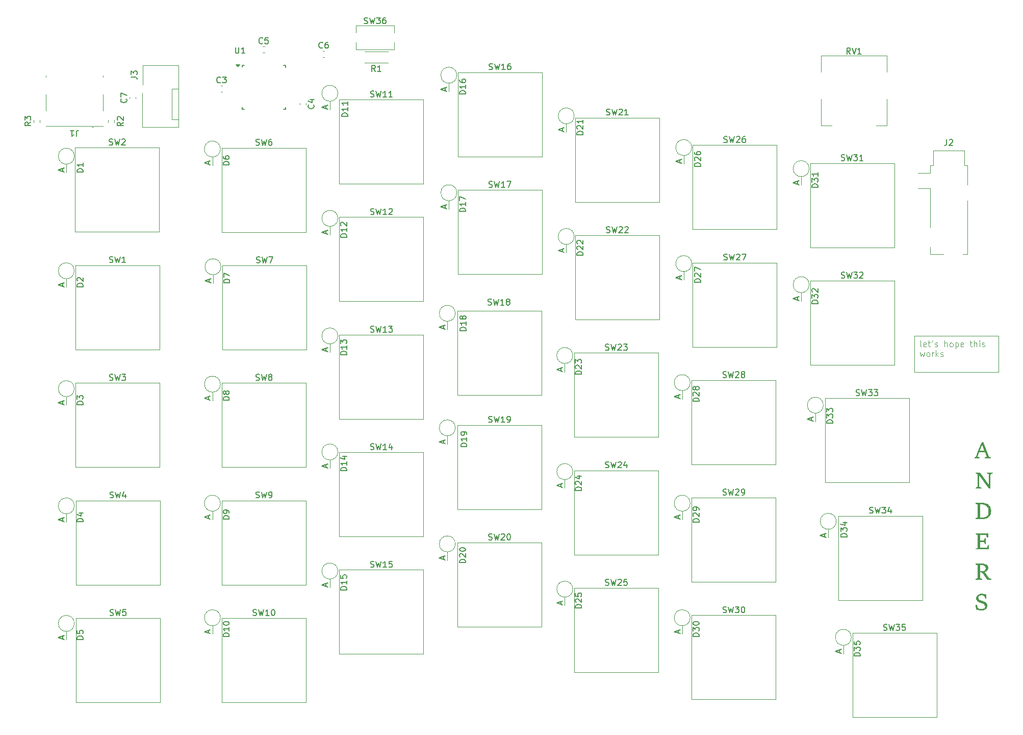
<source format=gbr>
%TF.GenerationSoftware,KiCad,Pcbnew,8.0.6*%
%TF.CreationDate,2024-10-31T21:18:19+01:00*%
%TF.ProjectId,keyboard,6b657962-6f61-4726-942e-6b696361645f,rev?*%
%TF.SameCoordinates,Original*%
%TF.FileFunction,Legend,Top*%
%TF.FilePolarity,Positive*%
%FSLAX46Y46*%
G04 Gerber Fmt 4.6, Leading zero omitted, Abs format (unit mm)*
G04 Created by KiCad (PCBNEW 8.0.6) date 2024-10-31 21:18:19*
%MOMM*%
%LPD*%
G01*
G04 APERTURE LIST*
%ADD10C,0.100000*%
%ADD11C,0.150000*%
%ADD12C,0.120000*%
G04 APERTURE END LIST*
D10*
X209196741Y-85792419D02*
X209101503Y-85744800D01*
X209101503Y-85744800D02*
X209053884Y-85649561D01*
X209053884Y-85649561D02*
X209053884Y-84792419D01*
X209958646Y-85744800D02*
X209863408Y-85792419D01*
X209863408Y-85792419D02*
X209672932Y-85792419D01*
X209672932Y-85792419D02*
X209577694Y-85744800D01*
X209577694Y-85744800D02*
X209530075Y-85649561D01*
X209530075Y-85649561D02*
X209530075Y-85268609D01*
X209530075Y-85268609D02*
X209577694Y-85173371D01*
X209577694Y-85173371D02*
X209672932Y-85125752D01*
X209672932Y-85125752D02*
X209863408Y-85125752D01*
X209863408Y-85125752D02*
X209958646Y-85173371D01*
X209958646Y-85173371D02*
X210006265Y-85268609D01*
X210006265Y-85268609D02*
X210006265Y-85363847D01*
X210006265Y-85363847D02*
X209530075Y-85459085D01*
X210291980Y-85125752D02*
X210672932Y-85125752D01*
X210434837Y-84792419D02*
X210434837Y-85649561D01*
X210434837Y-85649561D02*
X210482456Y-85744800D01*
X210482456Y-85744800D02*
X210577694Y-85792419D01*
X210577694Y-85792419D02*
X210672932Y-85792419D01*
X211053885Y-84792419D02*
X210958647Y-84982895D01*
X211434837Y-85744800D02*
X211530075Y-85792419D01*
X211530075Y-85792419D02*
X211720551Y-85792419D01*
X211720551Y-85792419D02*
X211815789Y-85744800D01*
X211815789Y-85744800D02*
X211863408Y-85649561D01*
X211863408Y-85649561D02*
X211863408Y-85601942D01*
X211863408Y-85601942D02*
X211815789Y-85506704D01*
X211815789Y-85506704D02*
X211720551Y-85459085D01*
X211720551Y-85459085D02*
X211577694Y-85459085D01*
X211577694Y-85459085D02*
X211482456Y-85411466D01*
X211482456Y-85411466D02*
X211434837Y-85316228D01*
X211434837Y-85316228D02*
X211434837Y-85268609D01*
X211434837Y-85268609D02*
X211482456Y-85173371D01*
X211482456Y-85173371D02*
X211577694Y-85125752D01*
X211577694Y-85125752D02*
X211720551Y-85125752D01*
X211720551Y-85125752D02*
X211815789Y-85173371D01*
X213053885Y-85792419D02*
X213053885Y-84792419D01*
X213482456Y-85792419D02*
X213482456Y-85268609D01*
X213482456Y-85268609D02*
X213434837Y-85173371D01*
X213434837Y-85173371D02*
X213339599Y-85125752D01*
X213339599Y-85125752D02*
X213196742Y-85125752D01*
X213196742Y-85125752D02*
X213101504Y-85173371D01*
X213101504Y-85173371D02*
X213053885Y-85220990D01*
X214101504Y-85792419D02*
X214006266Y-85744800D01*
X214006266Y-85744800D02*
X213958647Y-85697180D01*
X213958647Y-85697180D02*
X213911028Y-85601942D01*
X213911028Y-85601942D02*
X213911028Y-85316228D01*
X213911028Y-85316228D02*
X213958647Y-85220990D01*
X213958647Y-85220990D02*
X214006266Y-85173371D01*
X214006266Y-85173371D02*
X214101504Y-85125752D01*
X214101504Y-85125752D02*
X214244361Y-85125752D01*
X214244361Y-85125752D02*
X214339599Y-85173371D01*
X214339599Y-85173371D02*
X214387218Y-85220990D01*
X214387218Y-85220990D02*
X214434837Y-85316228D01*
X214434837Y-85316228D02*
X214434837Y-85601942D01*
X214434837Y-85601942D02*
X214387218Y-85697180D01*
X214387218Y-85697180D02*
X214339599Y-85744800D01*
X214339599Y-85744800D02*
X214244361Y-85792419D01*
X214244361Y-85792419D02*
X214101504Y-85792419D01*
X214863409Y-85125752D02*
X214863409Y-86125752D01*
X214863409Y-85173371D02*
X214958647Y-85125752D01*
X214958647Y-85125752D02*
X215149123Y-85125752D01*
X215149123Y-85125752D02*
X215244361Y-85173371D01*
X215244361Y-85173371D02*
X215291980Y-85220990D01*
X215291980Y-85220990D02*
X215339599Y-85316228D01*
X215339599Y-85316228D02*
X215339599Y-85601942D01*
X215339599Y-85601942D02*
X215291980Y-85697180D01*
X215291980Y-85697180D02*
X215244361Y-85744800D01*
X215244361Y-85744800D02*
X215149123Y-85792419D01*
X215149123Y-85792419D02*
X214958647Y-85792419D01*
X214958647Y-85792419D02*
X214863409Y-85744800D01*
X216149123Y-85744800D02*
X216053885Y-85792419D01*
X216053885Y-85792419D02*
X215863409Y-85792419D01*
X215863409Y-85792419D02*
X215768171Y-85744800D01*
X215768171Y-85744800D02*
X215720552Y-85649561D01*
X215720552Y-85649561D02*
X215720552Y-85268609D01*
X215720552Y-85268609D02*
X215768171Y-85173371D01*
X215768171Y-85173371D02*
X215863409Y-85125752D01*
X215863409Y-85125752D02*
X216053885Y-85125752D01*
X216053885Y-85125752D02*
X216149123Y-85173371D01*
X216149123Y-85173371D02*
X216196742Y-85268609D01*
X216196742Y-85268609D02*
X216196742Y-85363847D01*
X216196742Y-85363847D02*
X215720552Y-85459085D01*
X217244362Y-85125752D02*
X217625314Y-85125752D01*
X217387219Y-84792419D02*
X217387219Y-85649561D01*
X217387219Y-85649561D02*
X217434838Y-85744800D01*
X217434838Y-85744800D02*
X217530076Y-85792419D01*
X217530076Y-85792419D02*
X217625314Y-85792419D01*
X217958648Y-85792419D02*
X217958648Y-84792419D01*
X218387219Y-85792419D02*
X218387219Y-85268609D01*
X218387219Y-85268609D02*
X218339600Y-85173371D01*
X218339600Y-85173371D02*
X218244362Y-85125752D01*
X218244362Y-85125752D02*
X218101505Y-85125752D01*
X218101505Y-85125752D02*
X218006267Y-85173371D01*
X218006267Y-85173371D02*
X217958648Y-85220990D01*
X218863410Y-85792419D02*
X218863410Y-85125752D01*
X218863410Y-84792419D02*
X218815791Y-84840038D01*
X218815791Y-84840038D02*
X218863410Y-84887657D01*
X218863410Y-84887657D02*
X218911029Y-84840038D01*
X218911029Y-84840038D02*
X218863410Y-84792419D01*
X218863410Y-84792419D02*
X218863410Y-84887657D01*
X219291981Y-85744800D02*
X219387219Y-85792419D01*
X219387219Y-85792419D02*
X219577695Y-85792419D01*
X219577695Y-85792419D02*
X219672933Y-85744800D01*
X219672933Y-85744800D02*
X219720552Y-85649561D01*
X219720552Y-85649561D02*
X219720552Y-85601942D01*
X219720552Y-85601942D02*
X219672933Y-85506704D01*
X219672933Y-85506704D02*
X219577695Y-85459085D01*
X219577695Y-85459085D02*
X219434838Y-85459085D01*
X219434838Y-85459085D02*
X219339600Y-85411466D01*
X219339600Y-85411466D02*
X219291981Y-85316228D01*
X219291981Y-85316228D02*
X219291981Y-85268609D01*
X219291981Y-85268609D02*
X219339600Y-85173371D01*
X219339600Y-85173371D02*
X219434838Y-85125752D01*
X219434838Y-85125752D02*
X219577695Y-85125752D01*
X219577695Y-85125752D02*
X219672933Y-85173371D01*
X208958646Y-86735696D02*
X209149122Y-87402363D01*
X209149122Y-87402363D02*
X209339598Y-86926172D01*
X209339598Y-86926172D02*
X209530074Y-87402363D01*
X209530074Y-87402363D02*
X209720550Y-86735696D01*
X210244360Y-87402363D02*
X210149122Y-87354744D01*
X210149122Y-87354744D02*
X210101503Y-87307124D01*
X210101503Y-87307124D02*
X210053884Y-87211886D01*
X210053884Y-87211886D02*
X210053884Y-86926172D01*
X210053884Y-86926172D02*
X210101503Y-86830934D01*
X210101503Y-86830934D02*
X210149122Y-86783315D01*
X210149122Y-86783315D02*
X210244360Y-86735696D01*
X210244360Y-86735696D02*
X210387217Y-86735696D01*
X210387217Y-86735696D02*
X210482455Y-86783315D01*
X210482455Y-86783315D02*
X210530074Y-86830934D01*
X210530074Y-86830934D02*
X210577693Y-86926172D01*
X210577693Y-86926172D02*
X210577693Y-87211886D01*
X210577693Y-87211886D02*
X210530074Y-87307124D01*
X210530074Y-87307124D02*
X210482455Y-87354744D01*
X210482455Y-87354744D02*
X210387217Y-87402363D01*
X210387217Y-87402363D02*
X210244360Y-87402363D01*
X211006265Y-87402363D02*
X211006265Y-86735696D01*
X211006265Y-86926172D02*
X211053884Y-86830934D01*
X211053884Y-86830934D02*
X211101503Y-86783315D01*
X211101503Y-86783315D02*
X211196741Y-86735696D01*
X211196741Y-86735696D02*
X211291979Y-86735696D01*
X211625313Y-87402363D02*
X211625313Y-86402363D01*
X211720551Y-87021410D02*
X212006265Y-87402363D01*
X212006265Y-86735696D02*
X211625313Y-87116648D01*
X212387218Y-87354744D02*
X212482456Y-87402363D01*
X212482456Y-87402363D02*
X212672932Y-87402363D01*
X212672932Y-87402363D02*
X212768170Y-87354744D01*
X212768170Y-87354744D02*
X212815789Y-87259505D01*
X212815789Y-87259505D02*
X212815789Y-87211886D01*
X212815789Y-87211886D02*
X212768170Y-87116648D01*
X212768170Y-87116648D02*
X212672932Y-87069029D01*
X212672932Y-87069029D02*
X212530075Y-87069029D01*
X212530075Y-87069029D02*
X212434837Y-87021410D01*
X212434837Y-87021410D02*
X212387218Y-86926172D01*
X212387218Y-86926172D02*
X212387218Y-86878553D01*
X212387218Y-86878553D02*
X212434837Y-86783315D01*
X212434837Y-86783315D02*
X212530075Y-86735696D01*
X212530075Y-86735696D02*
X212672932Y-86735696D01*
X212672932Y-86735696D02*
X212768170Y-86783315D01*
X208000000Y-84000000D02*
X222000000Y-84000000D01*
X222000000Y-90000000D01*
X208000000Y-90000000D01*
X208000000Y-84000000D01*
G36*
X220428995Y-103968332D02*
G01*
X220465631Y-104029881D01*
X220519120Y-104070914D01*
X220717690Y-104149316D01*
X220717690Y-104290000D01*
X219724110Y-104290000D01*
X219724110Y-104149316D01*
X220039183Y-104036475D01*
X219768806Y-103316936D01*
X218776692Y-103316936D01*
X218521702Y-104026950D01*
X218840439Y-104149316D01*
X218840439Y-104290000D01*
X217997801Y-104290000D01*
X217997801Y-104149316D01*
X218189776Y-104065052D01*
X218248394Y-104021821D01*
X218285031Y-103962470D01*
X218634874Y-103070739D01*
X218868283Y-103070739D01*
X219677215Y-103070739D01*
X219367271Y-102318960D01*
X219293998Y-102069832D01*
X219262491Y-102069832D01*
X218868283Y-103070739D01*
X218634874Y-103070739D01*
X219048534Y-102016343D01*
X219269818Y-101570111D01*
X219481577Y-101570111D01*
X220428995Y-103968332D01*
G37*
G36*
X218208094Y-109189316D02*
G01*
X218496789Y-109085268D01*
X218547348Y-109053761D01*
X218568597Y-108993677D01*
X218568597Y-106983803D01*
X218547348Y-106924452D01*
X218496789Y-106894410D01*
X218197103Y-106797690D01*
X218197103Y-106657006D01*
X218967934Y-106657006D01*
X220269993Y-108500551D01*
X220414340Y-108740886D01*
X220444382Y-108740886D01*
X220444382Y-106991130D01*
X220421667Y-106934710D01*
X220368911Y-106905401D01*
X220083879Y-106797690D01*
X220083879Y-106657006D01*
X221054012Y-106657006D01*
X221054012Y-106797690D01*
X220766782Y-106904668D01*
X220716957Y-106933977D01*
X220693510Y-106989665D01*
X220693510Y-108901353D01*
X220637090Y-109330000D01*
X220414340Y-109330000D01*
X218997976Y-107347969D01*
X218853628Y-107106168D01*
X218823586Y-107106168D01*
X218823586Y-108993677D01*
X218845568Y-109055226D01*
X218894661Y-109085268D01*
X219178227Y-109189316D01*
X219178227Y-109330000D01*
X218208094Y-109330000D01*
X218208094Y-109189316D01*
G37*
G36*
X219594308Y-111705120D02*
G01*
X219723377Y-111722651D01*
X219875235Y-111756540D01*
X220016604Y-111804615D01*
X220025994Y-111808381D01*
X220164078Y-111873403D01*
X220296688Y-111955814D01*
X220313956Y-111968115D01*
X220428179Y-112064987D01*
X220529779Y-112181213D01*
X220556489Y-112217976D01*
X220635084Y-112348970D01*
X220694967Y-112485772D01*
X220724284Y-112572616D01*
X220760161Y-112720278D01*
X220779853Y-112867740D01*
X220787237Y-113027795D01*
X220787299Y-113044494D01*
X220780659Y-113210136D01*
X220760737Y-113364146D01*
X220722452Y-113523504D01*
X220681053Y-113637271D01*
X220615443Y-113770978D01*
X220527859Y-113903499D01*
X220424819Y-114019133D01*
X220390893Y-114050530D01*
X220269406Y-114143967D01*
X220135754Y-114220946D01*
X219989939Y-114281468D01*
X219959316Y-114291598D01*
X219817694Y-114329497D01*
X219670623Y-114354993D01*
X219518105Y-114368085D01*
X219431018Y-114370000D01*
X218208094Y-114370000D01*
X218208094Y-114229316D01*
X218496789Y-114138457D01*
X218520864Y-114123803D01*
X218962072Y-114123803D01*
X219440544Y-114123803D01*
X219595550Y-114115751D01*
X219747070Y-114088600D01*
X219848674Y-114055659D01*
X219987199Y-113983611D01*
X220102724Y-113888002D01*
X220131507Y-113856357D01*
X220218381Y-113730734D01*
X220278957Y-113593489D01*
X220297103Y-113535422D01*
X220329698Y-113384468D01*
X220346362Y-113232879D01*
X220350593Y-113099448D01*
X220343509Y-112937833D01*
X220322257Y-112786378D01*
X220282515Y-112631514D01*
X220278053Y-112618046D01*
X220221239Y-112478152D01*
X220142276Y-112343119D01*
X220071423Y-112253879D01*
X219962922Y-112151114D01*
X219838553Y-112068133D01*
X219746824Y-112023803D01*
X219598412Y-111974687D01*
X219451687Y-111949578D01*
X219324040Y-111943203D01*
X218962072Y-111943203D01*
X218962072Y-114123803D01*
X218520864Y-114123803D01*
X218547348Y-114107683D01*
X218568597Y-114045401D01*
X218568597Y-112021605D01*
X218547348Y-111962254D01*
X218496789Y-111932212D01*
X218208094Y-111837690D01*
X218208094Y-111697006D01*
X219439078Y-111697006D01*
X219594308Y-111705120D01*
G37*
G36*
X218208094Y-119269316D02*
G01*
X218496789Y-119178457D01*
X218547348Y-119147683D01*
X218568597Y-119085401D01*
X218568597Y-117061605D01*
X218547348Y-117002254D01*
X218496789Y-116972212D01*
X218208094Y-116877690D01*
X218208094Y-116737006D01*
X220295638Y-116737006D01*
X220295638Y-117405254D01*
X220074354Y-117405254D01*
X220001814Y-117049881D01*
X219973237Y-117000788D01*
X219920481Y-116983203D01*
X218962072Y-116983203D01*
X218962072Y-117909371D01*
X219537997Y-117909371D01*
X219592219Y-117891786D01*
X219618597Y-117839762D01*
X219686008Y-117534214D01*
X219866259Y-117534214D01*
X219866259Y-118530725D01*
X219686008Y-118530725D01*
X219618597Y-118228841D01*
X219592219Y-118173886D01*
X219537997Y-118155568D01*
X218962072Y-118155568D01*
X218962072Y-119163803D01*
X220067027Y-119163803D01*
X220116852Y-119145484D01*
X220143963Y-119094926D01*
X220218702Y-118694856D01*
X220438520Y-118694856D01*
X220438520Y-119410000D01*
X218208094Y-119410000D01*
X218208094Y-119269316D01*
G37*
G36*
X219464823Y-121781601D02*
G01*
X219615650Y-121796828D01*
X219664759Y-121804849D01*
X219815063Y-121840017D01*
X219927076Y-121880321D01*
X220059845Y-121953427D01*
X220108060Y-121991695D01*
X220204914Y-122102540D01*
X220221632Y-122130181D01*
X220276395Y-122270458D01*
X220279518Y-122285519D01*
X220295496Y-122431483D01*
X220295638Y-122446720D01*
X220281350Y-122600043D01*
X220238485Y-122734682D01*
X220163987Y-122864744D01*
X220091939Y-122950837D01*
X219980456Y-123046237D01*
X219897034Y-123098115D01*
X219761072Y-123157982D01*
X219691870Y-123177250D01*
X220382100Y-124098290D01*
X220409944Y-124131263D01*
X220449511Y-124170097D01*
X220492742Y-124203803D01*
X220535973Y-124224319D01*
X220824668Y-124309316D01*
X220824668Y-124450000D01*
X220371109Y-124450000D01*
X220224462Y-124439685D01*
X220220900Y-124439009D01*
X220124912Y-124398709D01*
X220052372Y-124322505D01*
X219967376Y-124203070D01*
X219310851Y-123277634D01*
X218962072Y-123206559D01*
X218962072Y-124119539D01*
X218981856Y-124184019D01*
X219033879Y-124215526D01*
X219329902Y-124309316D01*
X219329902Y-124450000D01*
X218208094Y-124450000D01*
X218208094Y-124309316D01*
X218496789Y-124218457D01*
X218548813Y-124187683D01*
X218568597Y-124125401D01*
X218568597Y-123021912D01*
X218962072Y-123021912D01*
X219025087Y-123030704D01*
X219114480Y-123037299D01*
X219206071Y-123041695D01*
X219280809Y-123043161D01*
X219431161Y-123031580D01*
X219544591Y-123002128D01*
X219679722Y-122931193D01*
X219729239Y-122890020D01*
X219818540Y-122771868D01*
X219839148Y-122727355D01*
X219873495Y-122584610D01*
X219875785Y-122534647D01*
X219861061Y-122388590D01*
X219834019Y-122303838D01*
X219750625Y-122177030D01*
X219713119Y-122143370D01*
X219578922Y-122070577D01*
X219515282Y-122051779D01*
X219362019Y-122027919D01*
X219241974Y-122023203D01*
X218962072Y-122023203D01*
X218962072Y-123021912D01*
X218568597Y-123021912D01*
X218568597Y-122101605D01*
X218547348Y-122042254D01*
X218496789Y-122012212D01*
X218208094Y-121917690D01*
X218208094Y-121777006D01*
X219307187Y-121777006D01*
X219464823Y-121781601D01*
G37*
G36*
X218236671Y-128645896D02*
G01*
X218457955Y-128645896D01*
X218536357Y-129038639D01*
X218570062Y-129093593D01*
X218620621Y-129133893D01*
X218734926Y-129202037D01*
X218863886Y-129259190D01*
X219002372Y-129299490D01*
X219149651Y-129314145D01*
X219303463Y-129303944D01*
X219411235Y-129281905D01*
X219549330Y-129227283D01*
X219609071Y-129188848D01*
X219712451Y-129077025D01*
X219732903Y-129040104D01*
X219773432Y-128896947D01*
X219776133Y-128843733D01*
X219751221Y-128695355D01*
X219676482Y-128574089D01*
X219560528Y-128475720D01*
X219431119Y-128406177D01*
X219410502Y-128397501D01*
X219270013Y-128344848D01*
X219250034Y-128338150D01*
X219110827Y-128291267D01*
X219091032Y-128284661D01*
X218950132Y-128236726D01*
X218935694Y-128231905D01*
X218795302Y-128179869D01*
X218786217Y-128176217D01*
X218653768Y-128111216D01*
X218530058Y-128022855D01*
X218429378Y-127916831D01*
X218350793Y-127781093D01*
X218310619Y-127639287D01*
X218300418Y-127510900D01*
X218318004Y-127358126D01*
X218370760Y-127216343D01*
X218454108Y-127089214D01*
X218563468Y-126980404D01*
X218688210Y-126896802D01*
X218831629Y-126832842D01*
X218852163Y-126825799D01*
X219002469Y-126787731D01*
X219150579Y-126771471D01*
X219209734Y-126770111D01*
X219356920Y-126774529D01*
X219431751Y-126780369D01*
X219582718Y-126798901D01*
X219639113Y-126808213D01*
X219784880Y-126837064D01*
X219831821Y-126847780D01*
X219978201Y-126882533D01*
X220010607Y-126890279D01*
X220010607Y-127567320D01*
X219791521Y-127567320D01*
X219716050Y-127217808D01*
X219683077Y-127168715D01*
X219631786Y-127130614D01*
X219554849Y-127086650D01*
X219458862Y-127050013D01*
X219346755Y-127025101D01*
X219221458Y-127016308D01*
X219073430Y-127026124D01*
X218984054Y-127044152D01*
X218845706Y-127097870D01*
X218807466Y-127121088D01*
X218702451Y-127227949D01*
X218697557Y-127236127D01*
X218660188Y-127378276D01*
X218677773Y-127518227D01*
X218740055Y-127647187D01*
X218844413Y-127750797D01*
X218858025Y-127760760D01*
X218991702Y-127832888D01*
X219046336Y-127853817D01*
X219185912Y-127901258D01*
X219195080Y-127904375D01*
X219337734Y-127954019D01*
X219342358Y-127955666D01*
X219483695Y-128006327D01*
X219493300Y-128009888D01*
X219634671Y-128064385D01*
X219655966Y-128072903D01*
X219788895Y-128137433D01*
X219839881Y-128167424D01*
X219959973Y-128259670D01*
X220001814Y-128302979D01*
X220087703Y-128425957D01*
X220117585Y-128490558D01*
X220154737Y-128640080D01*
X220160816Y-128744082D01*
X220145978Y-128893009D01*
X220101465Y-129037906D01*
X220025811Y-129172728D01*
X219923941Y-129284483D01*
X219916085Y-129291430D01*
X219791143Y-129379967D01*
X219650010Y-129447362D01*
X219589288Y-129469483D01*
X219443003Y-129507863D01*
X219293939Y-129528929D01*
X219146688Y-129536631D01*
X219112281Y-129536894D01*
X218961156Y-129528239D01*
X218908583Y-129521507D01*
X218761078Y-129496855D01*
X218692428Y-129482672D01*
X218546579Y-129447450D01*
X218469678Y-129426985D01*
X218323815Y-129386909D01*
X218247662Y-129366168D01*
X218236671Y-128645896D01*
G37*
D11*
X176410476Y-51863200D02*
X176553333Y-51910819D01*
X176553333Y-51910819D02*
X176791428Y-51910819D01*
X176791428Y-51910819D02*
X176886666Y-51863200D01*
X176886666Y-51863200D02*
X176934285Y-51815580D01*
X176934285Y-51815580D02*
X176981904Y-51720342D01*
X176981904Y-51720342D02*
X176981904Y-51625104D01*
X176981904Y-51625104D02*
X176934285Y-51529866D01*
X176934285Y-51529866D02*
X176886666Y-51482247D01*
X176886666Y-51482247D02*
X176791428Y-51434628D01*
X176791428Y-51434628D02*
X176600952Y-51387009D01*
X176600952Y-51387009D02*
X176505714Y-51339390D01*
X176505714Y-51339390D02*
X176458095Y-51291771D01*
X176458095Y-51291771D02*
X176410476Y-51196533D01*
X176410476Y-51196533D02*
X176410476Y-51101295D01*
X176410476Y-51101295D02*
X176458095Y-51006057D01*
X176458095Y-51006057D02*
X176505714Y-50958438D01*
X176505714Y-50958438D02*
X176600952Y-50910819D01*
X176600952Y-50910819D02*
X176839047Y-50910819D01*
X176839047Y-50910819D02*
X176981904Y-50958438D01*
X177315238Y-50910819D02*
X177553333Y-51910819D01*
X177553333Y-51910819D02*
X177743809Y-51196533D01*
X177743809Y-51196533D02*
X177934285Y-51910819D01*
X177934285Y-51910819D02*
X178172381Y-50910819D01*
X178505714Y-51006057D02*
X178553333Y-50958438D01*
X178553333Y-50958438D02*
X178648571Y-50910819D01*
X178648571Y-50910819D02*
X178886666Y-50910819D01*
X178886666Y-50910819D02*
X178981904Y-50958438D01*
X178981904Y-50958438D02*
X179029523Y-51006057D01*
X179029523Y-51006057D02*
X179077142Y-51101295D01*
X179077142Y-51101295D02*
X179077142Y-51196533D01*
X179077142Y-51196533D02*
X179029523Y-51339390D01*
X179029523Y-51339390D02*
X178458095Y-51910819D01*
X178458095Y-51910819D02*
X179077142Y-51910819D01*
X179934285Y-50910819D02*
X179743809Y-50910819D01*
X179743809Y-50910819D02*
X179648571Y-50958438D01*
X179648571Y-50958438D02*
X179600952Y-51006057D01*
X179600952Y-51006057D02*
X179505714Y-51148914D01*
X179505714Y-51148914D02*
X179458095Y-51339390D01*
X179458095Y-51339390D02*
X179458095Y-51720342D01*
X179458095Y-51720342D02*
X179505714Y-51815580D01*
X179505714Y-51815580D02*
X179553333Y-51863200D01*
X179553333Y-51863200D02*
X179648571Y-51910819D01*
X179648571Y-51910819D02*
X179839047Y-51910819D01*
X179839047Y-51910819D02*
X179934285Y-51863200D01*
X179934285Y-51863200D02*
X179981904Y-51815580D01*
X179981904Y-51815580D02*
X180029523Y-51720342D01*
X180029523Y-51720342D02*
X180029523Y-51482247D01*
X180029523Y-51482247D02*
X179981904Y-51387009D01*
X179981904Y-51387009D02*
X179934285Y-51339390D01*
X179934285Y-51339390D02*
X179839047Y-51291771D01*
X179839047Y-51291771D02*
X179648571Y-51291771D01*
X179648571Y-51291771D02*
X179553333Y-51339390D01*
X179553333Y-51339390D02*
X179505714Y-51387009D01*
X179505714Y-51387009D02*
X179458095Y-51482247D01*
X109808333Y-36179580D02*
X109760714Y-36227200D01*
X109760714Y-36227200D02*
X109617857Y-36274819D01*
X109617857Y-36274819D02*
X109522619Y-36274819D01*
X109522619Y-36274819D02*
X109379762Y-36227200D01*
X109379762Y-36227200D02*
X109284524Y-36131961D01*
X109284524Y-36131961D02*
X109236905Y-36036723D01*
X109236905Y-36036723D02*
X109189286Y-35846247D01*
X109189286Y-35846247D02*
X109189286Y-35703390D01*
X109189286Y-35703390D02*
X109236905Y-35512914D01*
X109236905Y-35512914D02*
X109284524Y-35417676D01*
X109284524Y-35417676D02*
X109379762Y-35322438D01*
X109379762Y-35322438D02*
X109522619Y-35274819D01*
X109522619Y-35274819D02*
X109617857Y-35274819D01*
X109617857Y-35274819D02*
X109760714Y-35322438D01*
X109760714Y-35322438D02*
X109808333Y-35370057D01*
X110665476Y-35274819D02*
X110475000Y-35274819D01*
X110475000Y-35274819D02*
X110379762Y-35322438D01*
X110379762Y-35322438D02*
X110332143Y-35370057D01*
X110332143Y-35370057D02*
X110236905Y-35512914D01*
X110236905Y-35512914D02*
X110189286Y-35703390D01*
X110189286Y-35703390D02*
X110189286Y-36084342D01*
X110189286Y-36084342D02*
X110236905Y-36179580D01*
X110236905Y-36179580D02*
X110284524Y-36227200D01*
X110284524Y-36227200D02*
X110379762Y-36274819D01*
X110379762Y-36274819D02*
X110570238Y-36274819D01*
X110570238Y-36274819D02*
X110665476Y-36227200D01*
X110665476Y-36227200D02*
X110713095Y-36179580D01*
X110713095Y-36179580D02*
X110760714Y-36084342D01*
X110760714Y-36084342D02*
X110760714Y-35846247D01*
X110760714Y-35846247D02*
X110713095Y-35751009D01*
X110713095Y-35751009D02*
X110665476Y-35703390D01*
X110665476Y-35703390D02*
X110570238Y-35655771D01*
X110570238Y-35655771D02*
X110379762Y-35655771D01*
X110379762Y-35655771D02*
X110284524Y-35703390D01*
X110284524Y-35703390D02*
X110236905Y-35751009D01*
X110236905Y-35751009D02*
X110189286Y-35846247D01*
X108289580Y-45666666D02*
X108337200Y-45714285D01*
X108337200Y-45714285D02*
X108384819Y-45857142D01*
X108384819Y-45857142D02*
X108384819Y-45952380D01*
X108384819Y-45952380D02*
X108337200Y-46095237D01*
X108337200Y-46095237D02*
X108241961Y-46190475D01*
X108241961Y-46190475D02*
X108146723Y-46238094D01*
X108146723Y-46238094D02*
X107956247Y-46285713D01*
X107956247Y-46285713D02*
X107813390Y-46285713D01*
X107813390Y-46285713D02*
X107622914Y-46238094D01*
X107622914Y-46238094D02*
X107527676Y-46190475D01*
X107527676Y-46190475D02*
X107432438Y-46095237D01*
X107432438Y-46095237D02*
X107384819Y-45952380D01*
X107384819Y-45952380D02*
X107384819Y-45857142D01*
X107384819Y-45857142D02*
X107432438Y-45714285D01*
X107432438Y-45714285D02*
X107480057Y-45666666D01*
X107718152Y-44809523D02*
X108384819Y-44809523D01*
X107337200Y-45047618D02*
X108051485Y-45285713D01*
X108051485Y-45285713D02*
X108051485Y-44666666D01*
X118543333Y-40124819D02*
X118210000Y-39648628D01*
X117971905Y-40124819D02*
X117971905Y-39124819D01*
X117971905Y-39124819D02*
X118352857Y-39124819D01*
X118352857Y-39124819D02*
X118448095Y-39172438D01*
X118448095Y-39172438D02*
X118495714Y-39220057D01*
X118495714Y-39220057D02*
X118543333Y-39315295D01*
X118543333Y-39315295D02*
X118543333Y-39458152D01*
X118543333Y-39458152D02*
X118495714Y-39553390D01*
X118495714Y-39553390D02*
X118448095Y-39601009D01*
X118448095Y-39601009D02*
X118352857Y-39648628D01*
X118352857Y-39648628D02*
X117971905Y-39648628D01*
X119495714Y-40124819D02*
X118924286Y-40124819D01*
X119210000Y-40124819D02*
X119210000Y-39124819D01*
X119210000Y-39124819D02*
X119114762Y-39267676D01*
X119114762Y-39267676D02*
X119019524Y-39362914D01*
X119019524Y-39362914D02*
X118924286Y-39410533D01*
X156910476Y-66823200D02*
X157053333Y-66870819D01*
X157053333Y-66870819D02*
X157291428Y-66870819D01*
X157291428Y-66870819D02*
X157386666Y-66823200D01*
X157386666Y-66823200D02*
X157434285Y-66775580D01*
X157434285Y-66775580D02*
X157481904Y-66680342D01*
X157481904Y-66680342D02*
X157481904Y-66585104D01*
X157481904Y-66585104D02*
X157434285Y-66489866D01*
X157434285Y-66489866D02*
X157386666Y-66442247D01*
X157386666Y-66442247D02*
X157291428Y-66394628D01*
X157291428Y-66394628D02*
X157100952Y-66347009D01*
X157100952Y-66347009D02*
X157005714Y-66299390D01*
X157005714Y-66299390D02*
X156958095Y-66251771D01*
X156958095Y-66251771D02*
X156910476Y-66156533D01*
X156910476Y-66156533D02*
X156910476Y-66061295D01*
X156910476Y-66061295D02*
X156958095Y-65966057D01*
X156958095Y-65966057D02*
X157005714Y-65918438D01*
X157005714Y-65918438D02*
X157100952Y-65870819D01*
X157100952Y-65870819D02*
X157339047Y-65870819D01*
X157339047Y-65870819D02*
X157481904Y-65918438D01*
X157815238Y-65870819D02*
X158053333Y-66870819D01*
X158053333Y-66870819D02*
X158243809Y-66156533D01*
X158243809Y-66156533D02*
X158434285Y-66870819D01*
X158434285Y-66870819D02*
X158672381Y-65870819D01*
X159005714Y-65966057D02*
X159053333Y-65918438D01*
X159053333Y-65918438D02*
X159148571Y-65870819D01*
X159148571Y-65870819D02*
X159386666Y-65870819D01*
X159386666Y-65870819D02*
X159481904Y-65918438D01*
X159481904Y-65918438D02*
X159529523Y-65966057D01*
X159529523Y-65966057D02*
X159577142Y-66061295D01*
X159577142Y-66061295D02*
X159577142Y-66156533D01*
X159577142Y-66156533D02*
X159529523Y-66299390D01*
X159529523Y-66299390D02*
X158958095Y-66870819D01*
X158958095Y-66870819D02*
X159577142Y-66870819D01*
X159958095Y-65966057D02*
X160005714Y-65918438D01*
X160005714Y-65918438D02*
X160100952Y-65870819D01*
X160100952Y-65870819D02*
X160339047Y-65870819D01*
X160339047Y-65870819D02*
X160434285Y-65918438D01*
X160434285Y-65918438D02*
X160481904Y-65966057D01*
X160481904Y-65966057D02*
X160529523Y-66061295D01*
X160529523Y-66061295D02*
X160529523Y-66156533D01*
X160529523Y-66156533D02*
X160481904Y-66299390D01*
X160481904Y-66299390D02*
X159910476Y-66870819D01*
X159910476Y-66870819D02*
X160529523Y-66870819D01*
X176410476Y-71363200D02*
X176553333Y-71410819D01*
X176553333Y-71410819D02*
X176791428Y-71410819D01*
X176791428Y-71410819D02*
X176886666Y-71363200D01*
X176886666Y-71363200D02*
X176934285Y-71315580D01*
X176934285Y-71315580D02*
X176981904Y-71220342D01*
X176981904Y-71220342D02*
X176981904Y-71125104D01*
X176981904Y-71125104D02*
X176934285Y-71029866D01*
X176934285Y-71029866D02*
X176886666Y-70982247D01*
X176886666Y-70982247D02*
X176791428Y-70934628D01*
X176791428Y-70934628D02*
X176600952Y-70887009D01*
X176600952Y-70887009D02*
X176505714Y-70839390D01*
X176505714Y-70839390D02*
X176458095Y-70791771D01*
X176458095Y-70791771D02*
X176410476Y-70696533D01*
X176410476Y-70696533D02*
X176410476Y-70601295D01*
X176410476Y-70601295D02*
X176458095Y-70506057D01*
X176458095Y-70506057D02*
X176505714Y-70458438D01*
X176505714Y-70458438D02*
X176600952Y-70410819D01*
X176600952Y-70410819D02*
X176839047Y-70410819D01*
X176839047Y-70410819D02*
X176981904Y-70458438D01*
X177315238Y-70410819D02*
X177553333Y-71410819D01*
X177553333Y-71410819D02*
X177743809Y-70696533D01*
X177743809Y-70696533D02*
X177934285Y-71410819D01*
X177934285Y-71410819D02*
X178172381Y-70410819D01*
X178505714Y-70506057D02*
X178553333Y-70458438D01*
X178553333Y-70458438D02*
X178648571Y-70410819D01*
X178648571Y-70410819D02*
X178886666Y-70410819D01*
X178886666Y-70410819D02*
X178981904Y-70458438D01*
X178981904Y-70458438D02*
X179029523Y-70506057D01*
X179029523Y-70506057D02*
X179077142Y-70601295D01*
X179077142Y-70601295D02*
X179077142Y-70696533D01*
X179077142Y-70696533D02*
X179029523Y-70839390D01*
X179029523Y-70839390D02*
X178458095Y-71410819D01*
X178458095Y-71410819D02*
X179077142Y-71410819D01*
X179410476Y-70410819D02*
X180077142Y-70410819D01*
X180077142Y-70410819D02*
X179648571Y-71410819D01*
X195910476Y-54863200D02*
X196053333Y-54910819D01*
X196053333Y-54910819D02*
X196291428Y-54910819D01*
X196291428Y-54910819D02*
X196386666Y-54863200D01*
X196386666Y-54863200D02*
X196434285Y-54815580D01*
X196434285Y-54815580D02*
X196481904Y-54720342D01*
X196481904Y-54720342D02*
X196481904Y-54625104D01*
X196481904Y-54625104D02*
X196434285Y-54529866D01*
X196434285Y-54529866D02*
X196386666Y-54482247D01*
X196386666Y-54482247D02*
X196291428Y-54434628D01*
X196291428Y-54434628D02*
X196100952Y-54387009D01*
X196100952Y-54387009D02*
X196005714Y-54339390D01*
X196005714Y-54339390D02*
X195958095Y-54291771D01*
X195958095Y-54291771D02*
X195910476Y-54196533D01*
X195910476Y-54196533D02*
X195910476Y-54101295D01*
X195910476Y-54101295D02*
X195958095Y-54006057D01*
X195958095Y-54006057D02*
X196005714Y-53958438D01*
X196005714Y-53958438D02*
X196100952Y-53910819D01*
X196100952Y-53910819D02*
X196339047Y-53910819D01*
X196339047Y-53910819D02*
X196481904Y-53958438D01*
X196815238Y-53910819D02*
X197053333Y-54910819D01*
X197053333Y-54910819D02*
X197243809Y-54196533D01*
X197243809Y-54196533D02*
X197434285Y-54910819D01*
X197434285Y-54910819D02*
X197672381Y-53910819D01*
X197958095Y-53910819D02*
X198577142Y-53910819D01*
X198577142Y-53910819D02*
X198243809Y-54291771D01*
X198243809Y-54291771D02*
X198386666Y-54291771D01*
X198386666Y-54291771D02*
X198481904Y-54339390D01*
X198481904Y-54339390D02*
X198529523Y-54387009D01*
X198529523Y-54387009D02*
X198577142Y-54482247D01*
X198577142Y-54482247D02*
X198577142Y-54720342D01*
X198577142Y-54720342D02*
X198529523Y-54815580D01*
X198529523Y-54815580D02*
X198481904Y-54863200D01*
X198481904Y-54863200D02*
X198386666Y-54910819D01*
X198386666Y-54910819D02*
X198100952Y-54910819D01*
X198100952Y-54910819D02*
X198005714Y-54863200D01*
X198005714Y-54863200D02*
X197958095Y-54815580D01*
X199529523Y-54910819D02*
X198958095Y-54910819D01*
X199243809Y-54910819D02*
X199243809Y-53910819D01*
X199243809Y-53910819D02*
X199148571Y-54053676D01*
X199148571Y-54053676D02*
X199053333Y-54148914D01*
X199053333Y-54148914D02*
X198958095Y-54196533D01*
X213416666Y-51404819D02*
X213416666Y-52119104D01*
X213416666Y-52119104D02*
X213369047Y-52261961D01*
X213369047Y-52261961D02*
X213273809Y-52357200D01*
X213273809Y-52357200D02*
X213130952Y-52404819D01*
X213130952Y-52404819D02*
X213035714Y-52404819D01*
X213845238Y-51500057D02*
X213892857Y-51452438D01*
X213892857Y-51452438D02*
X213988095Y-51404819D01*
X213988095Y-51404819D02*
X214226190Y-51404819D01*
X214226190Y-51404819D02*
X214321428Y-51452438D01*
X214321428Y-51452438D02*
X214369047Y-51500057D01*
X214369047Y-51500057D02*
X214416666Y-51595295D01*
X214416666Y-51595295D02*
X214416666Y-51690533D01*
X214416666Y-51690533D02*
X214369047Y-51833390D01*
X214369047Y-51833390D02*
X213797619Y-52404819D01*
X213797619Y-52404819D02*
X214416666Y-52404819D01*
X98806667Y-71823200D02*
X98949524Y-71870819D01*
X98949524Y-71870819D02*
X99187619Y-71870819D01*
X99187619Y-71870819D02*
X99282857Y-71823200D01*
X99282857Y-71823200D02*
X99330476Y-71775580D01*
X99330476Y-71775580D02*
X99378095Y-71680342D01*
X99378095Y-71680342D02*
X99378095Y-71585104D01*
X99378095Y-71585104D02*
X99330476Y-71489866D01*
X99330476Y-71489866D02*
X99282857Y-71442247D01*
X99282857Y-71442247D02*
X99187619Y-71394628D01*
X99187619Y-71394628D02*
X98997143Y-71347009D01*
X98997143Y-71347009D02*
X98901905Y-71299390D01*
X98901905Y-71299390D02*
X98854286Y-71251771D01*
X98854286Y-71251771D02*
X98806667Y-71156533D01*
X98806667Y-71156533D02*
X98806667Y-71061295D01*
X98806667Y-71061295D02*
X98854286Y-70966057D01*
X98854286Y-70966057D02*
X98901905Y-70918438D01*
X98901905Y-70918438D02*
X98997143Y-70870819D01*
X98997143Y-70870819D02*
X99235238Y-70870819D01*
X99235238Y-70870819D02*
X99378095Y-70918438D01*
X99711429Y-70870819D02*
X99949524Y-71870819D01*
X99949524Y-71870819D02*
X100140000Y-71156533D01*
X100140000Y-71156533D02*
X100330476Y-71870819D01*
X100330476Y-71870819D02*
X100568572Y-70870819D01*
X100854286Y-70870819D02*
X101520952Y-70870819D01*
X101520952Y-70870819D02*
X101092381Y-71870819D01*
X156750476Y-125323200D02*
X156893333Y-125370819D01*
X156893333Y-125370819D02*
X157131428Y-125370819D01*
X157131428Y-125370819D02*
X157226666Y-125323200D01*
X157226666Y-125323200D02*
X157274285Y-125275580D01*
X157274285Y-125275580D02*
X157321904Y-125180342D01*
X157321904Y-125180342D02*
X157321904Y-125085104D01*
X157321904Y-125085104D02*
X157274285Y-124989866D01*
X157274285Y-124989866D02*
X157226666Y-124942247D01*
X157226666Y-124942247D02*
X157131428Y-124894628D01*
X157131428Y-124894628D02*
X156940952Y-124847009D01*
X156940952Y-124847009D02*
X156845714Y-124799390D01*
X156845714Y-124799390D02*
X156798095Y-124751771D01*
X156798095Y-124751771D02*
X156750476Y-124656533D01*
X156750476Y-124656533D02*
X156750476Y-124561295D01*
X156750476Y-124561295D02*
X156798095Y-124466057D01*
X156798095Y-124466057D02*
X156845714Y-124418438D01*
X156845714Y-124418438D02*
X156940952Y-124370819D01*
X156940952Y-124370819D02*
X157179047Y-124370819D01*
X157179047Y-124370819D02*
X157321904Y-124418438D01*
X157655238Y-124370819D02*
X157893333Y-125370819D01*
X157893333Y-125370819D02*
X158083809Y-124656533D01*
X158083809Y-124656533D02*
X158274285Y-125370819D01*
X158274285Y-125370819D02*
X158512381Y-124370819D01*
X158845714Y-124466057D02*
X158893333Y-124418438D01*
X158893333Y-124418438D02*
X158988571Y-124370819D01*
X158988571Y-124370819D02*
X159226666Y-124370819D01*
X159226666Y-124370819D02*
X159321904Y-124418438D01*
X159321904Y-124418438D02*
X159369523Y-124466057D01*
X159369523Y-124466057D02*
X159417142Y-124561295D01*
X159417142Y-124561295D02*
X159417142Y-124656533D01*
X159417142Y-124656533D02*
X159369523Y-124799390D01*
X159369523Y-124799390D02*
X158798095Y-125370819D01*
X158798095Y-125370819D02*
X159417142Y-125370819D01*
X160321904Y-124370819D02*
X159845714Y-124370819D01*
X159845714Y-124370819D02*
X159798095Y-124847009D01*
X159798095Y-124847009D02*
X159845714Y-124799390D01*
X159845714Y-124799390D02*
X159940952Y-124751771D01*
X159940952Y-124751771D02*
X160179047Y-124751771D01*
X160179047Y-124751771D02*
X160274285Y-124799390D01*
X160274285Y-124799390D02*
X160321904Y-124847009D01*
X160321904Y-124847009D02*
X160369523Y-124942247D01*
X160369523Y-124942247D02*
X160369523Y-125180342D01*
X160369523Y-125180342D02*
X160321904Y-125275580D01*
X160321904Y-125275580D02*
X160274285Y-125323200D01*
X160274285Y-125323200D02*
X160179047Y-125370819D01*
X160179047Y-125370819D02*
X159940952Y-125370819D01*
X159940952Y-125370819D02*
X159845714Y-125323200D01*
X159845714Y-125323200D02*
X159798095Y-125275580D01*
X176250476Y-90863200D02*
X176393333Y-90910819D01*
X176393333Y-90910819D02*
X176631428Y-90910819D01*
X176631428Y-90910819D02*
X176726666Y-90863200D01*
X176726666Y-90863200D02*
X176774285Y-90815580D01*
X176774285Y-90815580D02*
X176821904Y-90720342D01*
X176821904Y-90720342D02*
X176821904Y-90625104D01*
X176821904Y-90625104D02*
X176774285Y-90529866D01*
X176774285Y-90529866D02*
X176726666Y-90482247D01*
X176726666Y-90482247D02*
X176631428Y-90434628D01*
X176631428Y-90434628D02*
X176440952Y-90387009D01*
X176440952Y-90387009D02*
X176345714Y-90339390D01*
X176345714Y-90339390D02*
X176298095Y-90291771D01*
X176298095Y-90291771D02*
X176250476Y-90196533D01*
X176250476Y-90196533D02*
X176250476Y-90101295D01*
X176250476Y-90101295D02*
X176298095Y-90006057D01*
X176298095Y-90006057D02*
X176345714Y-89958438D01*
X176345714Y-89958438D02*
X176440952Y-89910819D01*
X176440952Y-89910819D02*
X176679047Y-89910819D01*
X176679047Y-89910819D02*
X176821904Y-89958438D01*
X177155238Y-89910819D02*
X177393333Y-90910819D01*
X177393333Y-90910819D02*
X177583809Y-90196533D01*
X177583809Y-90196533D02*
X177774285Y-90910819D01*
X177774285Y-90910819D02*
X178012381Y-89910819D01*
X178345714Y-90006057D02*
X178393333Y-89958438D01*
X178393333Y-89958438D02*
X178488571Y-89910819D01*
X178488571Y-89910819D02*
X178726666Y-89910819D01*
X178726666Y-89910819D02*
X178821904Y-89958438D01*
X178821904Y-89958438D02*
X178869523Y-90006057D01*
X178869523Y-90006057D02*
X178917142Y-90101295D01*
X178917142Y-90101295D02*
X178917142Y-90196533D01*
X178917142Y-90196533D02*
X178869523Y-90339390D01*
X178869523Y-90339390D02*
X178298095Y-90910819D01*
X178298095Y-90910819D02*
X178917142Y-90910819D01*
X179488571Y-90339390D02*
X179393333Y-90291771D01*
X179393333Y-90291771D02*
X179345714Y-90244152D01*
X179345714Y-90244152D02*
X179298095Y-90148914D01*
X179298095Y-90148914D02*
X179298095Y-90101295D01*
X179298095Y-90101295D02*
X179345714Y-90006057D01*
X179345714Y-90006057D02*
X179393333Y-89958438D01*
X179393333Y-89958438D02*
X179488571Y-89910819D01*
X179488571Y-89910819D02*
X179679047Y-89910819D01*
X179679047Y-89910819D02*
X179774285Y-89958438D01*
X179774285Y-89958438D02*
X179821904Y-90006057D01*
X179821904Y-90006057D02*
X179869523Y-90101295D01*
X179869523Y-90101295D02*
X179869523Y-90148914D01*
X179869523Y-90148914D02*
X179821904Y-90244152D01*
X179821904Y-90244152D02*
X179774285Y-90291771D01*
X179774285Y-90291771D02*
X179679047Y-90339390D01*
X179679047Y-90339390D02*
X179488571Y-90339390D01*
X179488571Y-90339390D02*
X179393333Y-90387009D01*
X179393333Y-90387009D02*
X179345714Y-90434628D01*
X179345714Y-90434628D02*
X179298095Y-90529866D01*
X179298095Y-90529866D02*
X179298095Y-90720342D01*
X179298095Y-90720342D02*
X179345714Y-90815580D01*
X179345714Y-90815580D02*
X179393333Y-90863200D01*
X179393333Y-90863200D02*
X179488571Y-90910819D01*
X179488571Y-90910819D02*
X179679047Y-90910819D01*
X179679047Y-90910819D02*
X179774285Y-90863200D01*
X179774285Y-90863200D02*
X179821904Y-90815580D01*
X179821904Y-90815580D02*
X179869523Y-90720342D01*
X179869523Y-90720342D02*
X179869523Y-90529866D01*
X179869523Y-90529866D02*
X179821904Y-90434628D01*
X179821904Y-90434628D02*
X179774285Y-90387009D01*
X179774285Y-90387009D02*
X179679047Y-90339390D01*
X156750476Y-105823200D02*
X156893333Y-105870819D01*
X156893333Y-105870819D02*
X157131428Y-105870819D01*
X157131428Y-105870819D02*
X157226666Y-105823200D01*
X157226666Y-105823200D02*
X157274285Y-105775580D01*
X157274285Y-105775580D02*
X157321904Y-105680342D01*
X157321904Y-105680342D02*
X157321904Y-105585104D01*
X157321904Y-105585104D02*
X157274285Y-105489866D01*
X157274285Y-105489866D02*
X157226666Y-105442247D01*
X157226666Y-105442247D02*
X157131428Y-105394628D01*
X157131428Y-105394628D02*
X156940952Y-105347009D01*
X156940952Y-105347009D02*
X156845714Y-105299390D01*
X156845714Y-105299390D02*
X156798095Y-105251771D01*
X156798095Y-105251771D02*
X156750476Y-105156533D01*
X156750476Y-105156533D02*
X156750476Y-105061295D01*
X156750476Y-105061295D02*
X156798095Y-104966057D01*
X156798095Y-104966057D02*
X156845714Y-104918438D01*
X156845714Y-104918438D02*
X156940952Y-104870819D01*
X156940952Y-104870819D02*
X157179047Y-104870819D01*
X157179047Y-104870819D02*
X157321904Y-104918438D01*
X157655238Y-104870819D02*
X157893333Y-105870819D01*
X157893333Y-105870819D02*
X158083809Y-105156533D01*
X158083809Y-105156533D02*
X158274285Y-105870819D01*
X158274285Y-105870819D02*
X158512381Y-104870819D01*
X158845714Y-104966057D02*
X158893333Y-104918438D01*
X158893333Y-104918438D02*
X158988571Y-104870819D01*
X158988571Y-104870819D02*
X159226666Y-104870819D01*
X159226666Y-104870819D02*
X159321904Y-104918438D01*
X159321904Y-104918438D02*
X159369523Y-104966057D01*
X159369523Y-104966057D02*
X159417142Y-105061295D01*
X159417142Y-105061295D02*
X159417142Y-105156533D01*
X159417142Y-105156533D02*
X159369523Y-105299390D01*
X159369523Y-105299390D02*
X158798095Y-105870819D01*
X158798095Y-105870819D02*
X159417142Y-105870819D01*
X160274285Y-105204152D02*
X160274285Y-105870819D01*
X160036190Y-104823200D02*
X159798095Y-105537485D01*
X159798095Y-105537485D02*
X160417142Y-105537485D01*
X200610476Y-113363200D02*
X200753333Y-113410819D01*
X200753333Y-113410819D02*
X200991428Y-113410819D01*
X200991428Y-113410819D02*
X201086666Y-113363200D01*
X201086666Y-113363200D02*
X201134285Y-113315580D01*
X201134285Y-113315580D02*
X201181904Y-113220342D01*
X201181904Y-113220342D02*
X201181904Y-113125104D01*
X201181904Y-113125104D02*
X201134285Y-113029866D01*
X201134285Y-113029866D02*
X201086666Y-112982247D01*
X201086666Y-112982247D02*
X200991428Y-112934628D01*
X200991428Y-112934628D02*
X200800952Y-112887009D01*
X200800952Y-112887009D02*
X200705714Y-112839390D01*
X200705714Y-112839390D02*
X200658095Y-112791771D01*
X200658095Y-112791771D02*
X200610476Y-112696533D01*
X200610476Y-112696533D02*
X200610476Y-112601295D01*
X200610476Y-112601295D02*
X200658095Y-112506057D01*
X200658095Y-112506057D02*
X200705714Y-112458438D01*
X200705714Y-112458438D02*
X200800952Y-112410819D01*
X200800952Y-112410819D02*
X201039047Y-112410819D01*
X201039047Y-112410819D02*
X201181904Y-112458438D01*
X201515238Y-112410819D02*
X201753333Y-113410819D01*
X201753333Y-113410819D02*
X201943809Y-112696533D01*
X201943809Y-112696533D02*
X202134285Y-113410819D01*
X202134285Y-113410819D02*
X202372381Y-112410819D01*
X202658095Y-112410819D02*
X203277142Y-112410819D01*
X203277142Y-112410819D02*
X202943809Y-112791771D01*
X202943809Y-112791771D02*
X203086666Y-112791771D01*
X203086666Y-112791771D02*
X203181904Y-112839390D01*
X203181904Y-112839390D02*
X203229523Y-112887009D01*
X203229523Y-112887009D02*
X203277142Y-112982247D01*
X203277142Y-112982247D02*
X203277142Y-113220342D01*
X203277142Y-113220342D02*
X203229523Y-113315580D01*
X203229523Y-113315580D02*
X203181904Y-113363200D01*
X203181904Y-113363200D02*
X203086666Y-113410819D01*
X203086666Y-113410819D02*
X202800952Y-113410819D01*
X202800952Y-113410819D02*
X202705714Y-113363200D01*
X202705714Y-113363200D02*
X202658095Y-113315580D01*
X204134285Y-112744152D02*
X204134285Y-113410819D01*
X203896190Y-112363200D02*
X203658095Y-113077485D01*
X203658095Y-113077485D02*
X204277142Y-113077485D01*
X76694819Y-48576666D02*
X76218628Y-48909999D01*
X76694819Y-49148094D02*
X75694819Y-49148094D01*
X75694819Y-49148094D02*
X75694819Y-48767142D01*
X75694819Y-48767142D02*
X75742438Y-48671904D01*
X75742438Y-48671904D02*
X75790057Y-48624285D01*
X75790057Y-48624285D02*
X75885295Y-48576666D01*
X75885295Y-48576666D02*
X76028152Y-48576666D01*
X76028152Y-48576666D02*
X76123390Y-48624285D01*
X76123390Y-48624285D02*
X76171009Y-48671904D01*
X76171009Y-48671904D02*
X76218628Y-48767142D01*
X76218628Y-48767142D02*
X76218628Y-49148094D01*
X75790057Y-48195713D02*
X75742438Y-48148094D01*
X75742438Y-48148094D02*
X75694819Y-48052856D01*
X75694819Y-48052856D02*
X75694819Y-47814761D01*
X75694819Y-47814761D02*
X75742438Y-47719523D01*
X75742438Y-47719523D02*
X75790057Y-47671904D01*
X75790057Y-47671904D02*
X75885295Y-47624285D01*
X75885295Y-47624285D02*
X75980533Y-47624285D01*
X75980533Y-47624285D02*
X76123390Y-47671904D01*
X76123390Y-47671904D02*
X76694819Y-48243332D01*
X76694819Y-48243332D02*
X76694819Y-47624285D01*
X98726667Y-110823200D02*
X98869524Y-110870819D01*
X98869524Y-110870819D02*
X99107619Y-110870819D01*
X99107619Y-110870819D02*
X99202857Y-110823200D01*
X99202857Y-110823200D02*
X99250476Y-110775580D01*
X99250476Y-110775580D02*
X99298095Y-110680342D01*
X99298095Y-110680342D02*
X99298095Y-110585104D01*
X99298095Y-110585104D02*
X99250476Y-110489866D01*
X99250476Y-110489866D02*
X99202857Y-110442247D01*
X99202857Y-110442247D02*
X99107619Y-110394628D01*
X99107619Y-110394628D02*
X98917143Y-110347009D01*
X98917143Y-110347009D02*
X98821905Y-110299390D01*
X98821905Y-110299390D02*
X98774286Y-110251771D01*
X98774286Y-110251771D02*
X98726667Y-110156533D01*
X98726667Y-110156533D02*
X98726667Y-110061295D01*
X98726667Y-110061295D02*
X98774286Y-109966057D01*
X98774286Y-109966057D02*
X98821905Y-109918438D01*
X98821905Y-109918438D02*
X98917143Y-109870819D01*
X98917143Y-109870819D02*
X99155238Y-109870819D01*
X99155238Y-109870819D02*
X99298095Y-109918438D01*
X99631429Y-109870819D02*
X99869524Y-110870819D01*
X99869524Y-110870819D02*
X100060000Y-110156533D01*
X100060000Y-110156533D02*
X100250476Y-110870819D01*
X100250476Y-110870819D02*
X100488572Y-109870819D01*
X100917143Y-110870819D02*
X101107619Y-110870819D01*
X101107619Y-110870819D02*
X101202857Y-110823200D01*
X101202857Y-110823200D02*
X101250476Y-110775580D01*
X101250476Y-110775580D02*
X101345714Y-110632723D01*
X101345714Y-110632723D02*
X101393333Y-110442247D01*
X101393333Y-110442247D02*
X101393333Y-110061295D01*
X101393333Y-110061295D02*
X101345714Y-109966057D01*
X101345714Y-109966057D02*
X101298095Y-109918438D01*
X101298095Y-109918438D02*
X101202857Y-109870819D01*
X101202857Y-109870819D02*
X101012381Y-109870819D01*
X101012381Y-109870819D02*
X100917143Y-109918438D01*
X100917143Y-109918438D02*
X100869524Y-109966057D01*
X100869524Y-109966057D02*
X100821905Y-110061295D01*
X100821905Y-110061295D02*
X100821905Y-110299390D01*
X100821905Y-110299390D02*
X100869524Y-110394628D01*
X100869524Y-110394628D02*
X100917143Y-110442247D01*
X100917143Y-110442247D02*
X101012381Y-110489866D01*
X101012381Y-110489866D02*
X101202857Y-110489866D01*
X101202857Y-110489866D02*
X101298095Y-110442247D01*
X101298095Y-110442247D02*
X101345714Y-110394628D01*
X101345714Y-110394628D02*
X101393333Y-110299390D01*
X98726667Y-91323200D02*
X98869524Y-91370819D01*
X98869524Y-91370819D02*
X99107619Y-91370819D01*
X99107619Y-91370819D02*
X99202857Y-91323200D01*
X99202857Y-91323200D02*
X99250476Y-91275580D01*
X99250476Y-91275580D02*
X99298095Y-91180342D01*
X99298095Y-91180342D02*
X99298095Y-91085104D01*
X99298095Y-91085104D02*
X99250476Y-90989866D01*
X99250476Y-90989866D02*
X99202857Y-90942247D01*
X99202857Y-90942247D02*
X99107619Y-90894628D01*
X99107619Y-90894628D02*
X98917143Y-90847009D01*
X98917143Y-90847009D02*
X98821905Y-90799390D01*
X98821905Y-90799390D02*
X98774286Y-90751771D01*
X98774286Y-90751771D02*
X98726667Y-90656533D01*
X98726667Y-90656533D02*
X98726667Y-90561295D01*
X98726667Y-90561295D02*
X98774286Y-90466057D01*
X98774286Y-90466057D02*
X98821905Y-90418438D01*
X98821905Y-90418438D02*
X98917143Y-90370819D01*
X98917143Y-90370819D02*
X99155238Y-90370819D01*
X99155238Y-90370819D02*
X99298095Y-90418438D01*
X99631429Y-90370819D02*
X99869524Y-91370819D01*
X99869524Y-91370819D02*
X100060000Y-90656533D01*
X100060000Y-90656533D02*
X100250476Y-91370819D01*
X100250476Y-91370819D02*
X100488572Y-90370819D01*
X101012381Y-90799390D02*
X100917143Y-90751771D01*
X100917143Y-90751771D02*
X100869524Y-90704152D01*
X100869524Y-90704152D02*
X100821905Y-90608914D01*
X100821905Y-90608914D02*
X100821905Y-90561295D01*
X100821905Y-90561295D02*
X100869524Y-90466057D01*
X100869524Y-90466057D02*
X100917143Y-90418438D01*
X100917143Y-90418438D02*
X101012381Y-90370819D01*
X101012381Y-90370819D02*
X101202857Y-90370819D01*
X101202857Y-90370819D02*
X101298095Y-90418438D01*
X101298095Y-90418438D02*
X101345714Y-90466057D01*
X101345714Y-90466057D02*
X101393333Y-90561295D01*
X101393333Y-90561295D02*
X101393333Y-90608914D01*
X101393333Y-90608914D02*
X101345714Y-90704152D01*
X101345714Y-90704152D02*
X101298095Y-90751771D01*
X101298095Y-90751771D02*
X101202857Y-90799390D01*
X101202857Y-90799390D02*
X101012381Y-90799390D01*
X101012381Y-90799390D02*
X100917143Y-90847009D01*
X100917143Y-90847009D02*
X100869524Y-90894628D01*
X100869524Y-90894628D02*
X100821905Y-90989866D01*
X100821905Y-90989866D02*
X100821905Y-91180342D01*
X100821905Y-91180342D02*
X100869524Y-91275580D01*
X100869524Y-91275580D02*
X100917143Y-91323200D01*
X100917143Y-91323200D02*
X101012381Y-91370819D01*
X101012381Y-91370819D02*
X101202857Y-91370819D01*
X101202857Y-91370819D02*
X101298095Y-91323200D01*
X101298095Y-91323200D02*
X101345714Y-91275580D01*
X101345714Y-91275580D02*
X101393333Y-91180342D01*
X101393333Y-91180342D02*
X101393333Y-90989866D01*
X101393333Y-90989866D02*
X101345714Y-90894628D01*
X101345714Y-90894628D02*
X101298095Y-90847009D01*
X101298095Y-90847009D02*
X101202857Y-90799390D01*
X117750476Y-83323200D02*
X117893333Y-83370819D01*
X117893333Y-83370819D02*
X118131428Y-83370819D01*
X118131428Y-83370819D02*
X118226666Y-83323200D01*
X118226666Y-83323200D02*
X118274285Y-83275580D01*
X118274285Y-83275580D02*
X118321904Y-83180342D01*
X118321904Y-83180342D02*
X118321904Y-83085104D01*
X118321904Y-83085104D02*
X118274285Y-82989866D01*
X118274285Y-82989866D02*
X118226666Y-82942247D01*
X118226666Y-82942247D02*
X118131428Y-82894628D01*
X118131428Y-82894628D02*
X117940952Y-82847009D01*
X117940952Y-82847009D02*
X117845714Y-82799390D01*
X117845714Y-82799390D02*
X117798095Y-82751771D01*
X117798095Y-82751771D02*
X117750476Y-82656533D01*
X117750476Y-82656533D02*
X117750476Y-82561295D01*
X117750476Y-82561295D02*
X117798095Y-82466057D01*
X117798095Y-82466057D02*
X117845714Y-82418438D01*
X117845714Y-82418438D02*
X117940952Y-82370819D01*
X117940952Y-82370819D02*
X118179047Y-82370819D01*
X118179047Y-82370819D02*
X118321904Y-82418438D01*
X118655238Y-82370819D02*
X118893333Y-83370819D01*
X118893333Y-83370819D02*
X119083809Y-82656533D01*
X119083809Y-82656533D02*
X119274285Y-83370819D01*
X119274285Y-83370819D02*
X119512381Y-82370819D01*
X120417142Y-83370819D02*
X119845714Y-83370819D01*
X120131428Y-83370819D02*
X120131428Y-82370819D01*
X120131428Y-82370819D02*
X120036190Y-82513676D01*
X120036190Y-82513676D02*
X119940952Y-82608914D01*
X119940952Y-82608914D02*
X119845714Y-82656533D01*
X120750476Y-82370819D02*
X121369523Y-82370819D01*
X121369523Y-82370819D02*
X121036190Y-82751771D01*
X121036190Y-82751771D02*
X121179047Y-82751771D01*
X121179047Y-82751771D02*
X121274285Y-82799390D01*
X121274285Y-82799390D02*
X121321904Y-82847009D01*
X121321904Y-82847009D02*
X121369523Y-82942247D01*
X121369523Y-82942247D02*
X121369523Y-83180342D01*
X121369523Y-83180342D02*
X121321904Y-83275580D01*
X121321904Y-83275580D02*
X121274285Y-83323200D01*
X121274285Y-83323200D02*
X121179047Y-83370819D01*
X121179047Y-83370819D02*
X120893333Y-83370819D01*
X120893333Y-83370819D02*
X120798095Y-83323200D01*
X120798095Y-83323200D02*
X120750476Y-83275580D01*
X116690476Y-32157200D02*
X116833333Y-32204819D01*
X116833333Y-32204819D02*
X117071428Y-32204819D01*
X117071428Y-32204819D02*
X117166666Y-32157200D01*
X117166666Y-32157200D02*
X117214285Y-32109580D01*
X117214285Y-32109580D02*
X117261904Y-32014342D01*
X117261904Y-32014342D02*
X117261904Y-31919104D01*
X117261904Y-31919104D02*
X117214285Y-31823866D01*
X117214285Y-31823866D02*
X117166666Y-31776247D01*
X117166666Y-31776247D02*
X117071428Y-31728628D01*
X117071428Y-31728628D02*
X116880952Y-31681009D01*
X116880952Y-31681009D02*
X116785714Y-31633390D01*
X116785714Y-31633390D02*
X116738095Y-31585771D01*
X116738095Y-31585771D02*
X116690476Y-31490533D01*
X116690476Y-31490533D02*
X116690476Y-31395295D01*
X116690476Y-31395295D02*
X116738095Y-31300057D01*
X116738095Y-31300057D02*
X116785714Y-31252438D01*
X116785714Y-31252438D02*
X116880952Y-31204819D01*
X116880952Y-31204819D02*
X117119047Y-31204819D01*
X117119047Y-31204819D02*
X117261904Y-31252438D01*
X117595238Y-31204819D02*
X117833333Y-32204819D01*
X117833333Y-32204819D02*
X118023809Y-31490533D01*
X118023809Y-31490533D02*
X118214285Y-32204819D01*
X118214285Y-32204819D02*
X118452381Y-31204819D01*
X118738095Y-31204819D02*
X119357142Y-31204819D01*
X119357142Y-31204819D02*
X119023809Y-31585771D01*
X119023809Y-31585771D02*
X119166666Y-31585771D01*
X119166666Y-31585771D02*
X119261904Y-31633390D01*
X119261904Y-31633390D02*
X119309523Y-31681009D01*
X119309523Y-31681009D02*
X119357142Y-31776247D01*
X119357142Y-31776247D02*
X119357142Y-32014342D01*
X119357142Y-32014342D02*
X119309523Y-32109580D01*
X119309523Y-32109580D02*
X119261904Y-32157200D01*
X119261904Y-32157200D02*
X119166666Y-32204819D01*
X119166666Y-32204819D02*
X118880952Y-32204819D01*
X118880952Y-32204819D02*
X118785714Y-32157200D01*
X118785714Y-32157200D02*
X118738095Y-32109580D01*
X120214285Y-31204819D02*
X120023809Y-31204819D01*
X120023809Y-31204819D02*
X119928571Y-31252438D01*
X119928571Y-31252438D02*
X119880952Y-31300057D01*
X119880952Y-31300057D02*
X119785714Y-31442914D01*
X119785714Y-31442914D02*
X119738095Y-31633390D01*
X119738095Y-31633390D02*
X119738095Y-32014342D01*
X119738095Y-32014342D02*
X119785714Y-32109580D01*
X119785714Y-32109580D02*
X119833333Y-32157200D01*
X119833333Y-32157200D02*
X119928571Y-32204819D01*
X119928571Y-32204819D02*
X120119047Y-32204819D01*
X120119047Y-32204819D02*
X120214285Y-32157200D01*
X120214285Y-32157200D02*
X120261904Y-32109580D01*
X120261904Y-32109580D02*
X120309523Y-32014342D01*
X120309523Y-32014342D02*
X120309523Y-31776247D01*
X120309523Y-31776247D02*
X120261904Y-31681009D01*
X120261904Y-31681009D02*
X120214285Y-31633390D01*
X120214285Y-31633390D02*
X120119047Y-31585771D01*
X120119047Y-31585771D02*
X119928571Y-31585771D01*
X119928571Y-31585771D02*
X119833333Y-31633390D01*
X119833333Y-31633390D02*
X119785714Y-31681009D01*
X119785714Y-31681009D02*
X119738095Y-31776247D01*
X117750476Y-122323200D02*
X117893333Y-122370819D01*
X117893333Y-122370819D02*
X118131428Y-122370819D01*
X118131428Y-122370819D02*
X118226666Y-122323200D01*
X118226666Y-122323200D02*
X118274285Y-122275580D01*
X118274285Y-122275580D02*
X118321904Y-122180342D01*
X118321904Y-122180342D02*
X118321904Y-122085104D01*
X118321904Y-122085104D02*
X118274285Y-121989866D01*
X118274285Y-121989866D02*
X118226666Y-121942247D01*
X118226666Y-121942247D02*
X118131428Y-121894628D01*
X118131428Y-121894628D02*
X117940952Y-121847009D01*
X117940952Y-121847009D02*
X117845714Y-121799390D01*
X117845714Y-121799390D02*
X117798095Y-121751771D01*
X117798095Y-121751771D02*
X117750476Y-121656533D01*
X117750476Y-121656533D02*
X117750476Y-121561295D01*
X117750476Y-121561295D02*
X117798095Y-121466057D01*
X117798095Y-121466057D02*
X117845714Y-121418438D01*
X117845714Y-121418438D02*
X117940952Y-121370819D01*
X117940952Y-121370819D02*
X118179047Y-121370819D01*
X118179047Y-121370819D02*
X118321904Y-121418438D01*
X118655238Y-121370819D02*
X118893333Y-122370819D01*
X118893333Y-122370819D02*
X119083809Y-121656533D01*
X119083809Y-121656533D02*
X119274285Y-122370819D01*
X119274285Y-122370819D02*
X119512381Y-121370819D01*
X120417142Y-122370819D02*
X119845714Y-122370819D01*
X120131428Y-122370819D02*
X120131428Y-121370819D01*
X120131428Y-121370819D02*
X120036190Y-121513676D01*
X120036190Y-121513676D02*
X119940952Y-121608914D01*
X119940952Y-121608914D02*
X119845714Y-121656533D01*
X121321904Y-121370819D02*
X120845714Y-121370819D01*
X120845714Y-121370819D02*
X120798095Y-121847009D01*
X120798095Y-121847009D02*
X120845714Y-121799390D01*
X120845714Y-121799390D02*
X120940952Y-121751771D01*
X120940952Y-121751771D02*
X121179047Y-121751771D01*
X121179047Y-121751771D02*
X121274285Y-121799390D01*
X121274285Y-121799390D02*
X121321904Y-121847009D01*
X121321904Y-121847009D02*
X121369523Y-121942247D01*
X121369523Y-121942247D02*
X121369523Y-122180342D01*
X121369523Y-122180342D02*
X121321904Y-122275580D01*
X121321904Y-122275580D02*
X121274285Y-122323200D01*
X121274285Y-122323200D02*
X121179047Y-122370819D01*
X121179047Y-122370819D02*
X120940952Y-122370819D01*
X120940952Y-122370819D02*
X120845714Y-122323200D01*
X120845714Y-122323200D02*
X120798095Y-122275580D01*
X117750476Y-102823200D02*
X117893333Y-102870819D01*
X117893333Y-102870819D02*
X118131428Y-102870819D01*
X118131428Y-102870819D02*
X118226666Y-102823200D01*
X118226666Y-102823200D02*
X118274285Y-102775580D01*
X118274285Y-102775580D02*
X118321904Y-102680342D01*
X118321904Y-102680342D02*
X118321904Y-102585104D01*
X118321904Y-102585104D02*
X118274285Y-102489866D01*
X118274285Y-102489866D02*
X118226666Y-102442247D01*
X118226666Y-102442247D02*
X118131428Y-102394628D01*
X118131428Y-102394628D02*
X117940952Y-102347009D01*
X117940952Y-102347009D02*
X117845714Y-102299390D01*
X117845714Y-102299390D02*
X117798095Y-102251771D01*
X117798095Y-102251771D02*
X117750476Y-102156533D01*
X117750476Y-102156533D02*
X117750476Y-102061295D01*
X117750476Y-102061295D02*
X117798095Y-101966057D01*
X117798095Y-101966057D02*
X117845714Y-101918438D01*
X117845714Y-101918438D02*
X117940952Y-101870819D01*
X117940952Y-101870819D02*
X118179047Y-101870819D01*
X118179047Y-101870819D02*
X118321904Y-101918438D01*
X118655238Y-101870819D02*
X118893333Y-102870819D01*
X118893333Y-102870819D02*
X119083809Y-102156533D01*
X119083809Y-102156533D02*
X119274285Y-102870819D01*
X119274285Y-102870819D02*
X119512381Y-101870819D01*
X120417142Y-102870819D02*
X119845714Y-102870819D01*
X120131428Y-102870819D02*
X120131428Y-101870819D01*
X120131428Y-101870819D02*
X120036190Y-102013676D01*
X120036190Y-102013676D02*
X119940952Y-102108914D01*
X119940952Y-102108914D02*
X119845714Y-102156533D01*
X121274285Y-102204152D02*
X121274285Y-102870819D01*
X121036190Y-101823200D02*
X120798095Y-102537485D01*
X120798095Y-102537485D02*
X121417142Y-102537485D01*
X137360476Y-117783200D02*
X137503333Y-117830819D01*
X137503333Y-117830819D02*
X137741428Y-117830819D01*
X137741428Y-117830819D02*
X137836666Y-117783200D01*
X137836666Y-117783200D02*
X137884285Y-117735580D01*
X137884285Y-117735580D02*
X137931904Y-117640342D01*
X137931904Y-117640342D02*
X137931904Y-117545104D01*
X137931904Y-117545104D02*
X137884285Y-117449866D01*
X137884285Y-117449866D02*
X137836666Y-117402247D01*
X137836666Y-117402247D02*
X137741428Y-117354628D01*
X137741428Y-117354628D02*
X137550952Y-117307009D01*
X137550952Y-117307009D02*
X137455714Y-117259390D01*
X137455714Y-117259390D02*
X137408095Y-117211771D01*
X137408095Y-117211771D02*
X137360476Y-117116533D01*
X137360476Y-117116533D02*
X137360476Y-117021295D01*
X137360476Y-117021295D02*
X137408095Y-116926057D01*
X137408095Y-116926057D02*
X137455714Y-116878438D01*
X137455714Y-116878438D02*
X137550952Y-116830819D01*
X137550952Y-116830819D02*
X137789047Y-116830819D01*
X137789047Y-116830819D02*
X137931904Y-116878438D01*
X138265238Y-116830819D02*
X138503333Y-117830819D01*
X138503333Y-117830819D02*
X138693809Y-117116533D01*
X138693809Y-117116533D02*
X138884285Y-117830819D01*
X138884285Y-117830819D02*
X139122381Y-116830819D01*
X139455714Y-116926057D02*
X139503333Y-116878438D01*
X139503333Y-116878438D02*
X139598571Y-116830819D01*
X139598571Y-116830819D02*
X139836666Y-116830819D01*
X139836666Y-116830819D02*
X139931904Y-116878438D01*
X139931904Y-116878438D02*
X139979523Y-116926057D01*
X139979523Y-116926057D02*
X140027142Y-117021295D01*
X140027142Y-117021295D02*
X140027142Y-117116533D01*
X140027142Y-117116533D02*
X139979523Y-117259390D01*
X139979523Y-117259390D02*
X139408095Y-117830819D01*
X139408095Y-117830819D02*
X140027142Y-117830819D01*
X140646190Y-116830819D02*
X140741428Y-116830819D01*
X140741428Y-116830819D02*
X140836666Y-116878438D01*
X140836666Y-116878438D02*
X140884285Y-116926057D01*
X140884285Y-116926057D02*
X140931904Y-117021295D01*
X140931904Y-117021295D02*
X140979523Y-117211771D01*
X140979523Y-117211771D02*
X140979523Y-117449866D01*
X140979523Y-117449866D02*
X140931904Y-117640342D01*
X140931904Y-117640342D02*
X140884285Y-117735580D01*
X140884285Y-117735580D02*
X140836666Y-117783200D01*
X140836666Y-117783200D02*
X140741428Y-117830819D01*
X140741428Y-117830819D02*
X140646190Y-117830819D01*
X140646190Y-117830819D02*
X140550952Y-117783200D01*
X140550952Y-117783200D02*
X140503333Y-117735580D01*
X140503333Y-117735580D02*
X140455714Y-117640342D01*
X140455714Y-117640342D02*
X140408095Y-117449866D01*
X140408095Y-117449866D02*
X140408095Y-117211771D01*
X140408095Y-117211771D02*
X140455714Y-117021295D01*
X140455714Y-117021295D02*
X140503333Y-116926057D01*
X140503333Y-116926057D02*
X140550952Y-116878438D01*
X140550952Y-116878438D02*
X140646190Y-116830819D01*
X68903333Y-50915180D02*
X68903333Y-50200895D01*
X68903333Y-50200895D02*
X68950952Y-50058038D01*
X68950952Y-50058038D02*
X69046190Y-49962800D01*
X69046190Y-49962800D02*
X69189047Y-49915180D01*
X69189047Y-49915180D02*
X69284285Y-49915180D01*
X67903333Y-49915180D02*
X68474761Y-49915180D01*
X68189047Y-49915180D02*
X68189047Y-50915180D01*
X68189047Y-50915180D02*
X68284285Y-50772323D01*
X68284285Y-50772323D02*
X68379523Y-50677085D01*
X68379523Y-50677085D02*
X68474761Y-50629466D01*
X99833333Y-35429580D02*
X99785714Y-35477200D01*
X99785714Y-35477200D02*
X99642857Y-35524819D01*
X99642857Y-35524819D02*
X99547619Y-35524819D01*
X99547619Y-35524819D02*
X99404762Y-35477200D01*
X99404762Y-35477200D02*
X99309524Y-35381961D01*
X99309524Y-35381961D02*
X99261905Y-35286723D01*
X99261905Y-35286723D02*
X99214286Y-35096247D01*
X99214286Y-35096247D02*
X99214286Y-34953390D01*
X99214286Y-34953390D02*
X99261905Y-34762914D01*
X99261905Y-34762914D02*
X99309524Y-34667676D01*
X99309524Y-34667676D02*
X99404762Y-34572438D01*
X99404762Y-34572438D02*
X99547619Y-34524819D01*
X99547619Y-34524819D02*
X99642857Y-34524819D01*
X99642857Y-34524819D02*
X99785714Y-34572438D01*
X99785714Y-34572438D02*
X99833333Y-34620057D01*
X100738095Y-34524819D02*
X100261905Y-34524819D01*
X100261905Y-34524819D02*
X100214286Y-35001009D01*
X100214286Y-35001009D02*
X100261905Y-34953390D01*
X100261905Y-34953390D02*
X100357143Y-34905771D01*
X100357143Y-34905771D02*
X100595238Y-34905771D01*
X100595238Y-34905771D02*
X100690476Y-34953390D01*
X100690476Y-34953390D02*
X100738095Y-35001009D01*
X100738095Y-35001009D02*
X100785714Y-35096247D01*
X100785714Y-35096247D02*
X100785714Y-35334342D01*
X100785714Y-35334342D02*
X100738095Y-35429580D01*
X100738095Y-35429580D02*
X100690476Y-35477200D01*
X100690476Y-35477200D02*
X100595238Y-35524819D01*
X100595238Y-35524819D02*
X100357143Y-35524819D01*
X100357143Y-35524819D02*
X100261905Y-35477200D01*
X100261905Y-35477200D02*
X100214286Y-35429580D01*
X74496667Y-110823200D02*
X74639524Y-110870819D01*
X74639524Y-110870819D02*
X74877619Y-110870819D01*
X74877619Y-110870819D02*
X74972857Y-110823200D01*
X74972857Y-110823200D02*
X75020476Y-110775580D01*
X75020476Y-110775580D02*
X75068095Y-110680342D01*
X75068095Y-110680342D02*
X75068095Y-110585104D01*
X75068095Y-110585104D02*
X75020476Y-110489866D01*
X75020476Y-110489866D02*
X74972857Y-110442247D01*
X74972857Y-110442247D02*
X74877619Y-110394628D01*
X74877619Y-110394628D02*
X74687143Y-110347009D01*
X74687143Y-110347009D02*
X74591905Y-110299390D01*
X74591905Y-110299390D02*
X74544286Y-110251771D01*
X74544286Y-110251771D02*
X74496667Y-110156533D01*
X74496667Y-110156533D02*
X74496667Y-110061295D01*
X74496667Y-110061295D02*
X74544286Y-109966057D01*
X74544286Y-109966057D02*
X74591905Y-109918438D01*
X74591905Y-109918438D02*
X74687143Y-109870819D01*
X74687143Y-109870819D02*
X74925238Y-109870819D01*
X74925238Y-109870819D02*
X75068095Y-109918438D01*
X75401429Y-109870819D02*
X75639524Y-110870819D01*
X75639524Y-110870819D02*
X75830000Y-110156533D01*
X75830000Y-110156533D02*
X76020476Y-110870819D01*
X76020476Y-110870819D02*
X76258572Y-109870819D01*
X77068095Y-110204152D02*
X77068095Y-110870819D01*
X76830000Y-109823200D02*
X76591905Y-110537485D01*
X76591905Y-110537485D02*
X77210952Y-110537485D01*
X137360476Y-98283200D02*
X137503333Y-98330819D01*
X137503333Y-98330819D02*
X137741428Y-98330819D01*
X137741428Y-98330819D02*
X137836666Y-98283200D01*
X137836666Y-98283200D02*
X137884285Y-98235580D01*
X137884285Y-98235580D02*
X137931904Y-98140342D01*
X137931904Y-98140342D02*
X137931904Y-98045104D01*
X137931904Y-98045104D02*
X137884285Y-97949866D01*
X137884285Y-97949866D02*
X137836666Y-97902247D01*
X137836666Y-97902247D02*
X137741428Y-97854628D01*
X137741428Y-97854628D02*
X137550952Y-97807009D01*
X137550952Y-97807009D02*
X137455714Y-97759390D01*
X137455714Y-97759390D02*
X137408095Y-97711771D01*
X137408095Y-97711771D02*
X137360476Y-97616533D01*
X137360476Y-97616533D02*
X137360476Y-97521295D01*
X137360476Y-97521295D02*
X137408095Y-97426057D01*
X137408095Y-97426057D02*
X137455714Y-97378438D01*
X137455714Y-97378438D02*
X137550952Y-97330819D01*
X137550952Y-97330819D02*
X137789047Y-97330819D01*
X137789047Y-97330819D02*
X137931904Y-97378438D01*
X138265238Y-97330819D02*
X138503333Y-98330819D01*
X138503333Y-98330819D02*
X138693809Y-97616533D01*
X138693809Y-97616533D02*
X138884285Y-98330819D01*
X138884285Y-98330819D02*
X139122381Y-97330819D01*
X140027142Y-98330819D02*
X139455714Y-98330819D01*
X139741428Y-98330819D02*
X139741428Y-97330819D01*
X139741428Y-97330819D02*
X139646190Y-97473676D01*
X139646190Y-97473676D02*
X139550952Y-97568914D01*
X139550952Y-97568914D02*
X139455714Y-97616533D01*
X140503333Y-98330819D02*
X140693809Y-98330819D01*
X140693809Y-98330819D02*
X140789047Y-98283200D01*
X140789047Y-98283200D02*
X140836666Y-98235580D01*
X140836666Y-98235580D02*
X140931904Y-98092723D01*
X140931904Y-98092723D02*
X140979523Y-97902247D01*
X140979523Y-97902247D02*
X140979523Y-97521295D01*
X140979523Y-97521295D02*
X140931904Y-97426057D01*
X140931904Y-97426057D02*
X140884285Y-97378438D01*
X140884285Y-97378438D02*
X140789047Y-97330819D01*
X140789047Y-97330819D02*
X140598571Y-97330819D01*
X140598571Y-97330819D02*
X140503333Y-97378438D01*
X140503333Y-97378438D02*
X140455714Y-97426057D01*
X140455714Y-97426057D02*
X140408095Y-97521295D01*
X140408095Y-97521295D02*
X140408095Y-97759390D01*
X140408095Y-97759390D02*
X140455714Y-97854628D01*
X140455714Y-97854628D02*
X140503333Y-97902247D01*
X140503333Y-97902247D02*
X140598571Y-97949866D01*
X140598571Y-97949866D02*
X140789047Y-97949866D01*
X140789047Y-97949866D02*
X140884285Y-97902247D01*
X140884285Y-97902247D02*
X140931904Y-97854628D01*
X140931904Y-97854628D02*
X140979523Y-97759390D01*
X74356667Y-52283200D02*
X74499524Y-52330819D01*
X74499524Y-52330819D02*
X74737619Y-52330819D01*
X74737619Y-52330819D02*
X74832857Y-52283200D01*
X74832857Y-52283200D02*
X74880476Y-52235580D01*
X74880476Y-52235580D02*
X74928095Y-52140342D01*
X74928095Y-52140342D02*
X74928095Y-52045104D01*
X74928095Y-52045104D02*
X74880476Y-51949866D01*
X74880476Y-51949866D02*
X74832857Y-51902247D01*
X74832857Y-51902247D02*
X74737619Y-51854628D01*
X74737619Y-51854628D02*
X74547143Y-51807009D01*
X74547143Y-51807009D02*
X74451905Y-51759390D01*
X74451905Y-51759390D02*
X74404286Y-51711771D01*
X74404286Y-51711771D02*
X74356667Y-51616533D01*
X74356667Y-51616533D02*
X74356667Y-51521295D01*
X74356667Y-51521295D02*
X74404286Y-51426057D01*
X74404286Y-51426057D02*
X74451905Y-51378438D01*
X74451905Y-51378438D02*
X74547143Y-51330819D01*
X74547143Y-51330819D02*
X74785238Y-51330819D01*
X74785238Y-51330819D02*
X74928095Y-51378438D01*
X75261429Y-51330819D02*
X75499524Y-52330819D01*
X75499524Y-52330819D02*
X75690000Y-51616533D01*
X75690000Y-51616533D02*
X75880476Y-52330819D01*
X75880476Y-52330819D02*
X76118572Y-51330819D01*
X76451905Y-51426057D02*
X76499524Y-51378438D01*
X76499524Y-51378438D02*
X76594762Y-51330819D01*
X76594762Y-51330819D02*
X76832857Y-51330819D01*
X76832857Y-51330819D02*
X76928095Y-51378438D01*
X76928095Y-51378438D02*
X76975714Y-51426057D01*
X76975714Y-51426057D02*
X77023333Y-51521295D01*
X77023333Y-51521295D02*
X77023333Y-51616533D01*
X77023333Y-51616533D02*
X76975714Y-51759390D01*
X76975714Y-51759390D02*
X76404286Y-52330819D01*
X76404286Y-52330819D02*
X77023333Y-52330819D01*
X61354819Y-48516666D02*
X60878628Y-48849999D01*
X61354819Y-49088094D02*
X60354819Y-49088094D01*
X60354819Y-49088094D02*
X60354819Y-48707142D01*
X60354819Y-48707142D02*
X60402438Y-48611904D01*
X60402438Y-48611904D02*
X60450057Y-48564285D01*
X60450057Y-48564285D02*
X60545295Y-48516666D01*
X60545295Y-48516666D02*
X60688152Y-48516666D01*
X60688152Y-48516666D02*
X60783390Y-48564285D01*
X60783390Y-48564285D02*
X60831009Y-48611904D01*
X60831009Y-48611904D02*
X60878628Y-48707142D01*
X60878628Y-48707142D02*
X60878628Y-49088094D01*
X60354819Y-48183332D02*
X60354819Y-47564285D01*
X60354819Y-47564285D02*
X60735771Y-47897618D01*
X60735771Y-47897618D02*
X60735771Y-47754761D01*
X60735771Y-47754761D02*
X60783390Y-47659523D01*
X60783390Y-47659523D02*
X60831009Y-47611904D01*
X60831009Y-47611904D02*
X60926247Y-47564285D01*
X60926247Y-47564285D02*
X61164342Y-47564285D01*
X61164342Y-47564285D02*
X61259580Y-47611904D01*
X61259580Y-47611904D02*
X61307200Y-47659523D01*
X61307200Y-47659523D02*
X61354819Y-47754761D01*
X61354819Y-47754761D02*
X61354819Y-48040475D01*
X61354819Y-48040475D02*
X61307200Y-48135713D01*
X61307200Y-48135713D02*
X61259580Y-48183332D01*
X197404761Y-37214819D02*
X197071428Y-36738628D01*
X196833333Y-37214819D02*
X196833333Y-36214819D01*
X196833333Y-36214819D02*
X197214285Y-36214819D01*
X197214285Y-36214819D02*
X197309523Y-36262438D01*
X197309523Y-36262438D02*
X197357142Y-36310057D01*
X197357142Y-36310057D02*
X197404761Y-36405295D01*
X197404761Y-36405295D02*
X197404761Y-36548152D01*
X197404761Y-36548152D02*
X197357142Y-36643390D01*
X197357142Y-36643390D02*
X197309523Y-36691009D01*
X197309523Y-36691009D02*
X197214285Y-36738628D01*
X197214285Y-36738628D02*
X196833333Y-36738628D01*
X197690476Y-36214819D02*
X198023809Y-37214819D01*
X198023809Y-37214819D02*
X198357142Y-36214819D01*
X199214285Y-37214819D02*
X198642857Y-37214819D01*
X198928571Y-37214819D02*
X198928571Y-36214819D01*
X198928571Y-36214819D02*
X198833333Y-36357676D01*
X198833333Y-36357676D02*
X198738095Y-36452914D01*
X198738095Y-36452914D02*
X198642857Y-36500533D01*
X117750476Y-44323200D02*
X117893333Y-44370819D01*
X117893333Y-44370819D02*
X118131428Y-44370819D01*
X118131428Y-44370819D02*
X118226666Y-44323200D01*
X118226666Y-44323200D02*
X118274285Y-44275580D01*
X118274285Y-44275580D02*
X118321904Y-44180342D01*
X118321904Y-44180342D02*
X118321904Y-44085104D01*
X118321904Y-44085104D02*
X118274285Y-43989866D01*
X118274285Y-43989866D02*
X118226666Y-43942247D01*
X118226666Y-43942247D02*
X118131428Y-43894628D01*
X118131428Y-43894628D02*
X117940952Y-43847009D01*
X117940952Y-43847009D02*
X117845714Y-43799390D01*
X117845714Y-43799390D02*
X117798095Y-43751771D01*
X117798095Y-43751771D02*
X117750476Y-43656533D01*
X117750476Y-43656533D02*
X117750476Y-43561295D01*
X117750476Y-43561295D02*
X117798095Y-43466057D01*
X117798095Y-43466057D02*
X117845714Y-43418438D01*
X117845714Y-43418438D02*
X117940952Y-43370819D01*
X117940952Y-43370819D02*
X118179047Y-43370819D01*
X118179047Y-43370819D02*
X118321904Y-43418438D01*
X118655238Y-43370819D02*
X118893333Y-44370819D01*
X118893333Y-44370819D02*
X119083809Y-43656533D01*
X119083809Y-43656533D02*
X119274285Y-44370819D01*
X119274285Y-44370819D02*
X119512381Y-43370819D01*
X120417142Y-44370819D02*
X119845714Y-44370819D01*
X120131428Y-44370819D02*
X120131428Y-43370819D01*
X120131428Y-43370819D02*
X120036190Y-43513676D01*
X120036190Y-43513676D02*
X119940952Y-43608914D01*
X119940952Y-43608914D02*
X119845714Y-43656533D01*
X121369523Y-44370819D02*
X120798095Y-44370819D01*
X121083809Y-44370819D02*
X121083809Y-43370819D01*
X121083809Y-43370819D02*
X120988571Y-43513676D01*
X120988571Y-43513676D02*
X120893333Y-43608914D01*
X120893333Y-43608914D02*
X120798095Y-43656533D01*
X92833333Y-41929580D02*
X92785714Y-41977200D01*
X92785714Y-41977200D02*
X92642857Y-42024819D01*
X92642857Y-42024819D02*
X92547619Y-42024819D01*
X92547619Y-42024819D02*
X92404762Y-41977200D01*
X92404762Y-41977200D02*
X92309524Y-41881961D01*
X92309524Y-41881961D02*
X92261905Y-41786723D01*
X92261905Y-41786723D02*
X92214286Y-41596247D01*
X92214286Y-41596247D02*
X92214286Y-41453390D01*
X92214286Y-41453390D02*
X92261905Y-41262914D01*
X92261905Y-41262914D02*
X92309524Y-41167676D01*
X92309524Y-41167676D02*
X92404762Y-41072438D01*
X92404762Y-41072438D02*
X92547619Y-41024819D01*
X92547619Y-41024819D02*
X92642857Y-41024819D01*
X92642857Y-41024819D02*
X92785714Y-41072438D01*
X92785714Y-41072438D02*
X92833333Y-41120057D01*
X93166667Y-41024819D02*
X93785714Y-41024819D01*
X93785714Y-41024819D02*
X93452381Y-41405771D01*
X93452381Y-41405771D02*
X93595238Y-41405771D01*
X93595238Y-41405771D02*
X93690476Y-41453390D01*
X93690476Y-41453390D02*
X93738095Y-41501009D01*
X93738095Y-41501009D02*
X93785714Y-41596247D01*
X93785714Y-41596247D02*
X93785714Y-41834342D01*
X93785714Y-41834342D02*
X93738095Y-41929580D01*
X93738095Y-41929580D02*
X93690476Y-41977200D01*
X93690476Y-41977200D02*
X93595238Y-42024819D01*
X93595238Y-42024819D02*
X93309524Y-42024819D01*
X93309524Y-42024819D02*
X93214286Y-41977200D01*
X93214286Y-41977200D02*
X93166667Y-41929580D01*
X98726667Y-52323200D02*
X98869524Y-52370819D01*
X98869524Y-52370819D02*
X99107619Y-52370819D01*
X99107619Y-52370819D02*
X99202857Y-52323200D01*
X99202857Y-52323200D02*
X99250476Y-52275580D01*
X99250476Y-52275580D02*
X99298095Y-52180342D01*
X99298095Y-52180342D02*
X99298095Y-52085104D01*
X99298095Y-52085104D02*
X99250476Y-51989866D01*
X99250476Y-51989866D02*
X99202857Y-51942247D01*
X99202857Y-51942247D02*
X99107619Y-51894628D01*
X99107619Y-51894628D02*
X98917143Y-51847009D01*
X98917143Y-51847009D02*
X98821905Y-51799390D01*
X98821905Y-51799390D02*
X98774286Y-51751771D01*
X98774286Y-51751771D02*
X98726667Y-51656533D01*
X98726667Y-51656533D02*
X98726667Y-51561295D01*
X98726667Y-51561295D02*
X98774286Y-51466057D01*
X98774286Y-51466057D02*
X98821905Y-51418438D01*
X98821905Y-51418438D02*
X98917143Y-51370819D01*
X98917143Y-51370819D02*
X99155238Y-51370819D01*
X99155238Y-51370819D02*
X99298095Y-51418438D01*
X99631429Y-51370819D02*
X99869524Y-52370819D01*
X99869524Y-52370819D02*
X100060000Y-51656533D01*
X100060000Y-51656533D02*
X100250476Y-52370819D01*
X100250476Y-52370819D02*
X100488572Y-51370819D01*
X101298095Y-51370819D02*
X101107619Y-51370819D01*
X101107619Y-51370819D02*
X101012381Y-51418438D01*
X101012381Y-51418438D02*
X100964762Y-51466057D01*
X100964762Y-51466057D02*
X100869524Y-51608914D01*
X100869524Y-51608914D02*
X100821905Y-51799390D01*
X100821905Y-51799390D02*
X100821905Y-52180342D01*
X100821905Y-52180342D02*
X100869524Y-52275580D01*
X100869524Y-52275580D02*
X100917143Y-52323200D01*
X100917143Y-52323200D02*
X101012381Y-52370819D01*
X101012381Y-52370819D02*
X101202857Y-52370819D01*
X101202857Y-52370819D02*
X101298095Y-52323200D01*
X101298095Y-52323200D02*
X101345714Y-52275580D01*
X101345714Y-52275580D02*
X101393333Y-52180342D01*
X101393333Y-52180342D02*
X101393333Y-51942247D01*
X101393333Y-51942247D02*
X101345714Y-51847009D01*
X101345714Y-51847009D02*
X101298095Y-51799390D01*
X101298095Y-51799390D02*
X101202857Y-51751771D01*
X101202857Y-51751771D02*
X101012381Y-51751771D01*
X101012381Y-51751771D02*
X100917143Y-51799390D01*
X100917143Y-51799390D02*
X100869524Y-51847009D01*
X100869524Y-51847009D02*
X100821905Y-51942247D01*
X137440476Y-39783200D02*
X137583333Y-39830819D01*
X137583333Y-39830819D02*
X137821428Y-39830819D01*
X137821428Y-39830819D02*
X137916666Y-39783200D01*
X137916666Y-39783200D02*
X137964285Y-39735580D01*
X137964285Y-39735580D02*
X138011904Y-39640342D01*
X138011904Y-39640342D02*
X138011904Y-39545104D01*
X138011904Y-39545104D02*
X137964285Y-39449866D01*
X137964285Y-39449866D02*
X137916666Y-39402247D01*
X137916666Y-39402247D02*
X137821428Y-39354628D01*
X137821428Y-39354628D02*
X137630952Y-39307009D01*
X137630952Y-39307009D02*
X137535714Y-39259390D01*
X137535714Y-39259390D02*
X137488095Y-39211771D01*
X137488095Y-39211771D02*
X137440476Y-39116533D01*
X137440476Y-39116533D02*
X137440476Y-39021295D01*
X137440476Y-39021295D02*
X137488095Y-38926057D01*
X137488095Y-38926057D02*
X137535714Y-38878438D01*
X137535714Y-38878438D02*
X137630952Y-38830819D01*
X137630952Y-38830819D02*
X137869047Y-38830819D01*
X137869047Y-38830819D02*
X138011904Y-38878438D01*
X138345238Y-38830819D02*
X138583333Y-39830819D01*
X138583333Y-39830819D02*
X138773809Y-39116533D01*
X138773809Y-39116533D02*
X138964285Y-39830819D01*
X138964285Y-39830819D02*
X139202381Y-38830819D01*
X140107142Y-39830819D02*
X139535714Y-39830819D01*
X139821428Y-39830819D02*
X139821428Y-38830819D01*
X139821428Y-38830819D02*
X139726190Y-38973676D01*
X139726190Y-38973676D02*
X139630952Y-39068914D01*
X139630952Y-39068914D02*
X139535714Y-39116533D01*
X140964285Y-38830819D02*
X140773809Y-38830819D01*
X140773809Y-38830819D02*
X140678571Y-38878438D01*
X140678571Y-38878438D02*
X140630952Y-38926057D01*
X140630952Y-38926057D02*
X140535714Y-39068914D01*
X140535714Y-39068914D02*
X140488095Y-39259390D01*
X140488095Y-39259390D02*
X140488095Y-39640342D01*
X140488095Y-39640342D02*
X140535714Y-39735580D01*
X140535714Y-39735580D02*
X140583333Y-39783200D01*
X140583333Y-39783200D02*
X140678571Y-39830819D01*
X140678571Y-39830819D02*
X140869047Y-39830819D01*
X140869047Y-39830819D02*
X140964285Y-39783200D01*
X140964285Y-39783200D02*
X141011904Y-39735580D01*
X141011904Y-39735580D02*
X141059523Y-39640342D01*
X141059523Y-39640342D02*
X141059523Y-39402247D01*
X141059523Y-39402247D02*
X141011904Y-39307009D01*
X141011904Y-39307009D02*
X140964285Y-39259390D01*
X140964285Y-39259390D02*
X140869047Y-39211771D01*
X140869047Y-39211771D02*
X140678571Y-39211771D01*
X140678571Y-39211771D02*
X140583333Y-39259390D01*
X140583333Y-39259390D02*
X140535714Y-39307009D01*
X140535714Y-39307009D02*
X140488095Y-39402247D01*
X95328095Y-36114819D02*
X95328095Y-36924342D01*
X95328095Y-36924342D02*
X95375714Y-37019580D01*
X95375714Y-37019580D02*
X95423333Y-37067200D01*
X95423333Y-37067200D02*
X95518571Y-37114819D01*
X95518571Y-37114819D02*
X95709047Y-37114819D01*
X95709047Y-37114819D02*
X95804285Y-37067200D01*
X95804285Y-37067200D02*
X95851904Y-37019580D01*
X95851904Y-37019580D02*
X95899523Y-36924342D01*
X95899523Y-36924342D02*
X95899523Y-36114819D01*
X96899523Y-37114819D02*
X96328095Y-37114819D01*
X96613809Y-37114819D02*
X96613809Y-36114819D01*
X96613809Y-36114819D02*
X96518571Y-36257676D01*
X96518571Y-36257676D02*
X96423333Y-36352914D01*
X96423333Y-36352914D02*
X96328095Y-36400533D01*
X156910476Y-47323200D02*
X157053333Y-47370819D01*
X157053333Y-47370819D02*
X157291428Y-47370819D01*
X157291428Y-47370819D02*
X157386666Y-47323200D01*
X157386666Y-47323200D02*
X157434285Y-47275580D01*
X157434285Y-47275580D02*
X157481904Y-47180342D01*
X157481904Y-47180342D02*
X157481904Y-47085104D01*
X157481904Y-47085104D02*
X157434285Y-46989866D01*
X157434285Y-46989866D02*
X157386666Y-46942247D01*
X157386666Y-46942247D02*
X157291428Y-46894628D01*
X157291428Y-46894628D02*
X157100952Y-46847009D01*
X157100952Y-46847009D02*
X157005714Y-46799390D01*
X157005714Y-46799390D02*
X156958095Y-46751771D01*
X156958095Y-46751771D02*
X156910476Y-46656533D01*
X156910476Y-46656533D02*
X156910476Y-46561295D01*
X156910476Y-46561295D02*
X156958095Y-46466057D01*
X156958095Y-46466057D02*
X157005714Y-46418438D01*
X157005714Y-46418438D02*
X157100952Y-46370819D01*
X157100952Y-46370819D02*
X157339047Y-46370819D01*
X157339047Y-46370819D02*
X157481904Y-46418438D01*
X157815238Y-46370819D02*
X158053333Y-47370819D01*
X158053333Y-47370819D02*
X158243809Y-46656533D01*
X158243809Y-46656533D02*
X158434285Y-47370819D01*
X158434285Y-47370819D02*
X158672381Y-46370819D01*
X159005714Y-46466057D02*
X159053333Y-46418438D01*
X159053333Y-46418438D02*
X159148571Y-46370819D01*
X159148571Y-46370819D02*
X159386666Y-46370819D01*
X159386666Y-46370819D02*
X159481904Y-46418438D01*
X159481904Y-46418438D02*
X159529523Y-46466057D01*
X159529523Y-46466057D02*
X159577142Y-46561295D01*
X159577142Y-46561295D02*
X159577142Y-46656533D01*
X159577142Y-46656533D02*
X159529523Y-46799390D01*
X159529523Y-46799390D02*
X158958095Y-47370819D01*
X158958095Y-47370819D02*
X159577142Y-47370819D01*
X160529523Y-47370819D02*
X159958095Y-47370819D01*
X160243809Y-47370819D02*
X160243809Y-46370819D01*
X160243809Y-46370819D02*
X160148571Y-46513676D01*
X160148571Y-46513676D02*
X160053333Y-46608914D01*
X160053333Y-46608914D02*
X159958095Y-46656533D01*
X195910476Y-74363200D02*
X196053333Y-74410819D01*
X196053333Y-74410819D02*
X196291428Y-74410819D01*
X196291428Y-74410819D02*
X196386666Y-74363200D01*
X196386666Y-74363200D02*
X196434285Y-74315580D01*
X196434285Y-74315580D02*
X196481904Y-74220342D01*
X196481904Y-74220342D02*
X196481904Y-74125104D01*
X196481904Y-74125104D02*
X196434285Y-74029866D01*
X196434285Y-74029866D02*
X196386666Y-73982247D01*
X196386666Y-73982247D02*
X196291428Y-73934628D01*
X196291428Y-73934628D02*
X196100952Y-73887009D01*
X196100952Y-73887009D02*
X196005714Y-73839390D01*
X196005714Y-73839390D02*
X195958095Y-73791771D01*
X195958095Y-73791771D02*
X195910476Y-73696533D01*
X195910476Y-73696533D02*
X195910476Y-73601295D01*
X195910476Y-73601295D02*
X195958095Y-73506057D01*
X195958095Y-73506057D02*
X196005714Y-73458438D01*
X196005714Y-73458438D02*
X196100952Y-73410819D01*
X196100952Y-73410819D02*
X196339047Y-73410819D01*
X196339047Y-73410819D02*
X196481904Y-73458438D01*
X196815238Y-73410819D02*
X197053333Y-74410819D01*
X197053333Y-74410819D02*
X197243809Y-73696533D01*
X197243809Y-73696533D02*
X197434285Y-74410819D01*
X197434285Y-74410819D02*
X197672381Y-73410819D01*
X197958095Y-73410819D02*
X198577142Y-73410819D01*
X198577142Y-73410819D02*
X198243809Y-73791771D01*
X198243809Y-73791771D02*
X198386666Y-73791771D01*
X198386666Y-73791771D02*
X198481904Y-73839390D01*
X198481904Y-73839390D02*
X198529523Y-73887009D01*
X198529523Y-73887009D02*
X198577142Y-73982247D01*
X198577142Y-73982247D02*
X198577142Y-74220342D01*
X198577142Y-74220342D02*
X198529523Y-74315580D01*
X198529523Y-74315580D02*
X198481904Y-74363200D01*
X198481904Y-74363200D02*
X198386666Y-74410819D01*
X198386666Y-74410819D02*
X198100952Y-74410819D01*
X198100952Y-74410819D02*
X198005714Y-74363200D01*
X198005714Y-74363200D02*
X197958095Y-74315580D01*
X198958095Y-73506057D02*
X199005714Y-73458438D01*
X199005714Y-73458438D02*
X199100952Y-73410819D01*
X199100952Y-73410819D02*
X199339047Y-73410819D01*
X199339047Y-73410819D02*
X199434285Y-73458438D01*
X199434285Y-73458438D02*
X199481904Y-73506057D01*
X199481904Y-73506057D02*
X199529523Y-73601295D01*
X199529523Y-73601295D02*
X199529523Y-73696533D01*
X199529523Y-73696533D02*
X199481904Y-73839390D01*
X199481904Y-73839390D02*
X198910476Y-74410819D01*
X198910476Y-74410819D02*
X199529523Y-74410819D01*
X156750476Y-86323200D02*
X156893333Y-86370819D01*
X156893333Y-86370819D02*
X157131428Y-86370819D01*
X157131428Y-86370819D02*
X157226666Y-86323200D01*
X157226666Y-86323200D02*
X157274285Y-86275580D01*
X157274285Y-86275580D02*
X157321904Y-86180342D01*
X157321904Y-86180342D02*
X157321904Y-86085104D01*
X157321904Y-86085104D02*
X157274285Y-85989866D01*
X157274285Y-85989866D02*
X157226666Y-85942247D01*
X157226666Y-85942247D02*
X157131428Y-85894628D01*
X157131428Y-85894628D02*
X156940952Y-85847009D01*
X156940952Y-85847009D02*
X156845714Y-85799390D01*
X156845714Y-85799390D02*
X156798095Y-85751771D01*
X156798095Y-85751771D02*
X156750476Y-85656533D01*
X156750476Y-85656533D02*
X156750476Y-85561295D01*
X156750476Y-85561295D02*
X156798095Y-85466057D01*
X156798095Y-85466057D02*
X156845714Y-85418438D01*
X156845714Y-85418438D02*
X156940952Y-85370819D01*
X156940952Y-85370819D02*
X157179047Y-85370819D01*
X157179047Y-85370819D02*
X157321904Y-85418438D01*
X157655238Y-85370819D02*
X157893333Y-86370819D01*
X157893333Y-86370819D02*
X158083809Y-85656533D01*
X158083809Y-85656533D02*
X158274285Y-86370819D01*
X158274285Y-86370819D02*
X158512381Y-85370819D01*
X158845714Y-85466057D02*
X158893333Y-85418438D01*
X158893333Y-85418438D02*
X158988571Y-85370819D01*
X158988571Y-85370819D02*
X159226666Y-85370819D01*
X159226666Y-85370819D02*
X159321904Y-85418438D01*
X159321904Y-85418438D02*
X159369523Y-85466057D01*
X159369523Y-85466057D02*
X159417142Y-85561295D01*
X159417142Y-85561295D02*
X159417142Y-85656533D01*
X159417142Y-85656533D02*
X159369523Y-85799390D01*
X159369523Y-85799390D02*
X158798095Y-86370819D01*
X158798095Y-86370819D02*
X159417142Y-86370819D01*
X159750476Y-85370819D02*
X160369523Y-85370819D01*
X160369523Y-85370819D02*
X160036190Y-85751771D01*
X160036190Y-85751771D02*
X160179047Y-85751771D01*
X160179047Y-85751771D02*
X160274285Y-85799390D01*
X160274285Y-85799390D02*
X160321904Y-85847009D01*
X160321904Y-85847009D02*
X160369523Y-85942247D01*
X160369523Y-85942247D02*
X160369523Y-86180342D01*
X160369523Y-86180342D02*
X160321904Y-86275580D01*
X160321904Y-86275580D02*
X160274285Y-86323200D01*
X160274285Y-86323200D02*
X160179047Y-86370819D01*
X160179047Y-86370819D02*
X159893333Y-86370819D01*
X159893333Y-86370819D02*
X159798095Y-86323200D01*
X159798095Y-86323200D02*
X159750476Y-86275580D01*
X74416667Y-91323200D02*
X74559524Y-91370819D01*
X74559524Y-91370819D02*
X74797619Y-91370819D01*
X74797619Y-91370819D02*
X74892857Y-91323200D01*
X74892857Y-91323200D02*
X74940476Y-91275580D01*
X74940476Y-91275580D02*
X74988095Y-91180342D01*
X74988095Y-91180342D02*
X74988095Y-91085104D01*
X74988095Y-91085104D02*
X74940476Y-90989866D01*
X74940476Y-90989866D02*
X74892857Y-90942247D01*
X74892857Y-90942247D02*
X74797619Y-90894628D01*
X74797619Y-90894628D02*
X74607143Y-90847009D01*
X74607143Y-90847009D02*
X74511905Y-90799390D01*
X74511905Y-90799390D02*
X74464286Y-90751771D01*
X74464286Y-90751771D02*
X74416667Y-90656533D01*
X74416667Y-90656533D02*
X74416667Y-90561295D01*
X74416667Y-90561295D02*
X74464286Y-90466057D01*
X74464286Y-90466057D02*
X74511905Y-90418438D01*
X74511905Y-90418438D02*
X74607143Y-90370819D01*
X74607143Y-90370819D02*
X74845238Y-90370819D01*
X74845238Y-90370819D02*
X74988095Y-90418438D01*
X75321429Y-90370819D02*
X75559524Y-91370819D01*
X75559524Y-91370819D02*
X75750000Y-90656533D01*
X75750000Y-90656533D02*
X75940476Y-91370819D01*
X75940476Y-91370819D02*
X76178572Y-90370819D01*
X76464286Y-90370819D02*
X77083333Y-90370819D01*
X77083333Y-90370819D02*
X76750000Y-90751771D01*
X76750000Y-90751771D02*
X76892857Y-90751771D01*
X76892857Y-90751771D02*
X76988095Y-90799390D01*
X76988095Y-90799390D02*
X77035714Y-90847009D01*
X77035714Y-90847009D02*
X77083333Y-90942247D01*
X77083333Y-90942247D02*
X77083333Y-91180342D01*
X77083333Y-91180342D02*
X77035714Y-91275580D01*
X77035714Y-91275580D02*
X76988095Y-91323200D01*
X76988095Y-91323200D02*
X76892857Y-91370819D01*
X76892857Y-91370819D02*
X76607143Y-91370819D01*
X76607143Y-91370819D02*
X76511905Y-91323200D01*
X76511905Y-91323200D02*
X76464286Y-91275580D01*
X176250476Y-110363200D02*
X176393333Y-110410819D01*
X176393333Y-110410819D02*
X176631428Y-110410819D01*
X176631428Y-110410819D02*
X176726666Y-110363200D01*
X176726666Y-110363200D02*
X176774285Y-110315580D01*
X176774285Y-110315580D02*
X176821904Y-110220342D01*
X176821904Y-110220342D02*
X176821904Y-110125104D01*
X176821904Y-110125104D02*
X176774285Y-110029866D01*
X176774285Y-110029866D02*
X176726666Y-109982247D01*
X176726666Y-109982247D02*
X176631428Y-109934628D01*
X176631428Y-109934628D02*
X176440952Y-109887009D01*
X176440952Y-109887009D02*
X176345714Y-109839390D01*
X176345714Y-109839390D02*
X176298095Y-109791771D01*
X176298095Y-109791771D02*
X176250476Y-109696533D01*
X176250476Y-109696533D02*
X176250476Y-109601295D01*
X176250476Y-109601295D02*
X176298095Y-109506057D01*
X176298095Y-109506057D02*
X176345714Y-109458438D01*
X176345714Y-109458438D02*
X176440952Y-109410819D01*
X176440952Y-109410819D02*
X176679047Y-109410819D01*
X176679047Y-109410819D02*
X176821904Y-109458438D01*
X177155238Y-109410819D02*
X177393333Y-110410819D01*
X177393333Y-110410819D02*
X177583809Y-109696533D01*
X177583809Y-109696533D02*
X177774285Y-110410819D01*
X177774285Y-110410819D02*
X178012381Y-109410819D01*
X178345714Y-109506057D02*
X178393333Y-109458438D01*
X178393333Y-109458438D02*
X178488571Y-109410819D01*
X178488571Y-109410819D02*
X178726666Y-109410819D01*
X178726666Y-109410819D02*
X178821904Y-109458438D01*
X178821904Y-109458438D02*
X178869523Y-109506057D01*
X178869523Y-109506057D02*
X178917142Y-109601295D01*
X178917142Y-109601295D02*
X178917142Y-109696533D01*
X178917142Y-109696533D02*
X178869523Y-109839390D01*
X178869523Y-109839390D02*
X178298095Y-110410819D01*
X178298095Y-110410819D02*
X178917142Y-110410819D01*
X179393333Y-110410819D02*
X179583809Y-110410819D01*
X179583809Y-110410819D02*
X179679047Y-110363200D01*
X179679047Y-110363200D02*
X179726666Y-110315580D01*
X179726666Y-110315580D02*
X179821904Y-110172723D01*
X179821904Y-110172723D02*
X179869523Y-109982247D01*
X179869523Y-109982247D02*
X179869523Y-109601295D01*
X179869523Y-109601295D02*
X179821904Y-109506057D01*
X179821904Y-109506057D02*
X179774285Y-109458438D01*
X179774285Y-109458438D02*
X179679047Y-109410819D01*
X179679047Y-109410819D02*
X179488571Y-109410819D01*
X179488571Y-109410819D02*
X179393333Y-109458438D01*
X179393333Y-109458438D02*
X179345714Y-109506057D01*
X179345714Y-109506057D02*
X179298095Y-109601295D01*
X179298095Y-109601295D02*
X179298095Y-109839390D01*
X179298095Y-109839390D02*
X179345714Y-109934628D01*
X179345714Y-109934628D02*
X179393333Y-109982247D01*
X179393333Y-109982247D02*
X179488571Y-110029866D01*
X179488571Y-110029866D02*
X179679047Y-110029866D01*
X179679047Y-110029866D02*
X179774285Y-109982247D01*
X179774285Y-109982247D02*
X179821904Y-109934628D01*
X179821904Y-109934628D02*
X179869523Y-109839390D01*
X77179580Y-44666666D02*
X77227200Y-44714285D01*
X77227200Y-44714285D02*
X77274819Y-44857142D01*
X77274819Y-44857142D02*
X77274819Y-44952380D01*
X77274819Y-44952380D02*
X77227200Y-45095237D01*
X77227200Y-45095237D02*
X77131961Y-45190475D01*
X77131961Y-45190475D02*
X77036723Y-45238094D01*
X77036723Y-45238094D02*
X76846247Y-45285713D01*
X76846247Y-45285713D02*
X76703390Y-45285713D01*
X76703390Y-45285713D02*
X76512914Y-45238094D01*
X76512914Y-45238094D02*
X76417676Y-45190475D01*
X76417676Y-45190475D02*
X76322438Y-45095237D01*
X76322438Y-45095237D02*
X76274819Y-44952380D01*
X76274819Y-44952380D02*
X76274819Y-44857142D01*
X76274819Y-44857142D02*
X76322438Y-44714285D01*
X76322438Y-44714285D02*
X76370057Y-44666666D01*
X76274819Y-44333332D02*
X76274819Y-43666666D01*
X76274819Y-43666666D02*
X77274819Y-44095237D01*
X137250476Y-78823200D02*
X137393333Y-78870819D01*
X137393333Y-78870819D02*
X137631428Y-78870819D01*
X137631428Y-78870819D02*
X137726666Y-78823200D01*
X137726666Y-78823200D02*
X137774285Y-78775580D01*
X137774285Y-78775580D02*
X137821904Y-78680342D01*
X137821904Y-78680342D02*
X137821904Y-78585104D01*
X137821904Y-78585104D02*
X137774285Y-78489866D01*
X137774285Y-78489866D02*
X137726666Y-78442247D01*
X137726666Y-78442247D02*
X137631428Y-78394628D01*
X137631428Y-78394628D02*
X137440952Y-78347009D01*
X137440952Y-78347009D02*
X137345714Y-78299390D01*
X137345714Y-78299390D02*
X137298095Y-78251771D01*
X137298095Y-78251771D02*
X137250476Y-78156533D01*
X137250476Y-78156533D02*
X137250476Y-78061295D01*
X137250476Y-78061295D02*
X137298095Y-77966057D01*
X137298095Y-77966057D02*
X137345714Y-77918438D01*
X137345714Y-77918438D02*
X137440952Y-77870819D01*
X137440952Y-77870819D02*
X137679047Y-77870819D01*
X137679047Y-77870819D02*
X137821904Y-77918438D01*
X138155238Y-77870819D02*
X138393333Y-78870819D01*
X138393333Y-78870819D02*
X138583809Y-78156533D01*
X138583809Y-78156533D02*
X138774285Y-78870819D01*
X138774285Y-78870819D02*
X139012381Y-77870819D01*
X139917142Y-78870819D02*
X139345714Y-78870819D01*
X139631428Y-78870819D02*
X139631428Y-77870819D01*
X139631428Y-77870819D02*
X139536190Y-78013676D01*
X139536190Y-78013676D02*
X139440952Y-78108914D01*
X139440952Y-78108914D02*
X139345714Y-78156533D01*
X140488571Y-78299390D02*
X140393333Y-78251771D01*
X140393333Y-78251771D02*
X140345714Y-78204152D01*
X140345714Y-78204152D02*
X140298095Y-78108914D01*
X140298095Y-78108914D02*
X140298095Y-78061295D01*
X140298095Y-78061295D02*
X140345714Y-77966057D01*
X140345714Y-77966057D02*
X140393333Y-77918438D01*
X140393333Y-77918438D02*
X140488571Y-77870819D01*
X140488571Y-77870819D02*
X140679047Y-77870819D01*
X140679047Y-77870819D02*
X140774285Y-77918438D01*
X140774285Y-77918438D02*
X140821904Y-77966057D01*
X140821904Y-77966057D02*
X140869523Y-78061295D01*
X140869523Y-78061295D02*
X140869523Y-78108914D01*
X140869523Y-78108914D02*
X140821904Y-78204152D01*
X140821904Y-78204152D02*
X140774285Y-78251771D01*
X140774285Y-78251771D02*
X140679047Y-78299390D01*
X140679047Y-78299390D02*
X140488571Y-78299390D01*
X140488571Y-78299390D02*
X140393333Y-78347009D01*
X140393333Y-78347009D02*
X140345714Y-78394628D01*
X140345714Y-78394628D02*
X140298095Y-78489866D01*
X140298095Y-78489866D02*
X140298095Y-78680342D01*
X140298095Y-78680342D02*
X140345714Y-78775580D01*
X140345714Y-78775580D02*
X140393333Y-78823200D01*
X140393333Y-78823200D02*
X140488571Y-78870819D01*
X140488571Y-78870819D02*
X140679047Y-78870819D01*
X140679047Y-78870819D02*
X140774285Y-78823200D01*
X140774285Y-78823200D02*
X140821904Y-78775580D01*
X140821904Y-78775580D02*
X140869523Y-78680342D01*
X140869523Y-78680342D02*
X140869523Y-78489866D01*
X140869523Y-78489866D02*
X140821904Y-78394628D01*
X140821904Y-78394628D02*
X140774285Y-78347009D01*
X140774285Y-78347009D02*
X140679047Y-78299390D01*
X78004819Y-41053333D02*
X78719104Y-41053333D01*
X78719104Y-41053333D02*
X78861961Y-41100952D01*
X78861961Y-41100952D02*
X78957200Y-41196190D01*
X78957200Y-41196190D02*
X79004819Y-41339047D01*
X79004819Y-41339047D02*
X79004819Y-41434285D01*
X78004819Y-40672380D02*
X78004819Y-40053333D01*
X78004819Y-40053333D02*
X78385771Y-40386666D01*
X78385771Y-40386666D02*
X78385771Y-40243809D01*
X78385771Y-40243809D02*
X78433390Y-40148571D01*
X78433390Y-40148571D02*
X78481009Y-40100952D01*
X78481009Y-40100952D02*
X78576247Y-40053333D01*
X78576247Y-40053333D02*
X78814342Y-40053333D01*
X78814342Y-40053333D02*
X78909580Y-40100952D01*
X78909580Y-40100952D02*
X78957200Y-40148571D01*
X78957200Y-40148571D02*
X79004819Y-40243809D01*
X79004819Y-40243809D02*
X79004819Y-40529523D01*
X79004819Y-40529523D02*
X78957200Y-40624761D01*
X78957200Y-40624761D02*
X78909580Y-40672380D01*
X176250476Y-129863200D02*
X176393333Y-129910819D01*
X176393333Y-129910819D02*
X176631428Y-129910819D01*
X176631428Y-129910819D02*
X176726666Y-129863200D01*
X176726666Y-129863200D02*
X176774285Y-129815580D01*
X176774285Y-129815580D02*
X176821904Y-129720342D01*
X176821904Y-129720342D02*
X176821904Y-129625104D01*
X176821904Y-129625104D02*
X176774285Y-129529866D01*
X176774285Y-129529866D02*
X176726666Y-129482247D01*
X176726666Y-129482247D02*
X176631428Y-129434628D01*
X176631428Y-129434628D02*
X176440952Y-129387009D01*
X176440952Y-129387009D02*
X176345714Y-129339390D01*
X176345714Y-129339390D02*
X176298095Y-129291771D01*
X176298095Y-129291771D02*
X176250476Y-129196533D01*
X176250476Y-129196533D02*
X176250476Y-129101295D01*
X176250476Y-129101295D02*
X176298095Y-129006057D01*
X176298095Y-129006057D02*
X176345714Y-128958438D01*
X176345714Y-128958438D02*
X176440952Y-128910819D01*
X176440952Y-128910819D02*
X176679047Y-128910819D01*
X176679047Y-128910819D02*
X176821904Y-128958438D01*
X177155238Y-128910819D02*
X177393333Y-129910819D01*
X177393333Y-129910819D02*
X177583809Y-129196533D01*
X177583809Y-129196533D02*
X177774285Y-129910819D01*
X177774285Y-129910819D02*
X178012381Y-128910819D01*
X178298095Y-128910819D02*
X178917142Y-128910819D01*
X178917142Y-128910819D02*
X178583809Y-129291771D01*
X178583809Y-129291771D02*
X178726666Y-129291771D01*
X178726666Y-129291771D02*
X178821904Y-129339390D01*
X178821904Y-129339390D02*
X178869523Y-129387009D01*
X178869523Y-129387009D02*
X178917142Y-129482247D01*
X178917142Y-129482247D02*
X178917142Y-129720342D01*
X178917142Y-129720342D02*
X178869523Y-129815580D01*
X178869523Y-129815580D02*
X178821904Y-129863200D01*
X178821904Y-129863200D02*
X178726666Y-129910819D01*
X178726666Y-129910819D02*
X178440952Y-129910819D01*
X178440952Y-129910819D02*
X178345714Y-129863200D01*
X178345714Y-129863200D02*
X178298095Y-129815580D01*
X179536190Y-128910819D02*
X179631428Y-128910819D01*
X179631428Y-128910819D02*
X179726666Y-128958438D01*
X179726666Y-128958438D02*
X179774285Y-129006057D01*
X179774285Y-129006057D02*
X179821904Y-129101295D01*
X179821904Y-129101295D02*
X179869523Y-129291771D01*
X179869523Y-129291771D02*
X179869523Y-129529866D01*
X179869523Y-129529866D02*
X179821904Y-129720342D01*
X179821904Y-129720342D02*
X179774285Y-129815580D01*
X179774285Y-129815580D02*
X179726666Y-129863200D01*
X179726666Y-129863200D02*
X179631428Y-129910819D01*
X179631428Y-129910819D02*
X179536190Y-129910819D01*
X179536190Y-129910819D02*
X179440952Y-129863200D01*
X179440952Y-129863200D02*
X179393333Y-129815580D01*
X179393333Y-129815580D02*
X179345714Y-129720342D01*
X179345714Y-129720342D02*
X179298095Y-129529866D01*
X179298095Y-129529866D02*
X179298095Y-129291771D01*
X179298095Y-129291771D02*
X179345714Y-129101295D01*
X179345714Y-129101295D02*
X179393333Y-129006057D01*
X179393333Y-129006057D02*
X179440952Y-128958438D01*
X179440952Y-128958438D02*
X179536190Y-128910819D01*
X98250476Y-130323200D02*
X98393333Y-130370819D01*
X98393333Y-130370819D02*
X98631428Y-130370819D01*
X98631428Y-130370819D02*
X98726666Y-130323200D01*
X98726666Y-130323200D02*
X98774285Y-130275580D01*
X98774285Y-130275580D02*
X98821904Y-130180342D01*
X98821904Y-130180342D02*
X98821904Y-130085104D01*
X98821904Y-130085104D02*
X98774285Y-129989866D01*
X98774285Y-129989866D02*
X98726666Y-129942247D01*
X98726666Y-129942247D02*
X98631428Y-129894628D01*
X98631428Y-129894628D02*
X98440952Y-129847009D01*
X98440952Y-129847009D02*
X98345714Y-129799390D01*
X98345714Y-129799390D02*
X98298095Y-129751771D01*
X98298095Y-129751771D02*
X98250476Y-129656533D01*
X98250476Y-129656533D02*
X98250476Y-129561295D01*
X98250476Y-129561295D02*
X98298095Y-129466057D01*
X98298095Y-129466057D02*
X98345714Y-129418438D01*
X98345714Y-129418438D02*
X98440952Y-129370819D01*
X98440952Y-129370819D02*
X98679047Y-129370819D01*
X98679047Y-129370819D02*
X98821904Y-129418438D01*
X99155238Y-129370819D02*
X99393333Y-130370819D01*
X99393333Y-130370819D02*
X99583809Y-129656533D01*
X99583809Y-129656533D02*
X99774285Y-130370819D01*
X99774285Y-130370819D02*
X100012381Y-129370819D01*
X100917142Y-130370819D02*
X100345714Y-130370819D01*
X100631428Y-130370819D02*
X100631428Y-129370819D01*
X100631428Y-129370819D02*
X100536190Y-129513676D01*
X100536190Y-129513676D02*
X100440952Y-129608914D01*
X100440952Y-129608914D02*
X100345714Y-129656533D01*
X101536190Y-129370819D02*
X101631428Y-129370819D01*
X101631428Y-129370819D02*
X101726666Y-129418438D01*
X101726666Y-129418438D02*
X101774285Y-129466057D01*
X101774285Y-129466057D02*
X101821904Y-129561295D01*
X101821904Y-129561295D02*
X101869523Y-129751771D01*
X101869523Y-129751771D02*
X101869523Y-129989866D01*
X101869523Y-129989866D02*
X101821904Y-130180342D01*
X101821904Y-130180342D02*
X101774285Y-130275580D01*
X101774285Y-130275580D02*
X101726666Y-130323200D01*
X101726666Y-130323200D02*
X101631428Y-130370819D01*
X101631428Y-130370819D02*
X101536190Y-130370819D01*
X101536190Y-130370819D02*
X101440952Y-130323200D01*
X101440952Y-130323200D02*
X101393333Y-130275580D01*
X101393333Y-130275580D02*
X101345714Y-130180342D01*
X101345714Y-130180342D02*
X101298095Y-129989866D01*
X101298095Y-129989866D02*
X101298095Y-129751771D01*
X101298095Y-129751771D02*
X101345714Y-129561295D01*
X101345714Y-129561295D02*
X101393333Y-129466057D01*
X101393333Y-129466057D02*
X101440952Y-129418438D01*
X101440952Y-129418438D02*
X101536190Y-129370819D01*
X198360476Y-93863200D02*
X198503333Y-93910819D01*
X198503333Y-93910819D02*
X198741428Y-93910819D01*
X198741428Y-93910819D02*
X198836666Y-93863200D01*
X198836666Y-93863200D02*
X198884285Y-93815580D01*
X198884285Y-93815580D02*
X198931904Y-93720342D01*
X198931904Y-93720342D02*
X198931904Y-93625104D01*
X198931904Y-93625104D02*
X198884285Y-93529866D01*
X198884285Y-93529866D02*
X198836666Y-93482247D01*
X198836666Y-93482247D02*
X198741428Y-93434628D01*
X198741428Y-93434628D02*
X198550952Y-93387009D01*
X198550952Y-93387009D02*
X198455714Y-93339390D01*
X198455714Y-93339390D02*
X198408095Y-93291771D01*
X198408095Y-93291771D02*
X198360476Y-93196533D01*
X198360476Y-93196533D02*
X198360476Y-93101295D01*
X198360476Y-93101295D02*
X198408095Y-93006057D01*
X198408095Y-93006057D02*
X198455714Y-92958438D01*
X198455714Y-92958438D02*
X198550952Y-92910819D01*
X198550952Y-92910819D02*
X198789047Y-92910819D01*
X198789047Y-92910819D02*
X198931904Y-92958438D01*
X199265238Y-92910819D02*
X199503333Y-93910819D01*
X199503333Y-93910819D02*
X199693809Y-93196533D01*
X199693809Y-93196533D02*
X199884285Y-93910819D01*
X199884285Y-93910819D02*
X200122381Y-92910819D01*
X200408095Y-92910819D02*
X201027142Y-92910819D01*
X201027142Y-92910819D02*
X200693809Y-93291771D01*
X200693809Y-93291771D02*
X200836666Y-93291771D01*
X200836666Y-93291771D02*
X200931904Y-93339390D01*
X200931904Y-93339390D02*
X200979523Y-93387009D01*
X200979523Y-93387009D02*
X201027142Y-93482247D01*
X201027142Y-93482247D02*
X201027142Y-93720342D01*
X201027142Y-93720342D02*
X200979523Y-93815580D01*
X200979523Y-93815580D02*
X200931904Y-93863200D01*
X200931904Y-93863200D02*
X200836666Y-93910819D01*
X200836666Y-93910819D02*
X200550952Y-93910819D01*
X200550952Y-93910819D02*
X200455714Y-93863200D01*
X200455714Y-93863200D02*
X200408095Y-93815580D01*
X201360476Y-92910819D02*
X201979523Y-92910819D01*
X201979523Y-92910819D02*
X201646190Y-93291771D01*
X201646190Y-93291771D02*
X201789047Y-93291771D01*
X201789047Y-93291771D02*
X201884285Y-93339390D01*
X201884285Y-93339390D02*
X201931904Y-93387009D01*
X201931904Y-93387009D02*
X201979523Y-93482247D01*
X201979523Y-93482247D02*
X201979523Y-93720342D01*
X201979523Y-93720342D02*
X201931904Y-93815580D01*
X201931904Y-93815580D02*
X201884285Y-93863200D01*
X201884285Y-93863200D02*
X201789047Y-93910819D01*
X201789047Y-93910819D02*
X201503333Y-93910819D01*
X201503333Y-93910819D02*
X201408095Y-93863200D01*
X201408095Y-93863200D02*
X201360476Y-93815580D01*
X117750476Y-63823200D02*
X117893333Y-63870819D01*
X117893333Y-63870819D02*
X118131428Y-63870819D01*
X118131428Y-63870819D02*
X118226666Y-63823200D01*
X118226666Y-63823200D02*
X118274285Y-63775580D01*
X118274285Y-63775580D02*
X118321904Y-63680342D01*
X118321904Y-63680342D02*
X118321904Y-63585104D01*
X118321904Y-63585104D02*
X118274285Y-63489866D01*
X118274285Y-63489866D02*
X118226666Y-63442247D01*
X118226666Y-63442247D02*
X118131428Y-63394628D01*
X118131428Y-63394628D02*
X117940952Y-63347009D01*
X117940952Y-63347009D02*
X117845714Y-63299390D01*
X117845714Y-63299390D02*
X117798095Y-63251771D01*
X117798095Y-63251771D02*
X117750476Y-63156533D01*
X117750476Y-63156533D02*
X117750476Y-63061295D01*
X117750476Y-63061295D02*
X117798095Y-62966057D01*
X117798095Y-62966057D02*
X117845714Y-62918438D01*
X117845714Y-62918438D02*
X117940952Y-62870819D01*
X117940952Y-62870819D02*
X118179047Y-62870819D01*
X118179047Y-62870819D02*
X118321904Y-62918438D01*
X118655238Y-62870819D02*
X118893333Y-63870819D01*
X118893333Y-63870819D02*
X119083809Y-63156533D01*
X119083809Y-63156533D02*
X119274285Y-63870819D01*
X119274285Y-63870819D02*
X119512381Y-62870819D01*
X120417142Y-63870819D02*
X119845714Y-63870819D01*
X120131428Y-63870819D02*
X120131428Y-62870819D01*
X120131428Y-62870819D02*
X120036190Y-63013676D01*
X120036190Y-63013676D02*
X119940952Y-63108914D01*
X119940952Y-63108914D02*
X119845714Y-63156533D01*
X120798095Y-62966057D02*
X120845714Y-62918438D01*
X120845714Y-62918438D02*
X120940952Y-62870819D01*
X120940952Y-62870819D02*
X121179047Y-62870819D01*
X121179047Y-62870819D02*
X121274285Y-62918438D01*
X121274285Y-62918438D02*
X121321904Y-62966057D01*
X121321904Y-62966057D02*
X121369523Y-63061295D01*
X121369523Y-63061295D02*
X121369523Y-63156533D01*
X121369523Y-63156533D02*
X121321904Y-63299390D01*
X121321904Y-63299390D02*
X120750476Y-63870819D01*
X120750476Y-63870819D02*
X121369523Y-63870819D01*
X202940476Y-132783200D02*
X203083333Y-132830819D01*
X203083333Y-132830819D02*
X203321428Y-132830819D01*
X203321428Y-132830819D02*
X203416666Y-132783200D01*
X203416666Y-132783200D02*
X203464285Y-132735580D01*
X203464285Y-132735580D02*
X203511904Y-132640342D01*
X203511904Y-132640342D02*
X203511904Y-132545104D01*
X203511904Y-132545104D02*
X203464285Y-132449866D01*
X203464285Y-132449866D02*
X203416666Y-132402247D01*
X203416666Y-132402247D02*
X203321428Y-132354628D01*
X203321428Y-132354628D02*
X203130952Y-132307009D01*
X203130952Y-132307009D02*
X203035714Y-132259390D01*
X203035714Y-132259390D02*
X202988095Y-132211771D01*
X202988095Y-132211771D02*
X202940476Y-132116533D01*
X202940476Y-132116533D02*
X202940476Y-132021295D01*
X202940476Y-132021295D02*
X202988095Y-131926057D01*
X202988095Y-131926057D02*
X203035714Y-131878438D01*
X203035714Y-131878438D02*
X203130952Y-131830819D01*
X203130952Y-131830819D02*
X203369047Y-131830819D01*
X203369047Y-131830819D02*
X203511904Y-131878438D01*
X203845238Y-131830819D02*
X204083333Y-132830819D01*
X204083333Y-132830819D02*
X204273809Y-132116533D01*
X204273809Y-132116533D02*
X204464285Y-132830819D01*
X204464285Y-132830819D02*
X204702381Y-131830819D01*
X204988095Y-131830819D02*
X205607142Y-131830819D01*
X205607142Y-131830819D02*
X205273809Y-132211771D01*
X205273809Y-132211771D02*
X205416666Y-132211771D01*
X205416666Y-132211771D02*
X205511904Y-132259390D01*
X205511904Y-132259390D02*
X205559523Y-132307009D01*
X205559523Y-132307009D02*
X205607142Y-132402247D01*
X205607142Y-132402247D02*
X205607142Y-132640342D01*
X205607142Y-132640342D02*
X205559523Y-132735580D01*
X205559523Y-132735580D02*
X205511904Y-132783200D01*
X205511904Y-132783200D02*
X205416666Y-132830819D01*
X205416666Y-132830819D02*
X205130952Y-132830819D01*
X205130952Y-132830819D02*
X205035714Y-132783200D01*
X205035714Y-132783200D02*
X204988095Y-132735580D01*
X206511904Y-131830819D02*
X206035714Y-131830819D01*
X206035714Y-131830819D02*
X205988095Y-132307009D01*
X205988095Y-132307009D02*
X206035714Y-132259390D01*
X206035714Y-132259390D02*
X206130952Y-132211771D01*
X206130952Y-132211771D02*
X206369047Y-132211771D01*
X206369047Y-132211771D02*
X206464285Y-132259390D01*
X206464285Y-132259390D02*
X206511904Y-132307009D01*
X206511904Y-132307009D02*
X206559523Y-132402247D01*
X206559523Y-132402247D02*
X206559523Y-132640342D01*
X206559523Y-132640342D02*
X206511904Y-132735580D01*
X206511904Y-132735580D02*
X206464285Y-132783200D01*
X206464285Y-132783200D02*
X206369047Y-132830819D01*
X206369047Y-132830819D02*
X206130952Y-132830819D01*
X206130952Y-132830819D02*
X206035714Y-132783200D01*
X206035714Y-132783200D02*
X205988095Y-132735580D01*
X137400476Y-59323200D02*
X137543333Y-59370819D01*
X137543333Y-59370819D02*
X137781428Y-59370819D01*
X137781428Y-59370819D02*
X137876666Y-59323200D01*
X137876666Y-59323200D02*
X137924285Y-59275580D01*
X137924285Y-59275580D02*
X137971904Y-59180342D01*
X137971904Y-59180342D02*
X137971904Y-59085104D01*
X137971904Y-59085104D02*
X137924285Y-58989866D01*
X137924285Y-58989866D02*
X137876666Y-58942247D01*
X137876666Y-58942247D02*
X137781428Y-58894628D01*
X137781428Y-58894628D02*
X137590952Y-58847009D01*
X137590952Y-58847009D02*
X137495714Y-58799390D01*
X137495714Y-58799390D02*
X137448095Y-58751771D01*
X137448095Y-58751771D02*
X137400476Y-58656533D01*
X137400476Y-58656533D02*
X137400476Y-58561295D01*
X137400476Y-58561295D02*
X137448095Y-58466057D01*
X137448095Y-58466057D02*
X137495714Y-58418438D01*
X137495714Y-58418438D02*
X137590952Y-58370819D01*
X137590952Y-58370819D02*
X137829047Y-58370819D01*
X137829047Y-58370819D02*
X137971904Y-58418438D01*
X138305238Y-58370819D02*
X138543333Y-59370819D01*
X138543333Y-59370819D02*
X138733809Y-58656533D01*
X138733809Y-58656533D02*
X138924285Y-59370819D01*
X138924285Y-59370819D02*
X139162381Y-58370819D01*
X140067142Y-59370819D02*
X139495714Y-59370819D01*
X139781428Y-59370819D02*
X139781428Y-58370819D01*
X139781428Y-58370819D02*
X139686190Y-58513676D01*
X139686190Y-58513676D02*
X139590952Y-58608914D01*
X139590952Y-58608914D02*
X139495714Y-58656533D01*
X140400476Y-58370819D02*
X141067142Y-58370819D01*
X141067142Y-58370819D02*
X140638571Y-59370819D01*
X74416667Y-71783200D02*
X74559524Y-71830819D01*
X74559524Y-71830819D02*
X74797619Y-71830819D01*
X74797619Y-71830819D02*
X74892857Y-71783200D01*
X74892857Y-71783200D02*
X74940476Y-71735580D01*
X74940476Y-71735580D02*
X74988095Y-71640342D01*
X74988095Y-71640342D02*
X74988095Y-71545104D01*
X74988095Y-71545104D02*
X74940476Y-71449866D01*
X74940476Y-71449866D02*
X74892857Y-71402247D01*
X74892857Y-71402247D02*
X74797619Y-71354628D01*
X74797619Y-71354628D02*
X74607143Y-71307009D01*
X74607143Y-71307009D02*
X74511905Y-71259390D01*
X74511905Y-71259390D02*
X74464286Y-71211771D01*
X74464286Y-71211771D02*
X74416667Y-71116533D01*
X74416667Y-71116533D02*
X74416667Y-71021295D01*
X74416667Y-71021295D02*
X74464286Y-70926057D01*
X74464286Y-70926057D02*
X74511905Y-70878438D01*
X74511905Y-70878438D02*
X74607143Y-70830819D01*
X74607143Y-70830819D02*
X74845238Y-70830819D01*
X74845238Y-70830819D02*
X74988095Y-70878438D01*
X75321429Y-70830819D02*
X75559524Y-71830819D01*
X75559524Y-71830819D02*
X75750000Y-71116533D01*
X75750000Y-71116533D02*
X75940476Y-71830819D01*
X75940476Y-71830819D02*
X76178572Y-70830819D01*
X77083333Y-71830819D02*
X76511905Y-71830819D01*
X76797619Y-71830819D02*
X76797619Y-70830819D01*
X76797619Y-70830819D02*
X76702381Y-70973676D01*
X76702381Y-70973676D02*
X76607143Y-71068914D01*
X76607143Y-71068914D02*
X76511905Y-71116533D01*
X74496667Y-130323200D02*
X74639524Y-130370819D01*
X74639524Y-130370819D02*
X74877619Y-130370819D01*
X74877619Y-130370819D02*
X74972857Y-130323200D01*
X74972857Y-130323200D02*
X75020476Y-130275580D01*
X75020476Y-130275580D02*
X75068095Y-130180342D01*
X75068095Y-130180342D02*
X75068095Y-130085104D01*
X75068095Y-130085104D02*
X75020476Y-129989866D01*
X75020476Y-129989866D02*
X74972857Y-129942247D01*
X74972857Y-129942247D02*
X74877619Y-129894628D01*
X74877619Y-129894628D02*
X74687143Y-129847009D01*
X74687143Y-129847009D02*
X74591905Y-129799390D01*
X74591905Y-129799390D02*
X74544286Y-129751771D01*
X74544286Y-129751771D02*
X74496667Y-129656533D01*
X74496667Y-129656533D02*
X74496667Y-129561295D01*
X74496667Y-129561295D02*
X74544286Y-129466057D01*
X74544286Y-129466057D02*
X74591905Y-129418438D01*
X74591905Y-129418438D02*
X74687143Y-129370819D01*
X74687143Y-129370819D02*
X74925238Y-129370819D01*
X74925238Y-129370819D02*
X75068095Y-129418438D01*
X75401429Y-129370819D02*
X75639524Y-130370819D01*
X75639524Y-130370819D02*
X75830000Y-129656533D01*
X75830000Y-129656533D02*
X76020476Y-130370819D01*
X76020476Y-130370819D02*
X76258572Y-129370819D01*
X77115714Y-129370819D02*
X76639524Y-129370819D01*
X76639524Y-129370819D02*
X76591905Y-129847009D01*
X76591905Y-129847009D02*
X76639524Y-129799390D01*
X76639524Y-129799390D02*
X76734762Y-129751771D01*
X76734762Y-129751771D02*
X76972857Y-129751771D01*
X76972857Y-129751771D02*
X77068095Y-129799390D01*
X77068095Y-129799390D02*
X77115714Y-129847009D01*
X77115714Y-129847009D02*
X77163333Y-129942247D01*
X77163333Y-129942247D02*
X77163333Y-130180342D01*
X77163333Y-130180342D02*
X77115714Y-130275580D01*
X77115714Y-130275580D02*
X77068095Y-130323200D01*
X77068095Y-130323200D02*
X76972857Y-130370819D01*
X76972857Y-130370819D02*
X76734762Y-130370819D01*
X76734762Y-130370819D02*
X76639524Y-130323200D01*
X76639524Y-130323200D02*
X76591905Y-130275580D01*
X199031190Y-137118599D02*
X198031190Y-137118599D01*
X198031190Y-137118599D02*
X198031190Y-136880504D01*
X198031190Y-136880504D02*
X198078809Y-136737647D01*
X198078809Y-136737647D02*
X198174047Y-136642409D01*
X198174047Y-136642409D02*
X198269285Y-136594790D01*
X198269285Y-136594790D02*
X198459761Y-136547171D01*
X198459761Y-136547171D02*
X198602618Y-136547171D01*
X198602618Y-136547171D02*
X198793094Y-136594790D01*
X198793094Y-136594790D02*
X198888332Y-136642409D01*
X198888332Y-136642409D02*
X198983571Y-136737647D01*
X198983571Y-136737647D02*
X199031190Y-136880504D01*
X199031190Y-136880504D02*
X199031190Y-137118599D01*
X198031190Y-136213837D02*
X198031190Y-135594790D01*
X198031190Y-135594790D02*
X198412142Y-135928123D01*
X198412142Y-135928123D02*
X198412142Y-135785266D01*
X198412142Y-135785266D02*
X198459761Y-135690028D01*
X198459761Y-135690028D02*
X198507380Y-135642409D01*
X198507380Y-135642409D02*
X198602618Y-135594790D01*
X198602618Y-135594790D02*
X198840713Y-135594790D01*
X198840713Y-135594790D02*
X198935951Y-135642409D01*
X198935951Y-135642409D02*
X198983571Y-135690028D01*
X198983571Y-135690028D02*
X199031190Y-135785266D01*
X199031190Y-135785266D02*
X199031190Y-136070980D01*
X199031190Y-136070980D02*
X198983571Y-136166218D01*
X198983571Y-136166218D02*
X198935951Y-136213837D01*
X198031190Y-134690028D02*
X198031190Y-135166218D01*
X198031190Y-135166218D02*
X198507380Y-135213837D01*
X198507380Y-135213837D02*
X198459761Y-135166218D01*
X198459761Y-135166218D02*
X198412142Y-135070980D01*
X198412142Y-135070980D02*
X198412142Y-134832885D01*
X198412142Y-134832885D02*
X198459761Y-134737647D01*
X198459761Y-134737647D02*
X198507380Y-134690028D01*
X198507380Y-134690028D02*
X198602618Y-134642409D01*
X198602618Y-134642409D02*
X198840713Y-134642409D01*
X198840713Y-134642409D02*
X198935951Y-134690028D01*
X198935951Y-134690028D02*
X198983571Y-134737647D01*
X198983571Y-134737647D02*
X199031190Y-134832885D01*
X199031190Y-134832885D02*
X199031190Y-135070980D01*
X199031190Y-135070980D02*
X198983571Y-135166218D01*
X198983571Y-135166218D02*
X198935951Y-135213837D01*
X195619104Y-136547408D02*
X195619104Y-136071218D01*
X195904819Y-136642646D02*
X194904819Y-136309313D01*
X194904819Y-136309313D02*
X195904819Y-135975980D01*
X196824819Y-117334285D02*
X195824819Y-117334285D01*
X195824819Y-117334285D02*
X195824819Y-117096190D01*
X195824819Y-117096190D02*
X195872438Y-116953333D01*
X195872438Y-116953333D02*
X195967676Y-116858095D01*
X195967676Y-116858095D02*
X196062914Y-116810476D01*
X196062914Y-116810476D02*
X196253390Y-116762857D01*
X196253390Y-116762857D02*
X196396247Y-116762857D01*
X196396247Y-116762857D02*
X196586723Y-116810476D01*
X196586723Y-116810476D02*
X196681961Y-116858095D01*
X196681961Y-116858095D02*
X196777200Y-116953333D01*
X196777200Y-116953333D02*
X196824819Y-117096190D01*
X196824819Y-117096190D02*
X196824819Y-117334285D01*
X195824819Y-116429523D02*
X195824819Y-115810476D01*
X195824819Y-115810476D02*
X196205771Y-116143809D01*
X196205771Y-116143809D02*
X196205771Y-116000952D01*
X196205771Y-116000952D02*
X196253390Y-115905714D01*
X196253390Y-115905714D02*
X196301009Y-115858095D01*
X196301009Y-115858095D02*
X196396247Y-115810476D01*
X196396247Y-115810476D02*
X196634342Y-115810476D01*
X196634342Y-115810476D02*
X196729580Y-115858095D01*
X196729580Y-115858095D02*
X196777200Y-115905714D01*
X196777200Y-115905714D02*
X196824819Y-116000952D01*
X196824819Y-116000952D02*
X196824819Y-116286666D01*
X196824819Y-116286666D02*
X196777200Y-116381904D01*
X196777200Y-116381904D02*
X196729580Y-116429523D01*
X196158152Y-114953333D02*
X196824819Y-114953333D01*
X195777200Y-115191428D02*
X196491485Y-115429523D01*
X196491485Y-115429523D02*
X196491485Y-114810476D01*
X193119104Y-117298094D02*
X193119104Y-116821904D01*
X193404819Y-117393332D02*
X192404819Y-117059999D01*
X192404819Y-117059999D02*
X193404819Y-116726666D01*
X194474819Y-98484285D02*
X193474819Y-98484285D01*
X193474819Y-98484285D02*
X193474819Y-98246190D01*
X193474819Y-98246190D02*
X193522438Y-98103333D01*
X193522438Y-98103333D02*
X193617676Y-98008095D01*
X193617676Y-98008095D02*
X193712914Y-97960476D01*
X193712914Y-97960476D02*
X193903390Y-97912857D01*
X193903390Y-97912857D02*
X194046247Y-97912857D01*
X194046247Y-97912857D02*
X194236723Y-97960476D01*
X194236723Y-97960476D02*
X194331961Y-98008095D01*
X194331961Y-98008095D02*
X194427200Y-98103333D01*
X194427200Y-98103333D02*
X194474819Y-98246190D01*
X194474819Y-98246190D02*
X194474819Y-98484285D01*
X193474819Y-97579523D02*
X193474819Y-96960476D01*
X193474819Y-96960476D02*
X193855771Y-97293809D01*
X193855771Y-97293809D02*
X193855771Y-97150952D01*
X193855771Y-97150952D02*
X193903390Y-97055714D01*
X193903390Y-97055714D02*
X193951009Y-97008095D01*
X193951009Y-97008095D02*
X194046247Y-96960476D01*
X194046247Y-96960476D02*
X194284342Y-96960476D01*
X194284342Y-96960476D02*
X194379580Y-97008095D01*
X194379580Y-97008095D02*
X194427200Y-97055714D01*
X194427200Y-97055714D02*
X194474819Y-97150952D01*
X194474819Y-97150952D02*
X194474819Y-97436666D01*
X194474819Y-97436666D02*
X194427200Y-97531904D01*
X194427200Y-97531904D02*
X194379580Y-97579523D01*
X193474819Y-96627142D02*
X193474819Y-96008095D01*
X193474819Y-96008095D02*
X193855771Y-96341428D01*
X193855771Y-96341428D02*
X193855771Y-96198571D01*
X193855771Y-96198571D02*
X193903390Y-96103333D01*
X193903390Y-96103333D02*
X193951009Y-96055714D01*
X193951009Y-96055714D02*
X194046247Y-96008095D01*
X194046247Y-96008095D02*
X194284342Y-96008095D01*
X194284342Y-96008095D02*
X194379580Y-96055714D01*
X194379580Y-96055714D02*
X194427200Y-96103333D01*
X194427200Y-96103333D02*
X194474819Y-96198571D01*
X194474819Y-96198571D02*
X194474819Y-96484285D01*
X194474819Y-96484285D02*
X194427200Y-96579523D01*
X194427200Y-96579523D02*
X194379580Y-96627142D01*
X190969104Y-98038094D02*
X190969104Y-97561904D01*
X191254819Y-98133332D02*
X190254819Y-97799999D01*
X190254819Y-97799999D02*
X191254819Y-97466666D01*
X192031190Y-78619285D02*
X191031190Y-78619285D01*
X191031190Y-78619285D02*
X191031190Y-78381190D01*
X191031190Y-78381190D02*
X191078809Y-78238333D01*
X191078809Y-78238333D02*
X191174047Y-78143095D01*
X191174047Y-78143095D02*
X191269285Y-78095476D01*
X191269285Y-78095476D02*
X191459761Y-78047857D01*
X191459761Y-78047857D02*
X191602618Y-78047857D01*
X191602618Y-78047857D02*
X191793094Y-78095476D01*
X191793094Y-78095476D02*
X191888332Y-78143095D01*
X191888332Y-78143095D02*
X191983571Y-78238333D01*
X191983571Y-78238333D02*
X192031190Y-78381190D01*
X192031190Y-78381190D02*
X192031190Y-78619285D01*
X191031190Y-77714523D02*
X191031190Y-77095476D01*
X191031190Y-77095476D02*
X191412142Y-77428809D01*
X191412142Y-77428809D02*
X191412142Y-77285952D01*
X191412142Y-77285952D02*
X191459761Y-77190714D01*
X191459761Y-77190714D02*
X191507380Y-77143095D01*
X191507380Y-77143095D02*
X191602618Y-77095476D01*
X191602618Y-77095476D02*
X191840713Y-77095476D01*
X191840713Y-77095476D02*
X191935951Y-77143095D01*
X191935951Y-77143095D02*
X191983571Y-77190714D01*
X191983571Y-77190714D02*
X192031190Y-77285952D01*
X192031190Y-77285952D02*
X192031190Y-77571666D01*
X192031190Y-77571666D02*
X191983571Y-77666904D01*
X191983571Y-77666904D02*
X191935951Y-77714523D01*
X191126428Y-76714523D02*
X191078809Y-76666904D01*
X191078809Y-76666904D02*
X191031190Y-76571666D01*
X191031190Y-76571666D02*
X191031190Y-76333571D01*
X191031190Y-76333571D02*
X191078809Y-76238333D01*
X191078809Y-76238333D02*
X191126428Y-76190714D01*
X191126428Y-76190714D02*
X191221666Y-76143095D01*
X191221666Y-76143095D02*
X191316904Y-76143095D01*
X191316904Y-76143095D02*
X191459761Y-76190714D01*
X191459761Y-76190714D02*
X192031190Y-76762142D01*
X192031190Y-76762142D02*
X192031190Y-76143095D01*
X188619104Y-78048094D02*
X188619104Y-77571904D01*
X188904819Y-78143332D02*
X187904819Y-77809999D01*
X187904819Y-77809999D02*
X188904819Y-77476666D01*
X192031190Y-59368599D02*
X191031190Y-59368599D01*
X191031190Y-59368599D02*
X191031190Y-59130504D01*
X191031190Y-59130504D02*
X191078809Y-58987647D01*
X191078809Y-58987647D02*
X191174047Y-58892409D01*
X191174047Y-58892409D02*
X191269285Y-58844790D01*
X191269285Y-58844790D02*
X191459761Y-58797171D01*
X191459761Y-58797171D02*
X191602618Y-58797171D01*
X191602618Y-58797171D02*
X191793094Y-58844790D01*
X191793094Y-58844790D02*
X191888332Y-58892409D01*
X191888332Y-58892409D02*
X191983571Y-58987647D01*
X191983571Y-58987647D02*
X192031190Y-59130504D01*
X192031190Y-59130504D02*
X192031190Y-59368599D01*
X191031190Y-58463837D02*
X191031190Y-57844790D01*
X191031190Y-57844790D02*
X191412142Y-58178123D01*
X191412142Y-58178123D02*
X191412142Y-58035266D01*
X191412142Y-58035266D02*
X191459761Y-57940028D01*
X191459761Y-57940028D02*
X191507380Y-57892409D01*
X191507380Y-57892409D02*
X191602618Y-57844790D01*
X191602618Y-57844790D02*
X191840713Y-57844790D01*
X191840713Y-57844790D02*
X191935951Y-57892409D01*
X191935951Y-57892409D02*
X191983571Y-57940028D01*
X191983571Y-57940028D02*
X192031190Y-58035266D01*
X192031190Y-58035266D02*
X192031190Y-58320980D01*
X192031190Y-58320980D02*
X191983571Y-58416218D01*
X191983571Y-58416218D02*
X191935951Y-58463837D01*
X192031190Y-56892409D02*
X192031190Y-57463837D01*
X192031190Y-57178123D02*
X191031190Y-57178123D01*
X191031190Y-57178123D02*
X191174047Y-57273361D01*
X191174047Y-57273361D02*
X191269285Y-57368599D01*
X191269285Y-57368599D02*
X191316904Y-57463837D01*
X188619104Y-58797408D02*
X188619104Y-58321218D01*
X188904819Y-58892646D02*
X187904819Y-58559313D01*
X187904819Y-58559313D02*
X188904819Y-58225980D01*
X172281190Y-133869285D02*
X171281190Y-133869285D01*
X171281190Y-133869285D02*
X171281190Y-133631190D01*
X171281190Y-133631190D02*
X171328809Y-133488333D01*
X171328809Y-133488333D02*
X171424047Y-133393095D01*
X171424047Y-133393095D02*
X171519285Y-133345476D01*
X171519285Y-133345476D02*
X171709761Y-133297857D01*
X171709761Y-133297857D02*
X171852618Y-133297857D01*
X171852618Y-133297857D02*
X172043094Y-133345476D01*
X172043094Y-133345476D02*
X172138332Y-133393095D01*
X172138332Y-133393095D02*
X172233571Y-133488333D01*
X172233571Y-133488333D02*
X172281190Y-133631190D01*
X172281190Y-133631190D02*
X172281190Y-133869285D01*
X171281190Y-132964523D02*
X171281190Y-132345476D01*
X171281190Y-132345476D02*
X171662142Y-132678809D01*
X171662142Y-132678809D02*
X171662142Y-132535952D01*
X171662142Y-132535952D02*
X171709761Y-132440714D01*
X171709761Y-132440714D02*
X171757380Y-132393095D01*
X171757380Y-132393095D02*
X171852618Y-132345476D01*
X171852618Y-132345476D02*
X172090713Y-132345476D01*
X172090713Y-132345476D02*
X172185951Y-132393095D01*
X172185951Y-132393095D02*
X172233571Y-132440714D01*
X172233571Y-132440714D02*
X172281190Y-132535952D01*
X172281190Y-132535952D02*
X172281190Y-132821666D01*
X172281190Y-132821666D02*
X172233571Y-132916904D01*
X172233571Y-132916904D02*
X172185951Y-132964523D01*
X171281190Y-131726428D02*
X171281190Y-131631190D01*
X171281190Y-131631190D02*
X171328809Y-131535952D01*
X171328809Y-131535952D02*
X171376428Y-131488333D01*
X171376428Y-131488333D02*
X171471666Y-131440714D01*
X171471666Y-131440714D02*
X171662142Y-131393095D01*
X171662142Y-131393095D02*
X171900237Y-131393095D01*
X171900237Y-131393095D02*
X172090713Y-131440714D01*
X172090713Y-131440714D02*
X172185951Y-131488333D01*
X172185951Y-131488333D02*
X172233571Y-131535952D01*
X172233571Y-131535952D02*
X172281190Y-131631190D01*
X172281190Y-131631190D02*
X172281190Y-131726428D01*
X172281190Y-131726428D02*
X172233571Y-131821666D01*
X172233571Y-131821666D02*
X172185951Y-131869285D01*
X172185951Y-131869285D02*
X172090713Y-131916904D01*
X172090713Y-131916904D02*
X171900237Y-131964523D01*
X171900237Y-131964523D02*
X171662142Y-131964523D01*
X171662142Y-131964523D02*
X171471666Y-131916904D01*
X171471666Y-131916904D02*
X171376428Y-131869285D01*
X171376428Y-131869285D02*
X171328809Y-131821666D01*
X171328809Y-131821666D02*
X171281190Y-131726428D01*
X168869104Y-133298094D02*
X168869104Y-132821904D01*
X169154819Y-133393332D02*
X168154819Y-133059999D01*
X168154819Y-133059999D02*
X169154819Y-132726666D01*
X172281190Y-114868599D02*
X171281190Y-114868599D01*
X171281190Y-114868599D02*
X171281190Y-114630504D01*
X171281190Y-114630504D02*
X171328809Y-114487647D01*
X171328809Y-114487647D02*
X171424047Y-114392409D01*
X171424047Y-114392409D02*
X171519285Y-114344790D01*
X171519285Y-114344790D02*
X171709761Y-114297171D01*
X171709761Y-114297171D02*
X171852618Y-114297171D01*
X171852618Y-114297171D02*
X172043094Y-114344790D01*
X172043094Y-114344790D02*
X172138332Y-114392409D01*
X172138332Y-114392409D02*
X172233571Y-114487647D01*
X172233571Y-114487647D02*
X172281190Y-114630504D01*
X172281190Y-114630504D02*
X172281190Y-114868599D01*
X171376428Y-113916218D02*
X171328809Y-113868599D01*
X171328809Y-113868599D02*
X171281190Y-113773361D01*
X171281190Y-113773361D02*
X171281190Y-113535266D01*
X171281190Y-113535266D02*
X171328809Y-113440028D01*
X171328809Y-113440028D02*
X171376428Y-113392409D01*
X171376428Y-113392409D02*
X171471666Y-113344790D01*
X171471666Y-113344790D02*
X171566904Y-113344790D01*
X171566904Y-113344790D02*
X171709761Y-113392409D01*
X171709761Y-113392409D02*
X172281190Y-113963837D01*
X172281190Y-113963837D02*
X172281190Y-113344790D01*
X172281190Y-112868599D02*
X172281190Y-112678123D01*
X172281190Y-112678123D02*
X172233571Y-112582885D01*
X172233571Y-112582885D02*
X172185951Y-112535266D01*
X172185951Y-112535266D02*
X172043094Y-112440028D01*
X172043094Y-112440028D02*
X171852618Y-112392409D01*
X171852618Y-112392409D02*
X171471666Y-112392409D01*
X171471666Y-112392409D02*
X171376428Y-112440028D01*
X171376428Y-112440028D02*
X171328809Y-112487647D01*
X171328809Y-112487647D02*
X171281190Y-112582885D01*
X171281190Y-112582885D02*
X171281190Y-112773361D01*
X171281190Y-112773361D02*
X171328809Y-112868599D01*
X171328809Y-112868599D02*
X171376428Y-112916218D01*
X171376428Y-112916218D02*
X171471666Y-112963837D01*
X171471666Y-112963837D02*
X171709761Y-112963837D01*
X171709761Y-112963837D02*
X171804999Y-112916218D01*
X171804999Y-112916218D02*
X171852618Y-112868599D01*
X171852618Y-112868599D02*
X171900237Y-112773361D01*
X171900237Y-112773361D02*
X171900237Y-112582885D01*
X171900237Y-112582885D02*
X171852618Y-112487647D01*
X171852618Y-112487647D02*
X171804999Y-112440028D01*
X171804999Y-112440028D02*
X171709761Y-112392409D01*
X168869104Y-114297408D02*
X168869104Y-113821218D01*
X169154819Y-114392646D02*
X168154819Y-114059313D01*
X168154819Y-114059313D02*
X169154819Y-113725980D01*
X172281190Y-94869285D02*
X171281190Y-94869285D01*
X171281190Y-94869285D02*
X171281190Y-94631190D01*
X171281190Y-94631190D02*
X171328809Y-94488333D01*
X171328809Y-94488333D02*
X171424047Y-94393095D01*
X171424047Y-94393095D02*
X171519285Y-94345476D01*
X171519285Y-94345476D02*
X171709761Y-94297857D01*
X171709761Y-94297857D02*
X171852618Y-94297857D01*
X171852618Y-94297857D02*
X172043094Y-94345476D01*
X172043094Y-94345476D02*
X172138332Y-94393095D01*
X172138332Y-94393095D02*
X172233571Y-94488333D01*
X172233571Y-94488333D02*
X172281190Y-94631190D01*
X172281190Y-94631190D02*
X172281190Y-94869285D01*
X171376428Y-93916904D02*
X171328809Y-93869285D01*
X171328809Y-93869285D02*
X171281190Y-93774047D01*
X171281190Y-93774047D02*
X171281190Y-93535952D01*
X171281190Y-93535952D02*
X171328809Y-93440714D01*
X171328809Y-93440714D02*
X171376428Y-93393095D01*
X171376428Y-93393095D02*
X171471666Y-93345476D01*
X171471666Y-93345476D02*
X171566904Y-93345476D01*
X171566904Y-93345476D02*
X171709761Y-93393095D01*
X171709761Y-93393095D02*
X172281190Y-93964523D01*
X172281190Y-93964523D02*
X172281190Y-93345476D01*
X171709761Y-92774047D02*
X171662142Y-92869285D01*
X171662142Y-92869285D02*
X171614523Y-92916904D01*
X171614523Y-92916904D02*
X171519285Y-92964523D01*
X171519285Y-92964523D02*
X171471666Y-92964523D01*
X171471666Y-92964523D02*
X171376428Y-92916904D01*
X171376428Y-92916904D02*
X171328809Y-92869285D01*
X171328809Y-92869285D02*
X171281190Y-92774047D01*
X171281190Y-92774047D02*
X171281190Y-92583571D01*
X171281190Y-92583571D02*
X171328809Y-92488333D01*
X171328809Y-92488333D02*
X171376428Y-92440714D01*
X171376428Y-92440714D02*
X171471666Y-92393095D01*
X171471666Y-92393095D02*
X171519285Y-92393095D01*
X171519285Y-92393095D02*
X171614523Y-92440714D01*
X171614523Y-92440714D02*
X171662142Y-92488333D01*
X171662142Y-92488333D02*
X171709761Y-92583571D01*
X171709761Y-92583571D02*
X171709761Y-92774047D01*
X171709761Y-92774047D02*
X171757380Y-92869285D01*
X171757380Y-92869285D02*
X171804999Y-92916904D01*
X171804999Y-92916904D02*
X171900237Y-92964523D01*
X171900237Y-92964523D02*
X172090713Y-92964523D01*
X172090713Y-92964523D02*
X172185951Y-92916904D01*
X172185951Y-92916904D02*
X172233571Y-92869285D01*
X172233571Y-92869285D02*
X172281190Y-92774047D01*
X172281190Y-92774047D02*
X172281190Y-92583571D01*
X172281190Y-92583571D02*
X172233571Y-92488333D01*
X172233571Y-92488333D02*
X172185951Y-92440714D01*
X172185951Y-92440714D02*
X172090713Y-92393095D01*
X172090713Y-92393095D02*
X171900237Y-92393095D01*
X171900237Y-92393095D02*
X171804999Y-92440714D01*
X171804999Y-92440714D02*
X171757380Y-92488333D01*
X171757380Y-92488333D02*
X171709761Y-92583571D01*
X168869104Y-94298094D02*
X168869104Y-93821904D01*
X169154819Y-94393332D02*
X168154819Y-94059999D01*
X168154819Y-94059999D02*
X169154819Y-93726666D01*
X172531190Y-75119285D02*
X171531190Y-75119285D01*
X171531190Y-75119285D02*
X171531190Y-74881190D01*
X171531190Y-74881190D02*
X171578809Y-74738333D01*
X171578809Y-74738333D02*
X171674047Y-74643095D01*
X171674047Y-74643095D02*
X171769285Y-74595476D01*
X171769285Y-74595476D02*
X171959761Y-74547857D01*
X171959761Y-74547857D02*
X172102618Y-74547857D01*
X172102618Y-74547857D02*
X172293094Y-74595476D01*
X172293094Y-74595476D02*
X172388332Y-74643095D01*
X172388332Y-74643095D02*
X172483571Y-74738333D01*
X172483571Y-74738333D02*
X172531190Y-74881190D01*
X172531190Y-74881190D02*
X172531190Y-75119285D01*
X171626428Y-74166904D02*
X171578809Y-74119285D01*
X171578809Y-74119285D02*
X171531190Y-74024047D01*
X171531190Y-74024047D02*
X171531190Y-73785952D01*
X171531190Y-73785952D02*
X171578809Y-73690714D01*
X171578809Y-73690714D02*
X171626428Y-73643095D01*
X171626428Y-73643095D02*
X171721666Y-73595476D01*
X171721666Y-73595476D02*
X171816904Y-73595476D01*
X171816904Y-73595476D02*
X171959761Y-73643095D01*
X171959761Y-73643095D02*
X172531190Y-74214523D01*
X172531190Y-74214523D02*
X172531190Y-73595476D01*
X171531190Y-73262142D02*
X171531190Y-72595476D01*
X171531190Y-72595476D02*
X172531190Y-73024047D01*
X169119104Y-74548094D02*
X169119104Y-74071904D01*
X169404819Y-74643332D02*
X168404819Y-74309999D01*
X168404819Y-74309999D02*
X169404819Y-73976666D01*
X172531190Y-55869285D02*
X171531190Y-55869285D01*
X171531190Y-55869285D02*
X171531190Y-55631190D01*
X171531190Y-55631190D02*
X171578809Y-55488333D01*
X171578809Y-55488333D02*
X171674047Y-55393095D01*
X171674047Y-55393095D02*
X171769285Y-55345476D01*
X171769285Y-55345476D02*
X171959761Y-55297857D01*
X171959761Y-55297857D02*
X172102618Y-55297857D01*
X172102618Y-55297857D02*
X172293094Y-55345476D01*
X172293094Y-55345476D02*
X172388332Y-55393095D01*
X172388332Y-55393095D02*
X172483571Y-55488333D01*
X172483571Y-55488333D02*
X172531190Y-55631190D01*
X172531190Y-55631190D02*
X172531190Y-55869285D01*
X171626428Y-54916904D02*
X171578809Y-54869285D01*
X171578809Y-54869285D02*
X171531190Y-54774047D01*
X171531190Y-54774047D02*
X171531190Y-54535952D01*
X171531190Y-54535952D02*
X171578809Y-54440714D01*
X171578809Y-54440714D02*
X171626428Y-54393095D01*
X171626428Y-54393095D02*
X171721666Y-54345476D01*
X171721666Y-54345476D02*
X171816904Y-54345476D01*
X171816904Y-54345476D02*
X171959761Y-54393095D01*
X171959761Y-54393095D02*
X172531190Y-54964523D01*
X172531190Y-54964523D02*
X172531190Y-54345476D01*
X171531190Y-53488333D02*
X171531190Y-53678809D01*
X171531190Y-53678809D02*
X171578809Y-53774047D01*
X171578809Y-53774047D02*
X171626428Y-53821666D01*
X171626428Y-53821666D02*
X171769285Y-53916904D01*
X171769285Y-53916904D02*
X171959761Y-53964523D01*
X171959761Y-53964523D02*
X172340713Y-53964523D01*
X172340713Y-53964523D02*
X172435951Y-53916904D01*
X172435951Y-53916904D02*
X172483571Y-53869285D01*
X172483571Y-53869285D02*
X172531190Y-53774047D01*
X172531190Y-53774047D02*
X172531190Y-53583571D01*
X172531190Y-53583571D02*
X172483571Y-53488333D01*
X172483571Y-53488333D02*
X172435951Y-53440714D01*
X172435951Y-53440714D02*
X172340713Y-53393095D01*
X172340713Y-53393095D02*
X172102618Y-53393095D01*
X172102618Y-53393095D02*
X172007380Y-53440714D01*
X172007380Y-53440714D02*
X171959761Y-53488333D01*
X171959761Y-53488333D02*
X171912142Y-53583571D01*
X171912142Y-53583571D02*
X171912142Y-53774047D01*
X171912142Y-53774047D02*
X171959761Y-53869285D01*
X171959761Y-53869285D02*
X172007380Y-53916904D01*
X172007380Y-53916904D02*
X172102618Y-53964523D01*
X169119104Y-55298094D02*
X169119104Y-54821904D01*
X169404819Y-55393332D02*
X168404819Y-55059999D01*
X168404819Y-55059999D02*
X169404819Y-54726666D01*
X152781190Y-129119285D02*
X151781190Y-129119285D01*
X151781190Y-129119285D02*
X151781190Y-128881190D01*
X151781190Y-128881190D02*
X151828809Y-128738333D01*
X151828809Y-128738333D02*
X151924047Y-128643095D01*
X151924047Y-128643095D02*
X152019285Y-128595476D01*
X152019285Y-128595476D02*
X152209761Y-128547857D01*
X152209761Y-128547857D02*
X152352618Y-128547857D01*
X152352618Y-128547857D02*
X152543094Y-128595476D01*
X152543094Y-128595476D02*
X152638332Y-128643095D01*
X152638332Y-128643095D02*
X152733571Y-128738333D01*
X152733571Y-128738333D02*
X152781190Y-128881190D01*
X152781190Y-128881190D02*
X152781190Y-129119285D01*
X151876428Y-128166904D02*
X151828809Y-128119285D01*
X151828809Y-128119285D02*
X151781190Y-128024047D01*
X151781190Y-128024047D02*
X151781190Y-127785952D01*
X151781190Y-127785952D02*
X151828809Y-127690714D01*
X151828809Y-127690714D02*
X151876428Y-127643095D01*
X151876428Y-127643095D02*
X151971666Y-127595476D01*
X151971666Y-127595476D02*
X152066904Y-127595476D01*
X152066904Y-127595476D02*
X152209761Y-127643095D01*
X152209761Y-127643095D02*
X152781190Y-128214523D01*
X152781190Y-128214523D02*
X152781190Y-127595476D01*
X151781190Y-126690714D02*
X151781190Y-127166904D01*
X151781190Y-127166904D02*
X152257380Y-127214523D01*
X152257380Y-127214523D02*
X152209761Y-127166904D01*
X152209761Y-127166904D02*
X152162142Y-127071666D01*
X152162142Y-127071666D02*
X152162142Y-126833571D01*
X152162142Y-126833571D02*
X152209761Y-126738333D01*
X152209761Y-126738333D02*
X152257380Y-126690714D01*
X152257380Y-126690714D02*
X152352618Y-126643095D01*
X152352618Y-126643095D02*
X152590713Y-126643095D01*
X152590713Y-126643095D02*
X152685951Y-126690714D01*
X152685951Y-126690714D02*
X152733571Y-126738333D01*
X152733571Y-126738333D02*
X152781190Y-126833571D01*
X152781190Y-126833571D02*
X152781190Y-127071666D01*
X152781190Y-127071666D02*
X152733571Y-127166904D01*
X152733571Y-127166904D02*
X152685951Y-127214523D01*
X149369104Y-128548094D02*
X149369104Y-128071904D01*
X149654819Y-128643332D02*
X148654819Y-128309999D01*
X148654819Y-128309999D02*
X149654819Y-127976666D01*
X152781190Y-109619285D02*
X151781190Y-109619285D01*
X151781190Y-109619285D02*
X151781190Y-109381190D01*
X151781190Y-109381190D02*
X151828809Y-109238333D01*
X151828809Y-109238333D02*
X151924047Y-109143095D01*
X151924047Y-109143095D02*
X152019285Y-109095476D01*
X152019285Y-109095476D02*
X152209761Y-109047857D01*
X152209761Y-109047857D02*
X152352618Y-109047857D01*
X152352618Y-109047857D02*
X152543094Y-109095476D01*
X152543094Y-109095476D02*
X152638332Y-109143095D01*
X152638332Y-109143095D02*
X152733571Y-109238333D01*
X152733571Y-109238333D02*
X152781190Y-109381190D01*
X152781190Y-109381190D02*
X152781190Y-109619285D01*
X151876428Y-108666904D02*
X151828809Y-108619285D01*
X151828809Y-108619285D02*
X151781190Y-108524047D01*
X151781190Y-108524047D02*
X151781190Y-108285952D01*
X151781190Y-108285952D02*
X151828809Y-108190714D01*
X151828809Y-108190714D02*
X151876428Y-108143095D01*
X151876428Y-108143095D02*
X151971666Y-108095476D01*
X151971666Y-108095476D02*
X152066904Y-108095476D01*
X152066904Y-108095476D02*
X152209761Y-108143095D01*
X152209761Y-108143095D02*
X152781190Y-108714523D01*
X152781190Y-108714523D02*
X152781190Y-108095476D01*
X152114523Y-107238333D02*
X152781190Y-107238333D01*
X151733571Y-107476428D02*
X152447856Y-107714523D01*
X152447856Y-107714523D02*
X152447856Y-107095476D01*
X149369104Y-109048094D02*
X149369104Y-108571904D01*
X149654819Y-109143332D02*
X148654819Y-108809999D01*
X148654819Y-108809999D02*
X149654819Y-108476666D01*
X152781190Y-90369285D02*
X151781190Y-90369285D01*
X151781190Y-90369285D02*
X151781190Y-90131190D01*
X151781190Y-90131190D02*
X151828809Y-89988333D01*
X151828809Y-89988333D02*
X151924047Y-89893095D01*
X151924047Y-89893095D02*
X152019285Y-89845476D01*
X152019285Y-89845476D02*
X152209761Y-89797857D01*
X152209761Y-89797857D02*
X152352618Y-89797857D01*
X152352618Y-89797857D02*
X152543094Y-89845476D01*
X152543094Y-89845476D02*
X152638332Y-89893095D01*
X152638332Y-89893095D02*
X152733571Y-89988333D01*
X152733571Y-89988333D02*
X152781190Y-90131190D01*
X152781190Y-90131190D02*
X152781190Y-90369285D01*
X151876428Y-89416904D02*
X151828809Y-89369285D01*
X151828809Y-89369285D02*
X151781190Y-89274047D01*
X151781190Y-89274047D02*
X151781190Y-89035952D01*
X151781190Y-89035952D02*
X151828809Y-88940714D01*
X151828809Y-88940714D02*
X151876428Y-88893095D01*
X151876428Y-88893095D02*
X151971666Y-88845476D01*
X151971666Y-88845476D02*
X152066904Y-88845476D01*
X152066904Y-88845476D02*
X152209761Y-88893095D01*
X152209761Y-88893095D02*
X152781190Y-89464523D01*
X152781190Y-89464523D02*
X152781190Y-88845476D01*
X151781190Y-88512142D02*
X151781190Y-87893095D01*
X151781190Y-87893095D02*
X152162142Y-88226428D01*
X152162142Y-88226428D02*
X152162142Y-88083571D01*
X152162142Y-88083571D02*
X152209761Y-87988333D01*
X152209761Y-87988333D02*
X152257380Y-87940714D01*
X152257380Y-87940714D02*
X152352618Y-87893095D01*
X152352618Y-87893095D02*
X152590713Y-87893095D01*
X152590713Y-87893095D02*
X152685951Y-87940714D01*
X152685951Y-87940714D02*
X152733571Y-87988333D01*
X152733571Y-87988333D02*
X152781190Y-88083571D01*
X152781190Y-88083571D02*
X152781190Y-88369285D01*
X152781190Y-88369285D02*
X152733571Y-88464523D01*
X152733571Y-88464523D02*
X152685951Y-88512142D01*
X149369104Y-89798094D02*
X149369104Y-89321904D01*
X149654819Y-89893332D02*
X148654819Y-89559999D01*
X148654819Y-89559999D02*
X149654819Y-89226666D01*
X153031190Y-70619285D02*
X152031190Y-70619285D01*
X152031190Y-70619285D02*
X152031190Y-70381190D01*
X152031190Y-70381190D02*
X152078809Y-70238333D01*
X152078809Y-70238333D02*
X152174047Y-70143095D01*
X152174047Y-70143095D02*
X152269285Y-70095476D01*
X152269285Y-70095476D02*
X152459761Y-70047857D01*
X152459761Y-70047857D02*
X152602618Y-70047857D01*
X152602618Y-70047857D02*
X152793094Y-70095476D01*
X152793094Y-70095476D02*
X152888332Y-70143095D01*
X152888332Y-70143095D02*
X152983571Y-70238333D01*
X152983571Y-70238333D02*
X153031190Y-70381190D01*
X153031190Y-70381190D02*
X153031190Y-70619285D01*
X152126428Y-69666904D02*
X152078809Y-69619285D01*
X152078809Y-69619285D02*
X152031190Y-69524047D01*
X152031190Y-69524047D02*
X152031190Y-69285952D01*
X152031190Y-69285952D02*
X152078809Y-69190714D01*
X152078809Y-69190714D02*
X152126428Y-69143095D01*
X152126428Y-69143095D02*
X152221666Y-69095476D01*
X152221666Y-69095476D02*
X152316904Y-69095476D01*
X152316904Y-69095476D02*
X152459761Y-69143095D01*
X152459761Y-69143095D02*
X153031190Y-69714523D01*
X153031190Y-69714523D02*
X153031190Y-69095476D01*
X152126428Y-68714523D02*
X152078809Y-68666904D01*
X152078809Y-68666904D02*
X152031190Y-68571666D01*
X152031190Y-68571666D02*
X152031190Y-68333571D01*
X152031190Y-68333571D02*
X152078809Y-68238333D01*
X152078809Y-68238333D02*
X152126428Y-68190714D01*
X152126428Y-68190714D02*
X152221666Y-68143095D01*
X152221666Y-68143095D02*
X152316904Y-68143095D01*
X152316904Y-68143095D02*
X152459761Y-68190714D01*
X152459761Y-68190714D02*
X153031190Y-68762142D01*
X153031190Y-68762142D02*
X153031190Y-68143095D01*
X149619104Y-70048094D02*
X149619104Y-69571904D01*
X149904819Y-70143332D02*
X148904819Y-69809999D01*
X148904819Y-69809999D02*
X149904819Y-69476666D01*
X153031190Y-50619285D02*
X152031190Y-50619285D01*
X152031190Y-50619285D02*
X152031190Y-50381190D01*
X152031190Y-50381190D02*
X152078809Y-50238333D01*
X152078809Y-50238333D02*
X152174047Y-50143095D01*
X152174047Y-50143095D02*
X152269285Y-50095476D01*
X152269285Y-50095476D02*
X152459761Y-50047857D01*
X152459761Y-50047857D02*
X152602618Y-50047857D01*
X152602618Y-50047857D02*
X152793094Y-50095476D01*
X152793094Y-50095476D02*
X152888332Y-50143095D01*
X152888332Y-50143095D02*
X152983571Y-50238333D01*
X152983571Y-50238333D02*
X153031190Y-50381190D01*
X153031190Y-50381190D02*
X153031190Y-50619285D01*
X152126428Y-49666904D02*
X152078809Y-49619285D01*
X152078809Y-49619285D02*
X152031190Y-49524047D01*
X152031190Y-49524047D02*
X152031190Y-49285952D01*
X152031190Y-49285952D02*
X152078809Y-49190714D01*
X152078809Y-49190714D02*
X152126428Y-49143095D01*
X152126428Y-49143095D02*
X152221666Y-49095476D01*
X152221666Y-49095476D02*
X152316904Y-49095476D01*
X152316904Y-49095476D02*
X152459761Y-49143095D01*
X152459761Y-49143095D02*
X153031190Y-49714523D01*
X153031190Y-49714523D02*
X153031190Y-49095476D01*
X153031190Y-48143095D02*
X153031190Y-48714523D01*
X153031190Y-48428809D02*
X152031190Y-48428809D01*
X152031190Y-48428809D02*
X152174047Y-48524047D01*
X152174047Y-48524047D02*
X152269285Y-48619285D01*
X152269285Y-48619285D02*
X152316904Y-48714523D01*
X149619104Y-50048094D02*
X149619104Y-49571904D01*
X149904819Y-50143332D02*
X148904819Y-49809999D01*
X148904819Y-49809999D02*
X149904819Y-49476666D01*
X133514819Y-121614285D02*
X132514819Y-121614285D01*
X132514819Y-121614285D02*
X132514819Y-121376190D01*
X132514819Y-121376190D02*
X132562438Y-121233333D01*
X132562438Y-121233333D02*
X132657676Y-121138095D01*
X132657676Y-121138095D02*
X132752914Y-121090476D01*
X132752914Y-121090476D02*
X132943390Y-121042857D01*
X132943390Y-121042857D02*
X133086247Y-121042857D01*
X133086247Y-121042857D02*
X133276723Y-121090476D01*
X133276723Y-121090476D02*
X133371961Y-121138095D01*
X133371961Y-121138095D02*
X133467200Y-121233333D01*
X133467200Y-121233333D02*
X133514819Y-121376190D01*
X133514819Y-121376190D02*
X133514819Y-121614285D01*
X132610057Y-120661904D02*
X132562438Y-120614285D01*
X132562438Y-120614285D02*
X132514819Y-120519047D01*
X132514819Y-120519047D02*
X132514819Y-120280952D01*
X132514819Y-120280952D02*
X132562438Y-120185714D01*
X132562438Y-120185714D02*
X132610057Y-120138095D01*
X132610057Y-120138095D02*
X132705295Y-120090476D01*
X132705295Y-120090476D02*
X132800533Y-120090476D01*
X132800533Y-120090476D02*
X132943390Y-120138095D01*
X132943390Y-120138095D02*
X133514819Y-120709523D01*
X133514819Y-120709523D02*
X133514819Y-120090476D01*
X132514819Y-119471428D02*
X132514819Y-119376190D01*
X132514819Y-119376190D02*
X132562438Y-119280952D01*
X132562438Y-119280952D02*
X132610057Y-119233333D01*
X132610057Y-119233333D02*
X132705295Y-119185714D01*
X132705295Y-119185714D02*
X132895771Y-119138095D01*
X132895771Y-119138095D02*
X133133866Y-119138095D01*
X133133866Y-119138095D02*
X133324342Y-119185714D01*
X133324342Y-119185714D02*
X133419580Y-119233333D01*
X133419580Y-119233333D02*
X133467200Y-119280952D01*
X133467200Y-119280952D02*
X133514819Y-119376190D01*
X133514819Y-119376190D02*
X133514819Y-119471428D01*
X133514819Y-119471428D02*
X133467200Y-119566666D01*
X133467200Y-119566666D02*
X133419580Y-119614285D01*
X133419580Y-119614285D02*
X133324342Y-119661904D01*
X133324342Y-119661904D02*
X133133866Y-119709523D01*
X133133866Y-119709523D02*
X132895771Y-119709523D01*
X132895771Y-119709523D02*
X132705295Y-119661904D01*
X132705295Y-119661904D02*
X132610057Y-119614285D01*
X132610057Y-119614285D02*
X132562438Y-119566666D01*
X132562438Y-119566666D02*
X132514819Y-119471428D01*
X129869104Y-121048094D02*
X129869104Y-120571904D01*
X130154819Y-121143332D02*
X129154819Y-120809999D01*
X129154819Y-120809999D02*
X130154819Y-120476666D01*
X133734819Y-102364285D02*
X132734819Y-102364285D01*
X132734819Y-102364285D02*
X132734819Y-102126190D01*
X132734819Y-102126190D02*
X132782438Y-101983333D01*
X132782438Y-101983333D02*
X132877676Y-101888095D01*
X132877676Y-101888095D02*
X132972914Y-101840476D01*
X132972914Y-101840476D02*
X133163390Y-101792857D01*
X133163390Y-101792857D02*
X133306247Y-101792857D01*
X133306247Y-101792857D02*
X133496723Y-101840476D01*
X133496723Y-101840476D02*
X133591961Y-101888095D01*
X133591961Y-101888095D02*
X133687200Y-101983333D01*
X133687200Y-101983333D02*
X133734819Y-102126190D01*
X133734819Y-102126190D02*
X133734819Y-102364285D01*
X133734819Y-100840476D02*
X133734819Y-101411904D01*
X133734819Y-101126190D02*
X132734819Y-101126190D01*
X132734819Y-101126190D02*
X132877676Y-101221428D01*
X132877676Y-101221428D02*
X132972914Y-101316666D01*
X132972914Y-101316666D02*
X133020533Y-101411904D01*
X133734819Y-100364285D02*
X133734819Y-100173809D01*
X133734819Y-100173809D02*
X133687200Y-100078571D01*
X133687200Y-100078571D02*
X133639580Y-100030952D01*
X133639580Y-100030952D02*
X133496723Y-99935714D01*
X133496723Y-99935714D02*
X133306247Y-99888095D01*
X133306247Y-99888095D02*
X132925295Y-99888095D01*
X132925295Y-99888095D02*
X132830057Y-99935714D01*
X132830057Y-99935714D02*
X132782438Y-99983333D01*
X132782438Y-99983333D02*
X132734819Y-100078571D01*
X132734819Y-100078571D02*
X132734819Y-100269047D01*
X132734819Y-100269047D02*
X132782438Y-100364285D01*
X132782438Y-100364285D02*
X132830057Y-100411904D01*
X132830057Y-100411904D02*
X132925295Y-100459523D01*
X132925295Y-100459523D02*
X133163390Y-100459523D01*
X133163390Y-100459523D02*
X133258628Y-100411904D01*
X133258628Y-100411904D02*
X133306247Y-100364285D01*
X133306247Y-100364285D02*
X133353866Y-100269047D01*
X133353866Y-100269047D02*
X133353866Y-100078571D01*
X133353866Y-100078571D02*
X133306247Y-99983333D01*
X133306247Y-99983333D02*
X133258628Y-99935714D01*
X133258628Y-99935714D02*
X133163390Y-99888095D01*
X129869104Y-101798094D02*
X129869104Y-101321904D01*
X130154819Y-101893332D02*
X129154819Y-101559999D01*
X129154819Y-101559999D02*
X130154819Y-101226666D01*
X133594819Y-83124285D02*
X132594819Y-83124285D01*
X132594819Y-83124285D02*
X132594819Y-82886190D01*
X132594819Y-82886190D02*
X132642438Y-82743333D01*
X132642438Y-82743333D02*
X132737676Y-82648095D01*
X132737676Y-82648095D02*
X132832914Y-82600476D01*
X132832914Y-82600476D02*
X133023390Y-82552857D01*
X133023390Y-82552857D02*
X133166247Y-82552857D01*
X133166247Y-82552857D02*
X133356723Y-82600476D01*
X133356723Y-82600476D02*
X133451961Y-82648095D01*
X133451961Y-82648095D02*
X133547200Y-82743333D01*
X133547200Y-82743333D02*
X133594819Y-82886190D01*
X133594819Y-82886190D02*
X133594819Y-83124285D01*
X133594819Y-81600476D02*
X133594819Y-82171904D01*
X133594819Y-81886190D02*
X132594819Y-81886190D01*
X132594819Y-81886190D02*
X132737676Y-81981428D01*
X132737676Y-81981428D02*
X132832914Y-82076666D01*
X132832914Y-82076666D02*
X132880533Y-82171904D01*
X133023390Y-81029047D02*
X132975771Y-81124285D01*
X132975771Y-81124285D02*
X132928152Y-81171904D01*
X132928152Y-81171904D02*
X132832914Y-81219523D01*
X132832914Y-81219523D02*
X132785295Y-81219523D01*
X132785295Y-81219523D02*
X132690057Y-81171904D01*
X132690057Y-81171904D02*
X132642438Y-81124285D01*
X132642438Y-81124285D02*
X132594819Y-81029047D01*
X132594819Y-81029047D02*
X132594819Y-80838571D01*
X132594819Y-80838571D02*
X132642438Y-80743333D01*
X132642438Y-80743333D02*
X132690057Y-80695714D01*
X132690057Y-80695714D02*
X132785295Y-80648095D01*
X132785295Y-80648095D02*
X132832914Y-80648095D01*
X132832914Y-80648095D02*
X132928152Y-80695714D01*
X132928152Y-80695714D02*
X132975771Y-80743333D01*
X132975771Y-80743333D02*
X133023390Y-80838571D01*
X133023390Y-80838571D02*
X133023390Y-81029047D01*
X133023390Y-81029047D02*
X133071009Y-81124285D01*
X133071009Y-81124285D02*
X133118628Y-81171904D01*
X133118628Y-81171904D02*
X133213866Y-81219523D01*
X133213866Y-81219523D02*
X133404342Y-81219523D01*
X133404342Y-81219523D02*
X133499580Y-81171904D01*
X133499580Y-81171904D02*
X133547200Y-81124285D01*
X133547200Y-81124285D02*
X133594819Y-81029047D01*
X133594819Y-81029047D02*
X133594819Y-80838571D01*
X133594819Y-80838571D02*
X133547200Y-80743333D01*
X133547200Y-80743333D02*
X133499580Y-80695714D01*
X133499580Y-80695714D02*
X133404342Y-80648095D01*
X133404342Y-80648095D02*
X133213866Y-80648095D01*
X133213866Y-80648095D02*
X133118628Y-80695714D01*
X133118628Y-80695714D02*
X133071009Y-80743333D01*
X133071009Y-80743333D02*
X133023390Y-80838571D01*
X129869104Y-82798094D02*
X129869104Y-82321904D01*
X130154819Y-82893332D02*
X129154819Y-82559999D01*
X129154819Y-82559999D02*
X130154819Y-82226666D01*
X133531190Y-63369285D02*
X132531190Y-63369285D01*
X132531190Y-63369285D02*
X132531190Y-63131190D01*
X132531190Y-63131190D02*
X132578809Y-62988333D01*
X132578809Y-62988333D02*
X132674047Y-62893095D01*
X132674047Y-62893095D02*
X132769285Y-62845476D01*
X132769285Y-62845476D02*
X132959761Y-62797857D01*
X132959761Y-62797857D02*
X133102618Y-62797857D01*
X133102618Y-62797857D02*
X133293094Y-62845476D01*
X133293094Y-62845476D02*
X133388332Y-62893095D01*
X133388332Y-62893095D02*
X133483571Y-62988333D01*
X133483571Y-62988333D02*
X133531190Y-63131190D01*
X133531190Y-63131190D02*
X133531190Y-63369285D01*
X133531190Y-61845476D02*
X133531190Y-62416904D01*
X133531190Y-62131190D02*
X132531190Y-62131190D01*
X132531190Y-62131190D02*
X132674047Y-62226428D01*
X132674047Y-62226428D02*
X132769285Y-62321666D01*
X132769285Y-62321666D02*
X132816904Y-62416904D01*
X132531190Y-61512142D02*
X132531190Y-60845476D01*
X132531190Y-60845476D02*
X133531190Y-61274047D01*
X130119104Y-62798094D02*
X130119104Y-62321904D01*
X130404819Y-62893332D02*
X129404819Y-62559999D01*
X129404819Y-62559999D02*
X130404819Y-62226666D01*
X133531190Y-43869285D02*
X132531190Y-43869285D01*
X132531190Y-43869285D02*
X132531190Y-43631190D01*
X132531190Y-43631190D02*
X132578809Y-43488333D01*
X132578809Y-43488333D02*
X132674047Y-43393095D01*
X132674047Y-43393095D02*
X132769285Y-43345476D01*
X132769285Y-43345476D02*
X132959761Y-43297857D01*
X132959761Y-43297857D02*
X133102618Y-43297857D01*
X133102618Y-43297857D02*
X133293094Y-43345476D01*
X133293094Y-43345476D02*
X133388332Y-43393095D01*
X133388332Y-43393095D02*
X133483571Y-43488333D01*
X133483571Y-43488333D02*
X133531190Y-43631190D01*
X133531190Y-43631190D02*
X133531190Y-43869285D01*
X133531190Y-42345476D02*
X133531190Y-42916904D01*
X133531190Y-42631190D02*
X132531190Y-42631190D01*
X132531190Y-42631190D02*
X132674047Y-42726428D01*
X132674047Y-42726428D02*
X132769285Y-42821666D01*
X132769285Y-42821666D02*
X132816904Y-42916904D01*
X132531190Y-41488333D02*
X132531190Y-41678809D01*
X132531190Y-41678809D02*
X132578809Y-41774047D01*
X132578809Y-41774047D02*
X132626428Y-41821666D01*
X132626428Y-41821666D02*
X132769285Y-41916904D01*
X132769285Y-41916904D02*
X132959761Y-41964523D01*
X132959761Y-41964523D02*
X133340713Y-41964523D01*
X133340713Y-41964523D02*
X133435951Y-41916904D01*
X133435951Y-41916904D02*
X133483571Y-41869285D01*
X133483571Y-41869285D02*
X133531190Y-41774047D01*
X133531190Y-41774047D02*
X133531190Y-41583571D01*
X133531190Y-41583571D02*
X133483571Y-41488333D01*
X133483571Y-41488333D02*
X133435951Y-41440714D01*
X133435951Y-41440714D02*
X133340713Y-41393095D01*
X133340713Y-41393095D02*
X133102618Y-41393095D01*
X133102618Y-41393095D02*
X133007380Y-41440714D01*
X133007380Y-41440714D02*
X132959761Y-41488333D01*
X132959761Y-41488333D02*
X132912142Y-41583571D01*
X132912142Y-41583571D02*
X132912142Y-41774047D01*
X132912142Y-41774047D02*
X132959761Y-41869285D01*
X132959761Y-41869285D02*
X133007380Y-41916904D01*
X133007380Y-41916904D02*
X133102618Y-41964523D01*
X130119104Y-43298094D02*
X130119104Y-42821904D01*
X130404819Y-43393332D02*
X129404819Y-43059999D01*
X129404819Y-43059999D02*
X130404819Y-42726666D01*
X113781190Y-126119285D02*
X112781190Y-126119285D01*
X112781190Y-126119285D02*
X112781190Y-125881190D01*
X112781190Y-125881190D02*
X112828809Y-125738333D01*
X112828809Y-125738333D02*
X112924047Y-125643095D01*
X112924047Y-125643095D02*
X113019285Y-125595476D01*
X113019285Y-125595476D02*
X113209761Y-125547857D01*
X113209761Y-125547857D02*
X113352618Y-125547857D01*
X113352618Y-125547857D02*
X113543094Y-125595476D01*
X113543094Y-125595476D02*
X113638332Y-125643095D01*
X113638332Y-125643095D02*
X113733571Y-125738333D01*
X113733571Y-125738333D02*
X113781190Y-125881190D01*
X113781190Y-125881190D02*
X113781190Y-126119285D01*
X113781190Y-124595476D02*
X113781190Y-125166904D01*
X113781190Y-124881190D02*
X112781190Y-124881190D01*
X112781190Y-124881190D02*
X112924047Y-124976428D01*
X112924047Y-124976428D02*
X113019285Y-125071666D01*
X113019285Y-125071666D02*
X113066904Y-125166904D01*
X112781190Y-123690714D02*
X112781190Y-124166904D01*
X112781190Y-124166904D02*
X113257380Y-124214523D01*
X113257380Y-124214523D02*
X113209761Y-124166904D01*
X113209761Y-124166904D02*
X113162142Y-124071666D01*
X113162142Y-124071666D02*
X113162142Y-123833571D01*
X113162142Y-123833571D02*
X113209761Y-123738333D01*
X113209761Y-123738333D02*
X113257380Y-123690714D01*
X113257380Y-123690714D02*
X113352618Y-123643095D01*
X113352618Y-123643095D02*
X113590713Y-123643095D01*
X113590713Y-123643095D02*
X113685951Y-123690714D01*
X113685951Y-123690714D02*
X113733571Y-123738333D01*
X113733571Y-123738333D02*
X113781190Y-123833571D01*
X113781190Y-123833571D02*
X113781190Y-124071666D01*
X113781190Y-124071666D02*
X113733571Y-124166904D01*
X113733571Y-124166904D02*
X113685951Y-124214523D01*
X110369104Y-125548094D02*
X110369104Y-125071904D01*
X110654819Y-125643332D02*
X109654819Y-125309999D01*
X109654819Y-125309999D02*
X110654819Y-124976666D01*
X113781190Y-106369285D02*
X112781190Y-106369285D01*
X112781190Y-106369285D02*
X112781190Y-106131190D01*
X112781190Y-106131190D02*
X112828809Y-105988333D01*
X112828809Y-105988333D02*
X112924047Y-105893095D01*
X112924047Y-105893095D02*
X113019285Y-105845476D01*
X113019285Y-105845476D02*
X113209761Y-105797857D01*
X113209761Y-105797857D02*
X113352618Y-105797857D01*
X113352618Y-105797857D02*
X113543094Y-105845476D01*
X113543094Y-105845476D02*
X113638332Y-105893095D01*
X113638332Y-105893095D02*
X113733571Y-105988333D01*
X113733571Y-105988333D02*
X113781190Y-106131190D01*
X113781190Y-106131190D02*
X113781190Y-106369285D01*
X113781190Y-104845476D02*
X113781190Y-105416904D01*
X113781190Y-105131190D02*
X112781190Y-105131190D01*
X112781190Y-105131190D02*
X112924047Y-105226428D01*
X112924047Y-105226428D02*
X113019285Y-105321666D01*
X113019285Y-105321666D02*
X113066904Y-105416904D01*
X113114523Y-103988333D02*
X113781190Y-103988333D01*
X112733571Y-104226428D02*
X113447856Y-104464523D01*
X113447856Y-104464523D02*
X113447856Y-103845476D01*
X110369104Y-105798094D02*
X110369104Y-105321904D01*
X110654819Y-105893332D02*
X109654819Y-105559999D01*
X109654819Y-105559999D02*
X110654819Y-105226666D01*
X113781190Y-87119285D02*
X112781190Y-87119285D01*
X112781190Y-87119285D02*
X112781190Y-86881190D01*
X112781190Y-86881190D02*
X112828809Y-86738333D01*
X112828809Y-86738333D02*
X112924047Y-86643095D01*
X112924047Y-86643095D02*
X113019285Y-86595476D01*
X113019285Y-86595476D02*
X113209761Y-86547857D01*
X113209761Y-86547857D02*
X113352618Y-86547857D01*
X113352618Y-86547857D02*
X113543094Y-86595476D01*
X113543094Y-86595476D02*
X113638332Y-86643095D01*
X113638332Y-86643095D02*
X113733571Y-86738333D01*
X113733571Y-86738333D02*
X113781190Y-86881190D01*
X113781190Y-86881190D02*
X113781190Y-87119285D01*
X113781190Y-85595476D02*
X113781190Y-86166904D01*
X113781190Y-85881190D02*
X112781190Y-85881190D01*
X112781190Y-85881190D02*
X112924047Y-85976428D01*
X112924047Y-85976428D02*
X113019285Y-86071666D01*
X113019285Y-86071666D02*
X113066904Y-86166904D01*
X112781190Y-85262142D02*
X112781190Y-84643095D01*
X112781190Y-84643095D02*
X113162142Y-84976428D01*
X113162142Y-84976428D02*
X113162142Y-84833571D01*
X113162142Y-84833571D02*
X113209761Y-84738333D01*
X113209761Y-84738333D02*
X113257380Y-84690714D01*
X113257380Y-84690714D02*
X113352618Y-84643095D01*
X113352618Y-84643095D02*
X113590713Y-84643095D01*
X113590713Y-84643095D02*
X113685951Y-84690714D01*
X113685951Y-84690714D02*
X113733571Y-84738333D01*
X113733571Y-84738333D02*
X113781190Y-84833571D01*
X113781190Y-84833571D02*
X113781190Y-85119285D01*
X113781190Y-85119285D02*
X113733571Y-85214523D01*
X113733571Y-85214523D02*
X113685951Y-85262142D01*
X110369104Y-86548094D02*
X110369104Y-86071904D01*
X110654819Y-86643332D02*
X109654819Y-86309999D01*
X109654819Y-86309999D02*
X110654819Y-85976666D01*
X113781190Y-67619285D02*
X112781190Y-67619285D01*
X112781190Y-67619285D02*
X112781190Y-67381190D01*
X112781190Y-67381190D02*
X112828809Y-67238333D01*
X112828809Y-67238333D02*
X112924047Y-67143095D01*
X112924047Y-67143095D02*
X113019285Y-67095476D01*
X113019285Y-67095476D02*
X113209761Y-67047857D01*
X113209761Y-67047857D02*
X113352618Y-67047857D01*
X113352618Y-67047857D02*
X113543094Y-67095476D01*
X113543094Y-67095476D02*
X113638332Y-67143095D01*
X113638332Y-67143095D02*
X113733571Y-67238333D01*
X113733571Y-67238333D02*
X113781190Y-67381190D01*
X113781190Y-67381190D02*
X113781190Y-67619285D01*
X113781190Y-66095476D02*
X113781190Y-66666904D01*
X113781190Y-66381190D02*
X112781190Y-66381190D01*
X112781190Y-66381190D02*
X112924047Y-66476428D01*
X112924047Y-66476428D02*
X113019285Y-66571666D01*
X113019285Y-66571666D02*
X113066904Y-66666904D01*
X112876428Y-65714523D02*
X112828809Y-65666904D01*
X112828809Y-65666904D02*
X112781190Y-65571666D01*
X112781190Y-65571666D02*
X112781190Y-65333571D01*
X112781190Y-65333571D02*
X112828809Y-65238333D01*
X112828809Y-65238333D02*
X112876428Y-65190714D01*
X112876428Y-65190714D02*
X112971666Y-65143095D01*
X112971666Y-65143095D02*
X113066904Y-65143095D01*
X113066904Y-65143095D02*
X113209761Y-65190714D01*
X113209761Y-65190714D02*
X113781190Y-65762142D01*
X113781190Y-65762142D02*
X113781190Y-65143095D01*
X110369104Y-67048094D02*
X110369104Y-66571904D01*
X110654819Y-67143332D02*
X109654819Y-66809999D01*
X109654819Y-66809999D02*
X110654819Y-66476666D01*
X113964819Y-47594285D02*
X112964819Y-47594285D01*
X112964819Y-47594285D02*
X112964819Y-47356190D01*
X112964819Y-47356190D02*
X113012438Y-47213333D01*
X113012438Y-47213333D02*
X113107676Y-47118095D01*
X113107676Y-47118095D02*
X113202914Y-47070476D01*
X113202914Y-47070476D02*
X113393390Y-47022857D01*
X113393390Y-47022857D02*
X113536247Y-47022857D01*
X113536247Y-47022857D02*
X113726723Y-47070476D01*
X113726723Y-47070476D02*
X113821961Y-47118095D01*
X113821961Y-47118095D02*
X113917200Y-47213333D01*
X113917200Y-47213333D02*
X113964819Y-47356190D01*
X113964819Y-47356190D02*
X113964819Y-47594285D01*
X113964819Y-46070476D02*
X113964819Y-46641904D01*
X113964819Y-46356190D02*
X112964819Y-46356190D01*
X112964819Y-46356190D02*
X113107676Y-46451428D01*
X113107676Y-46451428D02*
X113202914Y-46546666D01*
X113202914Y-46546666D02*
X113250533Y-46641904D01*
X113964819Y-45118095D02*
X113964819Y-45689523D01*
X113964819Y-45403809D02*
X112964819Y-45403809D01*
X112964819Y-45403809D02*
X113107676Y-45499047D01*
X113107676Y-45499047D02*
X113202914Y-45594285D01*
X113202914Y-45594285D02*
X113250533Y-45689523D01*
X110369104Y-46298094D02*
X110369104Y-45821904D01*
X110654819Y-46393332D02*
X109654819Y-46059999D01*
X109654819Y-46059999D02*
X110654819Y-45726666D01*
X94281190Y-133869285D02*
X93281190Y-133869285D01*
X93281190Y-133869285D02*
X93281190Y-133631190D01*
X93281190Y-133631190D02*
X93328809Y-133488333D01*
X93328809Y-133488333D02*
X93424047Y-133393095D01*
X93424047Y-133393095D02*
X93519285Y-133345476D01*
X93519285Y-133345476D02*
X93709761Y-133297857D01*
X93709761Y-133297857D02*
X93852618Y-133297857D01*
X93852618Y-133297857D02*
X94043094Y-133345476D01*
X94043094Y-133345476D02*
X94138332Y-133393095D01*
X94138332Y-133393095D02*
X94233571Y-133488333D01*
X94233571Y-133488333D02*
X94281190Y-133631190D01*
X94281190Y-133631190D02*
X94281190Y-133869285D01*
X94281190Y-132345476D02*
X94281190Y-132916904D01*
X94281190Y-132631190D02*
X93281190Y-132631190D01*
X93281190Y-132631190D02*
X93424047Y-132726428D01*
X93424047Y-132726428D02*
X93519285Y-132821666D01*
X93519285Y-132821666D02*
X93566904Y-132916904D01*
X93281190Y-131726428D02*
X93281190Y-131631190D01*
X93281190Y-131631190D02*
X93328809Y-131535952D01*
X93328809Y-131535952D02*
X93376428Y-131488333D01*
X93376428Y-131488333D02*
X93471666Y-131440714D01*
X93471666Y-131440714D02*
X93662142Y-131393095D01*
X93662142Y-131393095D02*
X93900237Y-131393095D01*
X93900237Y-131393095D02*
X94090713Y-131440714D01*
X94090713Y-131440714D02*
X94185951Y-131488333D01*
X94185951Y-131488333D02*
X94233571Y-131535952D01*
X94233571Y-131535952D02*
X94281190Y-131631190D01*
X94281190Y-131631190D02*
X94281190Y-131726428D01*
X94281190Y-131726428D02*
X94233571Y-131821666D01*
X94233571Y-131821666D02*
X94185951Y-131869285D01*
X94185951Y-131869285D02*
X94090713Y-131916904D01*
X94090713Y-131916904D02*
X93900237Y-131964523D01*
X93900237Y-131964523D02*
X93662142Y-131964523D01*
X93662142Y-131964523D02*
X93471666Y-131916904D01*
X93471666Y-131916904D02*
X93376428Y-131869285D01*
X93376428Y-131869285D02*
X93328809Y-131821666D01*
X93328809Y-131821666D02*
X93281190Y-131726428D01*
X90869104Y-133298094D02*
X90869104Y-132821904D01*
X91154819Y-133393332D02*
X90154819Y-133059999D01*
X90154819Y-133059999D02*
X91154819Y-132726666D01*
X94281190Y-114393094D02*
X93281190Y-114393094D01*
X93281190Y-114393094D02*
X93281190Y-114154999D01*
X93281190Y-114154999D02*
X93328809Y-114012142D01*
X93328809Y-114012142D02*
X93424047Y-113916904D01*
X93424047Y-113916904D02*
X93519285Y-113869285D01*
X93519285Y-113869285D02*
X93709761Y-113821666D01*
X93709761Y-113821666D02*
X93852618Y-113821666D01*
X93852618Y-113821666D02*
X94043094Y-113869285D01*
X94043094Y-113869285D02*
X94138332Y-113916904D01*
X94138332Y-113916904D02*
X94233571Y-114012142D01*
X94233571Y-114012142D02*
X94281190Y-114154999D01*
X94281190Y-114154999D02*
X94281190Y-114393094D01*
X94281190Y-113345475D02*
X94281190Y-113154999D01*
X94281190Y-113154999D02*
X94233571Y-113059761D01*
X94233571Y-113059761D02*
X94185951Y-113012142D01*
X94185951Y-113012142D02*
X94043094Y-112916904D01*
X94043094Y-112916904D02*
X93852618Y-112869285D01*
X93852618Y-112869285D02*
X93471666Y-112869285D01*
X93471666Y-112869285D02*
X93376428Y-112916904D01*
X93376428Y-112916904D02*
X93328809Y-112964523D01*
X93328809Y-112964523D02*
X93281190Y-113059761D01*
X93281190Y-113059761D02*
X93281190Y-113250237D01*
X93281190Y-113250237D02*
X93328809Y-113345475D01*
X93328809Y-113345475D02*
X93376428Y-113393094D01*
X93376428Y-113393094D02*
X93471666Y-113440713D01*
X93471666Y-113440713D02*
X93709761Y-113440713D01*
X93709761Y-113440713D02*
X93804999Y-113393094D01*
X93804999Y-113393094D02*
X93852618Y-113345475D01*
X93852618Y-113345475D02*
X93900237Y-113250237D01*
X93900237Y-113250237D02*
X93900237Y-113059761D01*
X93900237Y-113059761D02*
X93852618Y-112964523D01*
X93852618Y-112964523D02*
X93804999Y-112916904D01*
X93804999Y-112916904D02*
X93709761Y-112869285D01*
X90869104Y-114298094D02*
X90869104Y-113821904D01*
X91154819Y-114393332D02*
X90154819Y-114059999D01*
X90154819Y-114059999D02*
X91154819Y-113726666D01*
X94281190Y-94643094D02*
X93281190Y-94643094D01*
X93281190Y-94643094D02*
X93281190Y-94404999D01*
X93281190Y-94404999D02*
X93328809Y-94262142D01*
X93328809Y-94262142D02*
X93424047Y-94166904D01*
X93424047Y-94166904D02*
X93519285Y-94119285D01*
X93519285Y-94119285D02*
X93709761Y-94071666D01*
X93709761Y-94071666D02*
X93852618Y-94071666D01*
X93852618Y-94071666D02*
X94043094Y-94119285D01*
X94043094Y-94119285D02*
X94138332Y-94166904D01*
X94138332Y-94166904D02*
X94233571Y-94262142D01*
X94233571Y-94262142D02*
X94281190Y-94404999D01*
X94281190Y-94404999D02*
X94281190Y-94643094D01*
X93709761Y-93500237D02*
X93662142Y-93595475D01*
X93662142Y-93595475D02*
X93614523Y-93643094D01*
X93614523Y-93643094D02*
X93519285Y-93690713D01*
X93519285Y-93690713D02*
X93471666Y-93690713D01*
X93471666Y-93690713D02*
X93376428Y-93643094D01*
X93376428Y-93643094D02*
X93328809Y-93595475D01*
X93328809Y-93595475D02*
X93281190Y-93500237D01*
X93281190Y-93500237D02*
X93281190Y-93309761D01*
X93281190Y-93309761D02*
X93328809Y-93214523D01*
X93328809Y-93214523D02*
X93376428Y-93166904D01*
X93376428Y-93166904D02*
X93471666Y-93119285D01*
X93471666Y-93119285D02*
X93519285Y-93119285D01*
X93519285Y-93119285D02*
X93614523Y-93166904D01*
X93614523Y-93166904D02*
X93662142Y-93214523D01*
X93662142Y-93214523D02*
X93709761Y-93309761D01*
X93709761Y-93309761D02*
X93709761Y-93500237D01*
X93709761Y-93500237D02*
X93757380Y-93595475D01*
X93757380Y-93595475D02*
X93804999Y-93643094D01*
X93804999Y-93643094D02*
X93900237Y-93690713D01*
X93900237Y-93690713D02*
X94090713Y-93690713D01*
X94090713Y-93690713D02*
X94185951Y-93643094D01*
X94185951Y-93643094D02*
X94233571Y-93595475D01*
X94233571Y-93595475D02*
X94281190Y-93500237D01*
X94281190Y-93500237D02*
X94281190Y-93309761D01*
X94281190Y-93309761D02*
X94233571Y-93214523D01*
X94233571Y-93214523D02*
X94185951Y-93166904D01*
X94185951Y-93166904D02*
X94090713Y-93119285D01*
X94090713Y-93119285D02*
X93900237Y-93119285D01*
X93900237Y-93119285D02*
X93804999Y-93166904D01*
X93804999Y-93166904D02*
X93757380Y-93214523D01*
X93757380Y-93214523D02*
X93709761Y-93309761D01*
X90869104Y-94548094D02*
X90869104Y-94071904D01*
X91154819Y-94643332D02*
X90154819Y-94309999D01*
X90154819Y-94309999D02*
X91154819Y-93976666D01*
X94371190Y-75163094D02*
X93371190Y-75163094D01*
X93371190Y-75163094D02*
X93371190Y-74924999D01*
X93371190Y-74924999D02*
X93418809Y-74782142D01*
X93418809Y-74782142D02*
X93514047Y-74686904D01*
X93514047Y-74686904D02*
X93609285Y-74639285D01*
X93609285Y-74639285D02*
X93799761Y-74591666D01*
X93799761Y-74591666D02*
X93942618Y-74591666D01*
X93942618Y-74591666D02*
X94133094Y-74639285D01*
X94133094Y-74639285D02*
X94228332Y-74686904D01*
X94228332Y-74686904D02*
X94323571Y-74782142D01*
X94323571Y-74782142D02*
X94371190Y-74924999D01*
X94371190Y-74924999D02*
X94371190Y-75163094D01*
X93371190Y-74258332D02*
X93371190Y-73591666D01*
X93371190Y-73591666D02*
X94371190Y-74020237D01*
X90959104Y-75068094D02*
X90959104Y-74591904D01*
X91244819Y-75163332D02*
X90244819Y-74829999D01*
X90244819Y-74829999D02*
X91244819Y-74496666D01*
X94281190Y-55643094D02*
X93281190Y-55643094D01*
X93281190Y-55643094D02*
X93281190Y-55404999D01*
X93281190Y-55404999D02*
X93328809Y-55262142D01*
X93328809Y-55262142D02*
X93424047Y-55166904D01*
X93424047Y-55166904D02*
X93519285Y-55119285D01*
X93519285Y-55119285D02*
X93709761Y-55071666D01*
X93709761Y-55071666D02*
X93852618Y-55071666D01*
X93852618Y-55071666D02*
X94043094Y-55119285D01*
X94043094Y-55119285D02*
X94138332Y-55166904D01*
X94138332Y-55166904D02*
X94233571Y-55262142D01*
X94233571Y-55262142D02*
X94281190Y-55404999D01*
X94281190Y-55404999D02*
X94281190Y-55643094D01*
X93281190Y-54214523D02*
X93281190Y-54404999D01*
X93281190Y-54404999D02*
X93328809Y-54500237D01*
X93328809Y-54500237D02*
X93376428Y-54547856D01*
X93376428Y-54547856D02*
X93519285Y-54643094D01*
X93519285Y-54643094D02*
X93709761Y-54690713D01*
X93709761Y-54690713D02*
X94090713Y-54690713D01*
X94090713Y-54690713D02*
X94185951Y-54643094D01*
X94185951Y-54643094D02*
X94233571Y-54595475D01*
X94233571Y-54595475D02*
X94281190Y-54500237D01*
X94281190Y-54500237D02*
X94281190Y-54309761D01*
X94281190Y-54309761D02*
X94233571Y-54214523D01*
X94233571Y-54214523D02*
X94185951Y-54166904D01*
X94185951Y-54166904D02*
X94090713Y-54119285D01*
X94090713Y-54119285D02*
X93852618Y-54119285D01*
X93852618Y-54119285D02*
X93757380Y-54166904D01*
X93757380Y-54166904D02*
X93709761Y-54214523D01*
X93709761Y-54214523D02*
X93662142Y-54309761D01*
X93662142Y-54309761D02*
X93662142Y-54500237D01*
X93662142Y-54500237D02*
X93709761Y-54595475D01*
X93709761Y-54595475D02*
X93757380Y-54643094D01*
X93757380Y-54643094D02*
X93852618Y-54690713D01*
X90869104Y-55548094D02*
X90869104Y-55071904D01*
X91154819Y-55643332D02*
X90154819Y-55309999D01*
X90154819Y-55309999D02*
X91154819Y-54976666D01*
X70031190Y-134333093D02*
X69031190Y-134333093D01*
X69031190Y-134333093D02*
X69031190Y-134094998D01*
X69031190Y-134094998D02*
X69078809Y-133952141D01*
X69078809Y-133952141D02*
X69174047Y-133856903D01*
X69174047Y-133856903D02*
X69269285Y-133809284D01*
X69269285Y-133809284D02*
X69459761Y-133761665D01*
X69459761Y-133761665D02*
X69602618Y-133761665D01*
X69602618Y-133761665D02*
X69793094Y-133809284D01*
X69793094Y-133809284D02*
X69888332Y-133856903D01*
X69888332Y-133856903D02*
X69983571Y-133952141D01*
X69983571Y-133952141D02*
X70031190Y-134094998D01*
X70031190Y-134094998D02*
X70031190Y-134333093D01*
X69031190Y-132856903D02*
X69031190Y-133333093D01*
X69031190Y-133333093D02*
X69507380Y-133380712D01*
X69507380Y-133380712D02*
X69459761Y-133333093D01*
X69459761Y-133333093D02*
X69412142Y-133237855D01*
X69412142Y-133237855D02*
X69412142Y-132999760D01*
X69412142Y-132999760D02*
X69459761Y-132904522D01*
X69459761Y-132904522D02*
X69507380Y-132856903D01*
X69507380Y-132856903D02*
X69602618Y-132809284D01*
X69602618Y-132809284D02*
X69840713Y-132809284D01*
X69840713Y-132809284D02*
X69935951Y-132856903D01*
X69935951Y-132856903D02*
X69983571Y-132904522D01*
X69983571Y-132904522D02*
X70031190Y-132999760D01*
X70031190Y-132999760D02*
X70031190Y-133237855D01*
X70031190Y-133237855D02*
X69983571Y-133333093D01*
X69983571Y-133333093D02*
X69935951Y-133380712D01*
X66619104Y-134238093D02*
X66619104Y-133761903D01*
X66904819Y-134333331D02*
X65904819Y-133999998D01*
X65904819Y-133999998D02*
X66904819Y-133666665D01*
X70031190Y-114833093D02*
X69031190Y-114833093D01*
X69031190Y-114833093D02*
X69031190Y-114594998D01*
X69031190Y-114594998D02*
X69078809Y-114452141D01*
X69078809Y-114452141D02*
X69174047Y-114356903D01*
X69174047Y-114356903D02*
X69269285Y-114309284D01*
X69269285Y-114309284D02*
X69459761Y-114261665D01*
X69459761Y-114261665D02*
X69602618Y-114261665D01*
X69602618Y-114261665D02*
X69793094Y-114309284D01*
X69793094Y-114309284D02*
X69888332Y-114356903D01*
X69888332Y-114356903D02*
X69983571Y-114452141D01*
X69983571Y-114452141D02*
X70031190Y-114594998D01*
X70031190Y-114594998D02*
X70031190Y-114833093D01*
X69364523Y-113404522D02*
X70031190Y-113404522D01*
X68983571Y-113642617D02*
X69697856Y-113880712D01*
X69697856Y-113880712D02*
X69697856Y-113261665D01*
X66619104Y-114738093D02*
X66619104Y-114261903D01*
X66904819Y-114833331D02*
X65904819Y-114499998D01*
X65904819Y-114499998D02*
X66904819Y-114166665D01*
X70031190Y-95393094D02*
X69031190Y-95393094D01*
X69031190Y-95393094D02*
X69031190Y-95154999D01*
X69031190Y-95154999D02*
X69078809Y-95012142D01*
X69078809Y-95012142D02*
X69174047Y-94916904D01*
X69174047Y-94916904D02*
X69269285Y-94869285D01*
X69269285Y-94869285D02*
X69459761Y-94821666D01*
X69459761Y-94821666D02*
X69602618Y-94821666D01*
X69602618Y-94821666D02*
X69793094Y-94869285D01*
X69793094Y-94869285D02*
X69888332Y-94916904D01*
X69888332Y-94916904D02*
X69983571Y-95012142D01*
X69983571Y-95012142D02*
X70031190Y-95154999D01*
X70031190Y-95154999D02*
X70031190Y-95393094D01*
X69031190Y-94488332D02*
X69031190Y-93869285D01*
X69031190Y-93869285D02*
X69412142Y-94202618D01*
X69412142Y-94202618D02*
X69412142Y-94059761D01*
X69412142Y-94059761D02*
X69459761Y-93964523D01*
X69459761Y-93964523D02*
X69507380Y-93916904D01*
X69507380Y-93916904D02*
X69602618Y-93869285D01*
X69602618Y-93869285D02*
X69840713Y-93869285D01*
X69840713Y-93869285D02*
X69935951Y-93916904D01*
X69935951Y-93916904D02*
X69983571Y-93964523D01*
X69983571Y-93964523D02*
X70031190Y-94059761D01*
X70031190Y-94059761D02*
X70031190Y-94345475D01*
X70031190Y-94345475D02*
X69983571Y-94440713D01*
X69983571Y-94440713D02*
X69935951Y-94488332D01*
X66619104Y-95298094D02*
X66619104Y-94821904D01*
X66904819Y-95393332D02*
X65904819Y-95059999D01*
X65904819Y-95059999D02*
X66904819Y-94726666D01*
X70031190Y-75833093D02*
X69031190Y-75833093D01*
X69031190Y-75833093D02*
X69031190Y-75594998D01*
X69031190Y-75594998D02*
X69078809Y-75452141D01*
X69078809Y-75452141D02*
X69174047Y-75356903D01*
X69174047Y-75356903D02*
X69269285Y-75309284D01*
X69269285Y-75309284D02*
X69459761Y-75261665D01*
X69459761Y-75261665D02*
X69602618Y-75261665D01*
X69602618Y-75261665D02*
X69793094Y-75309284D01*
X69793094Y-75309284D02*
X69888332Y-75356903D01*
X69888332Y-75356903D02*
X69983571Y-75452141D01*
X69983571Y-75452141D02*
X70031190Y-75594998D01*
X70031190Y-75594998D02*
X70031190Y-75833093D01*
X69126428Y-74880712D02*
X69078809Y-74833093D01*
X69078809Y-74833093D02*
X69031190Y-74737855D01*
X69031190Y-74737855D02*
X69031190Y-74499760D01*
X69031190Y-74499760D02*
X69078809Y-74404522D01*
X69078809Y-74404522D02*
X69126428Y-74356903D01*
X69126428Y-74356903D02*
X69221666Y-74309284D01*
X69221666Y-74309284D02*
X69316904Y-74309284D01*
X69316904Y-74309284D02*
X69459761Y-74356903D01*
X69459761Y-74356903D02*
X70031190Y-74928331D01*
X70031190Y-74928331D02*
X70031190Y-74309284D01*
X66619104Y-75738093D02*
X66619104Y-75261903D01*
X66904819Y-75833331D02*
X65904819Y-75499998D01*
X65904819Y-75499998D02*
X66904819Y-75166665D01*
X70031190Y-56832408D02*
X69031190Y-56832408D01*
X69031190Y-56832408D02*
X69031190Y-56594313D01*
X69031190Y-56594313D02*
X69078809Y-56451456D01*
X69078809Y-56451456D02*
X69174047Y-56356218D01*
X69174047Y-56356218D02*
X69269285Y-56308599D01*
X69269285Y-56308599D02*
X69459761Y-56260980D01*
X69459761Y-56260980D02*
X69602618Y-56260980D01*
X69602618Y-56260980D02*
X69793094Y-56308599D01*
X69793094Y-56308599D02*
X69888332Y-56356218D01*
X69888332Y-56356218D02*
X69983571Y-56451456D01*
X69983571Y-56451456D02*
X70031190Y-56594313D01*
X70031190Y-56594313D02*
X70031190Y-56832408D01*
X70031190Y-55308599D02*
X70031190Y-55880027D01*
X70031190Y-55594313D02*
X69031190Y-55594313D01*
X69031190Y-55594313D02*
X69174047Y-55689551D01*
X69174047Y-55689551D02*
X69269285Y-55784789D01*
X69269285Y-55784789D02*
X69316904Y-55880027D01*
X66619104Y-56737408D02*
X66619104Y-56261218D01*
X66904819Y-56832646D02*
X65904819Y-56499313D01*
X65904819Y-56499313D02*
X66904819Y-56165980D01*
D12*
%TO.C,SW26*%
X185205000Y-66315000D02*
X171235000Y-66315000D01*
X185205000Y-52345000D02*
X185205000Y-66315000D01*
X171235000Y-66315000D02*
X171235000Y-52345000D01*
X171235000Y-52345000D02*
X185205000Y-52345000D01*
%TO.C,C6*%
X109834420Y-36740000D02*
X110115580Y-36740000D01*
X109834420Y-37760000D02*
X110115580Y-37760000D01*
%TO.C,C4*%
X105990000Y-45359420D02*
X105990000Y-45640580D01*
X107010000Y-45359420D02*
X107010000Y-45640580D01*
%TO.C,R1*%
X120630000Y-36830000D02*
X116790000Y-36830000D01*
X120630000Y-38670000D02*
X116790000Y-38670000D01*
%TO.C,SW22*%
X165705000Y-81275000D02*
X151735000Y-81275000D01*
X165705000Y-67305000D02*
X165705000Y-81275000D01*
X151735000Y-81275000D02*
X151735000Y-67305000D01*
X151735000Y-67305000D02*
X165705000Y-67305000D01*
%TO.C,SW27*%
X185205000Y-85815000D02*
X171235000Y-85815000D01*
X185205000Y-71845000D02*
X185205000Y-85815000D01*
X171235000Y-85815000D02*
X171235000Y-71845000D01*
X171235000Y-71845000D02*
X185205000Y-71845000D01*
%TO.C,SW31*%
X204705000Y-69315000D02*
X190735000Y-69315000D01*
X204705000Y-55345000D02*
X204705000Y-69315000D01*
X190735000Y-69315000D02*
X190735000Y-55345000D01*
X190735000Y-55345000D02*
X204705000Y-55345000D01*
%TO.C,J2*%
X216850000Y-70450000D02*
X216100000Y-70450000D01*
X216850000Y-61550000D02*
X216850000Y-70450000D01*
X216850000Y-55750000D02*
X216850000Y-58950000D01*
X216350000Y-55750000D02*
X216850000Y-55750000D01*
X216350000Y-53250000D02*
X216350000Y-55750000D01*
X212900000Y-70450000D02*
X210650000Y-70450000D01*
X211150000Y-55750000D02*
X211150000Y-53250000D01*
X211150000Y-53250000D02*
X216350000Y-53250000D01*
X210650000Y-70450000D02*
X210650000Y-69250000D01*
X210650000Y-66050000D02*
X210650000Y-59550000D01*
X210650000Y-59550000D02*
X208650000Y-59550000D01*
X210650000Y-56950000D02*
X210650000Y-55750000D01*
X210650000Y-56950000D02*
X208650000Y-56950000D01*
X210650000Y-55750000D02*
X211150000Y-55750000D01*
%TO.C,SW7*%
X107125000Y-86275000D02*
X93155000Y-86275000D01*
X107125000Y-72305000D02*
X107125000Y-86275000D01*
X93155000Y-86275000D02*
X93155000Y-72305000D01*
X93155000Y-72305000D02*
X107125000Y-72305000D01*
%TO.C,SW25*%
X165545000Y-139775000D02*
X151575000Y-139775000D01*
X165545000Y-125805000D02*
X165545000Y-139775000D01*
X151575000Y-139775000D02*
X151575000Y-125805000D01*
X151575000Y-125805000D02*
X165545000Y-125805000D01*
%TO.C,SW28*%
X185045000Y-105315000D02*
X171075000Y-105315000D01*
X185045000Y-91345000D02*
X185045000Y-105315000D01*
X171075000Y-105315000D02*
X171075000Y-91345000D01*
X171075000Y-91345000D02*
X185045000Y-91345000D01*
%TO.C,SW24*%
X165545000Y-120275000D02*
X151575000Y-120275000D01*
X165545000Y-106305000D02*
X165545000Y-120275000D01*
X151575000Y-120275000D02*
X151575000Y-106305000D01*
X151575000Y-106305000D02*
X165545000Y-106305000D01*
%TO.C,SW34*%
X209405000Y-127815000D02*
X195435000Y-127815000D01*
X209405000Y-113845000D02*
X209405000Y-127815000D01*
X195435000Y-127815000D02*
X195435000Y-113845000D01*
X195435000Y-113845000D02*
X209405000Y-113845000D01*
%TO.C,R2*%
X75222500Y-48637258D02*
X75222500Y-48162742D01*
X74177500Y-48637258D02*
X74177500Y-48162742D01*
%TO.C,SW9*%
X107045000Y-125275000D02*
X93075000Y-125275000D01*
X107045000Y-111305000D02*
X107045000Y-125275000D01*
X93075000Y-125275000D02*
X93075000Y-111305000D01*
X93075000Y-111305000D02*
X107045000Y-111305000D01*
%TO.C,SW8*%
X107045000Y-105775000D02*
X93075000Y-105775000D01*
X107045000Y-91805000D02*
X107045000Y-105775000D01*
X93075000Y-105775000D02*
X93075000Y-91805000D01*
X93075000Y-91805000D02*
X107045000Y-91805000D01*
%TO.C,SW13*%
X126545000Y-97775000D02*
X112575000Y-97775000D01*
X126545000Y-83805000D02*
X126545000Y-97775000D01*
X112575000Y-97775000D02*
X112575000Y-83805000D01*
X112575000Y-83805000D02*
X126545000Y-83805000D01*
%TO.C,SW36*%
X115300000Y-32500000D02*
X115300000Y-33700000D01*
X115300000Y-35300000D02*
X115300000Y-36500000D01*
X115300000Y-36500000D02*
X121700000Y-36500000D01*
X121700000Y-32500000D02*
X115300000Y-32500000D01*
X121700000Y-33700000D02*
X121700000Y-32500000D01*
X121700000Y-36500000D02*
X121700000Y-35300000D01*
%TO.C,SW15*%
X126545000Y-136775000D02*
X112575000Y-136775000D01*
X126545000Y-122805000D02*
X126545000Y-136775000D01*
X112575000Y-136775000D02*
X112575000Y-122805000D01*
X112575000Y-122805000D02*
X126545000Y-122805000D01*
%TO.C,SW14*%
X126545000Y-117275000D02*
X112575000Y-117275000D01*
X126545000Y-103305000D02*
X126545000Y-117275000D01*
X112575000Y-117275000D02*
X112575000Y-103305000D01*
X112575000Y-103305000D02*
X126545000Y-103305000D01*
%TO.C,SW20*%
X146155000Y-132235000D02*
X132185000Y-132235000D01*
X146155000Y-118265000D02*
X146155000Y-132235000D01*
X132185000Y-132235000D02*
X132185000Y-118265000D01*
X132185000Y-118265000D02*
X146155000Y-118265000D01*
%TO.C,J1*%
X63820000Y-40830000D02*
X63820000Y-41055000D01*
X63820000Y-43930000D02*
X63820000Y-46655000D01*
X71695000Y-49330000D02*
X71470000Y-49330000D01*
X73320000Y-40820000D02*
X73320000Y-41030000D01*
X73320000Y-46680000D02*
X73320000Y-43980000D01*
X73320000Y-49180000D02*
X63820000Y-49180000D01*
%TO.C,C5*%
X99859420Y-35990000D02*
X100140580Y-35990000D01*
X99859420Y-37010000D02*
X100140580Y-37010000D01*
%TO.C,SW4*%
X82815000Y-125275000D02*
X68845000Y-125275000D01*
X82815000Y-111305000D02*
X82815000Y-125275000D01*
X68845000Y-125275000D02*
X68845000Y-111305000D01*
X68845000Y-111305000D02*
X82815000Y-111305000D01*
%TO.C,SW19*%
X146155000Y-112735000D02*
X132185000Y-112735000D01*
X146155000Y-98765000D02*
X146155000Y-112735000D01*
X132185000Y-112735000D02*
X132185000Y-98765000D01*
X132185000Y-98765000D02*
X146155000Y-98765000D01*
%TO.C,SW2*%
X82675000Y-66735000D02*
X68705000Y-66735000D01*
X82675000Y-52765000D02*
X82675000Y-66735000D01*
X68705000Y-66735000D02*
X68705000Y-52765000D01*
X68705000Y-52765000D02*
X82675000Y-52765000D01*
%TO.C,R3*%
X62842500Y-48637258D02*
X62842500Y-48162742D01*
X61797500Y-48637258D02*
X61797500Y-48162742D01*
%TO.C,RV1*%
X203470000Y-49095000D02*
X201650000Y-49095000D01*
X203470000Y-44725000D02*
X203470000Y-49095000D01*
X203470000Y-37505000D02*
X203470000Y-40225000D01*
X203470000Y-37505000D02*
X192530000Y-37505000D01*
X194350000Y-49095000D02*
X192530000Y-49095000D01*
X192530000Y-44725000D02*
X192530000Y-49095000D01*
X192530000Y-37505000D02*
X192530000Y-40225000D01*
%TO.C,SW11*%
X126545000Y-58775000D02*
X112575000Y-58775000D01*
X126545000Y-44805000D02*
X126545000Y-58775000D01*
X112575000Y-58775000D02*
X112575000Y-44805000D01*
X112575000Y-44805000D02*
X126545000Y-44805000D01*
%TO.C,C3*%
X92859420Y-42490000D02*
X93140580Y-42490000D01*
X92859420Y-43510000D02*
X93140580Y-43510000D01*
%TO.C,SW6*%
X107045000Y-66775000D02*
X93075000Y-66775000D01*
X107045000Y-52805000D02*
X107045000Y-66775000D01*
X93075000Y-66775000D02*
X93075000Y-52805000D01*
X93075000Y-52805000D02*
X107045000Y-52805000D01*
%TO.C,SW16*%
X146235000Y-54235000D02*
X132265000Y-54235000D01*
X146235000Y-40265000D02*
X146235000Y-54235000D01*
X132265000Y-54235000D02*
X132265000Y-40265000D01*
X132265000Y-40265000D02*
X146235000Y-40265000D01*
D11*
%TO.C,U1*%
X96425000Y-39125000D02*
X96425000Y-39350000D01*
X96425000Y-39125000D02*
X96750000Y-39125000D01*
X96425000Y-46375000D02*
X96425000Y-46050000D01*
X96425000Y-46375000D02*
X96750000Y-46375000D01*
X103675000Y-39125000D02*
X103350000Y-39125000D01*
X103675000Y-39125000D02*
X103675000Y-39450000D01*
X103675000Y-46375000D02*
X103350000Y-46375000D01*
X103675000Y-46375000D02*
X103675000Y-46050000D01*
D12*
X95660000Y-39410000D02*
X95320000Y-38940000D01*
X96000000Y-38940000D01*
X95660000Y-39410000D01*
G36*
X95660000Y-39410000D02*
G01*
X95320000Y-38940000D01*
X96000000Y-38940000D01*
X95660000Y-39410000D01*
G37*
%TO.C,SW21*%
X165705000Y-61775000D02*
X151735000Y-61775000D01*
X165705000Y-47805000D02*
X165705000Y-61775000D01*
X151735000Y-61775000D02*
X151735000Y-47805000D01*
X151735000Y-47805000D02*
X165705000Y-47805000D01*
%TO.C,SW32*%
X204705000Y-88815000D02*
X190735000Y-88815000D01*
X204705000Y-74845000D02*
X204705000Y-88815000D01*
X190735000Y-88815000D02*
X190735000Y-74845000D01*
X190735000Y-74845000D02*
X204705000Y-74845000D01*
%TO.C,SW23*%
X165545000Y-100775000D02*
X151575000Y-100775000D01*
X165545000Y-86805000D02*
X165545000Y-100775000D01*
X151575000Y-100775000D02*
X151575000Y-86805000D01*
X151575000Y-86805000D02*
X165545000Y-86805000D01*
%TO.C,SW3*%
X82735000Y-105775000D02*
X68765000Y-105775000D01*
X82735000Y-91805000D02*
X82735000Y-105775000D01*
X68765000Y-105775000D02*
X68765000Y-91805000D01*
X68765000Y-91805000D02*
X82735000Y-91805000D01*
%TO.C,SW29*%
X185045000Y-124815000D02*
X171075000Y-124815000D01*
X185045000Y-110845000D02*
X185045000Y-124815000D01*
X171075000Y-124815000D02*
X171075000Y-110845000D01*
X171075000Y-110845000D02*
X185045000Y-110845000D01*
%TO.C,C7*%
X77740000Y-44640580D02*
X77740000Y-44359420D01*
X78760000Y-44640580D02*
X78760000Y-44359420D01*
%TO.C,SW18*%
X146125000Y-93775000D02*
X132155000Y-93775000D01*
X146125000Y-79805000D02*
X146125000Y-93775000D01*
X132155000Y-93775000D02*
X132155000Y-79805000D01*
X132155000Y-79805000D02*
X146125000Y-79805000D01*
%TO.C,J3*%
X85850000Y-49400000D02*
X79850000Y-49400000D01*
X85850000Y-39100000D02*
X85850000Y-49400000D01*
X85750000Y-48050000D02*
X84740000Y-48050000D01*
X84740000Y-48050000D02*
X84740000Y-42970000D01*
X84740000Y-42970000D02*
X85750000Y-42970000D01*
X79900000Y-42300000D02*
X79900000Y-39100000D01*
X79900000Y-39100000D02*
X85850000Y-39100000D01*
X79850000Y-49400000D02*
X79850000Y-43650000D01*
%TO.C,SW30*%
X185045000Y-144315000D02*
X171075000Y-144315000D01*
X185045000Y-130345000D02*
X185045000Y-144315000D01*
X171075000Y-144315000D02*
X171075000Y-130345000D01*
X171075000Y-130345000D02*
X185045000Y-130345000D01*
%TO.C,SW10*%
X107045000Y-144775000D02*
X93075000Y-144775000D01*
X107045000Y-130805000D02*
X107045000Y-144775000D01*
X93075000Y-144775000D02*
X93075000Y-130805000D01*
X93075000Y-130805000D02*
X107045000Y-130805000D01*
%TO.C,SW33*%
X207155000Y-108315000D02*
X193185000Y-108315000D01*
X207155000Y-94345000D02*
X207155000Y-108315000D01*
X193185000Y-108315000D02*
X193185000Y-94345000D01*
X193185000Y-94345000D02*
X207155000Y-94345000D01*
%TO.C,SW12*%
X126545000Y-78275000D02*
X112575000Y-78275000D01*
X126545000Y-64305000D02*
X126545000Y-78275000D01*
X112575000Y-78275000D02*
X112575000Y-64305000D01*
X112575000Y-64305000D02*
X126545000Y-64305000D01*
%TO.C,SW35*%
X211735000Y-147235000D02*
X197765000Y-147235000D01*
X211735000Y-133265000D02*
X211735000Y-147235000D01*
X197765000Y-147235000D02*
X197765000Y-133265000D01*
X197765000Y-133265000D02*
X211735000Y-133265000D01*
%TO.C,SW17*%
X146195000Y-73775000D02*
X132225000Y-73775000D01*
X146195000Y-59805000D02*
X146195000Y-73775000D01*
X132225000Y-73775000D02*
X132225000Y-59805000D01*
X132225000Y-59805000D02*
X146195000Y-59805000D01*
%TO.C,SW1*%
X82735000Y-86235000D02*
X68765000Y-86235000D01*
X82735000Y-72265000D02*
X82735000Y-86235000D01*
X68765000Y-86235000D02*
X68765000Y-72265000D01*
X68765000Y-72265000D02*
X82735000Y-72265000D01*
%TO.C,SW5*%
X82815000Y-144775000D02*
X68845000Y-144775000D01*
X82815000Y-130805000D02*
X82815000Y-144775000D01*
X68845000Y-144775000D02*
X68845000Y-130805000D01*
X68845000Y-130805000D02*
X82815000Y-130805000D01*
%TO.C,D35*%
X196250000Y-135325685D02*
X196250000Y-136709314D01*
X197576371Y-133999314D02*
G75*
G02*
X194923629Y-133999314I-1326371J0D01*
G01*
X194923629Y-133999314D02*
G75*
G02*
X197576371Y-133999314I1326371J0D01*
G01*
%TO.C,D34*%
X193750000Y-116076371D02*
X193750000Y-117460000D01*
X195076371Y-114750000D02*
G75*
G02*
X192423629Y-114750000I-1326371J0D01*
G01*
X192423629Y-114750000D02*
G75*
G02*
X195076371Y-114750000I1326371J0D01*
G01*
%TO.C,D33*%
X191600000Y-96816371D02*
X191600000Y-98200000D01*
X192926371Y-95490000D02*
G75*
G02*
X190273629Y-95490000I-1326371J0D01*
G01*
X190273629Y-95490000D02*
G75*
G02*
X192926371Y-95490000I1326371J0D01*
G01*
%TO.C,D32*%
X189250000Y-76826371D02*
X189250000Y-78210000D01*
X190576371Y-75500000D02*
G75*
G02*
X187923629Y-75500000I-1326371J0D01*
G01*
X187923629Y-75500000D02*
G75*
G02*
X190576371Y-75500000I1326371J0D01*
G01*
%TO.C,D31*%
X189250000Y-57575685D02*
X189250000Y-58959314D01*
X190576371Y-56249314D02*
G75*
G02*
X187923629Y-56249314I-1326371J0D01*
G01*
X187923629Y-56249314D02*
G75*
G02*
X190576371Y-56249314I1326371J0D01*
G01*
%TO.C,D30*%
X169500000Y-132076371D02*
X169500000Y-133460000D01*
X170826371Y-130750000D02*
G75*
G02*
X168173629Y-130750000I-1326371J0D01*
G01*
X168173629Y-130750000D02*
G75*
G02*
X170826371Y-130750000I1326371J0D01*
G01*
%TO.C,D29*%
X169500000Y-113075685D02*
X169500000Y-114459314D01*
X170826371Y-111749314D02*
G75*
G02*
X168173629Y-111749314I-1326371J0D01*
G01*
X168173629Y-111749314D02*
G75*
G02*
X170826371Y-111749314I1326371J0D01*
G01*
%TO.C,D28*%
X169500000Y-93076371D02*
X169500000Y-94460000D01*
X170826371Y-91750000D02*
G75*
G02*
X168173629Y-91750000I-1326371J0D01*
G01*
X168173629Y-91750000D02*
G75*
G02*
X170826371Y-91750000I1326371J0D01*
G01*
%TO.C,D27*%
X169750000Y-73326371D02*
X169750000Y-74710000D01*
X171076371Y-72000000D02*
G75*
G02*
X168423629Y-72000000I-1326371J0D01*
G01*
X168423629Y-72000000D02*
G75*
G02*
X171076371Y-72000000I1326371J0D01*
G01*
%TO.C,D26*%
X169750000Y-54076371D02*
X169750000Y-55460000D01*
X171076371Y-52750000D02*
G75*
G02*
X168423629Y-52750000I-1326371J0D01*
G01*
X168423629Y-52750000D02*
G75*
G02*
X171076371Y-52750000I1326371J0D01*
G01*
%TO.C,D25*%
X150000000Y-127326371D02*
X150000000Y-128710000D01*
X151326371Y-126000000D02*
G75*
G02*
X148673629Y-126000000I-1326371J0D01*
G01*
X148673629Y-126000000D02*
G75*
G02*
X151326371Y-126000000I1326371J0D01*
G01*
%TO.C,D24*%
X150000000Y-107826371D02*
X150000000Y-109210000D01*
X151326371Y-106500000D02*
G75*
G02*
X148673629Y-106500000I-1326371J0D01*
G01*
X148673629Y-106500000D02*
G75*
G02*
X151326371Y-106500000I1326371J0D01*
G01*
%TO.C,D23*%
X150000000Y-88576371D02*
X150000000Y-89960000D01*
X151326371Y-87250000D02*
G75*
G02*
X148673629Y-87250000I-1326371J0D01*
G01*
X148673629Y-87250000D02*
G75*
G02*
X151326371Y-87250000I1326371J0D01*
G01*
%TO.C,D22*%
X150250000Y-68826371D02*
X150250000Y-70210000D01*
X151576371Y-67500000D02*
G75*
G02*
X148923629Y-67500000I-1326371J0D01*
G01*
X148923629Y-67500000D02*
G75*
G02*
X151576371Y-67500000I1326371J0D01*
G01*
%TO.C,D21*%
X150250000Y-48826371D02*
X150250000Y-50210000D01*
X151576371Y-47500000D02*
G75*
G02*
X148923629Y-47500000I-1326371J0D01*
G01*
X148923629Y-47500000D02*
G75*
G02*
X151576371Y-47500000I1326371J0D01*
G01*
%TO.C,D20*%
X130500000Y-119826371D02*
X130500000Y-121210000D01*
X131826371Y-118500000D02*
G75*
G02*
X129173629Y-118500000I-1326371J0D01*
G01*
X129173629Y-118500000D02*
G75*
G02*
X131826371Y-118500000I1326371J0D01*
G01*
%TO.C,D19*%
X130500000Y-100576371D02*
X130500000Y-101960000D01*
X131826371Y-99250000D02*
G75*
G02*
X129173629Y-99250000I-1326371J0D01*
G01*
X129173629Y-99250000D02*
G75*
G02*
X131826371Y-99250000I1326371J0D01*
G01*
%TO.C,D18*%
X130500000Y-81576371D02*
X130500000Y-82960000D01*
X131826371Y-80250000D02*
G75*
G02*
X129173629Y-80250000I-1326371J0D01*
G01*
X129173629Y-80250000D02*
G75*
G02*
X131826371Y-80250000I1326371J0D01*
G01*
%TO.C,D17*%
X130750000Y-61576371D02*
X130750000Y-62960000D01*
X132076371Y-60250000D02*
G75*
G02*
X129423629Y-60250000I-1326371J0D01*
G01*
X129423629Y-60250000D02*
G75*
G02*
X132076371Y-60250000I1326371J0D01*
G01*
%TO.C,D16*%
X130750000Y-42076371D02*
X130750000Y-43460000D01*
X132076371Y-40750000D02*
G75*
G02*
X129423629Y-40750000I-1326371J0D01*
G01*
X129423629Y-40750000D02*
G75*
G02*
X132076371Y-40750000I1326371J0D01*
G01*
%TO.C,D15*%
X111000000Y-124326371D02*
X111000000Y-125710000D01*
X112326371Y-123000000D02*
G75*
G02*
X109673629Y-123000000I-1326371J0D01*
G01*
X109673629Y-123000000D02*
G75*
G02*
X112326371Y-123000000I1326371J0D01*
G01*
%TO.C,D14*%
X111000000Y-104576371D02*
X111000000Y-105960000D01*
X112326371Y-103250000D02*
G75*
G02*
X109673629Y-103250000I-1326371J0D01*
G01*
X109673629Y-103250000D02*
G75*
G02*
X112326371Y-103250000I1326371J0D01*
G01*
%TO.C,D13*%
X111000000Y-85326371D02*
X111000000Y-86710000D01*
X112326371Y-84000000D02*
G75*
G02*
X109673629Y-84000000I-1326371J0D01*
G01*
X109673629Y-84000000D02*
G75*
G02*
X112326371Y-84000000I1326371J0D01*
G01*
%TO.C,D12*%
X111000000Y-65826371D02*
X111000000Y-67210000D01*
X112326371Y-64500000D02*
G75*
G02*
X109673629Y-64500000I-1326371J0D01*
G01*
X109673629Y-64500000D02*
G75*
G02*
X112326371Y-64500000I1326371J0D01*
G01*
%TO.C,D11*%
X111000000Y-45076371D02*
X111000000Y-46460000D01*
X112326371Y-43750000D02*
G75*
G02*
X109673629Y-43750000I-1326371J0D01*
G01*
X109673629Y-43750000D02*
G75*
G02*
X112326371Y-43750000I1326371J0D01*
G01*
%TO.C,D10*%
X91500000Y-132076371D02*
X91500000Y-133460000D01*
X92826371Y-130750000D02*
G75*
G02*
X90173629Y-130750000I-1326371J0D01*
G01*
X90173629Y-130750000D02*
G75*
G02*
X92826371Y-130750000I1326371J0D01*
G01*
%TO.C,D9*%
X91500000Y-113076371D02*
X91500000Y-114460000D01*
X92826371Y-111750000D02*
G75*
G02*
X90173629Y-111750000I-1326371J0D01*
G01*
X90173629Y-111750000D02*
G75*
G02*
X92826371Y-111750000I1326371J0D01*
G01*
%TO.C,D8*%
X91500000Y-93326371D02*
X91500000Y-94710000D01*
X92826371Y-92000000D02*
G75*
G02*
X90173629Y-92000000I-1326371J0D01*
G01*
X90173629Y-92000000D02*
G75*
G02*
X92826371Y-92000000I1326371J0D01*
G01*
%TO.C,D7*%
X91590000Y-73846371D02*
X91590000Y-75230000D01*
X92916371Y-72520000D02*
G75*
G02*
X90263629Y-72520000I-1326371J0D01*
G01*
X90263629Y-72520000D02*
G75*
G02*
X92916371Y-72520000I1326371J0D01*
G01*
%TO.C,D6*%
X91500000Y-54326371D02*
X91500000Y-55710000D01*
X92826371Y-53000000D02*
G75*
G02*
X90173629Y-53000000I-1326371J0D01*
G01*
X90173629Y-53000000D02*
G75*
G02*
X92826371Y-53000000I1326371J0D01*
G01*
%TO.C,D5*%
X67250000Y-133016370D02*
X67250000Y-134399999D01*
X68576371Y-131689999D02*
G75*
G02*
X65923629Y-131689999I-1326371J0D01*
G01*
X65923629Y-131689999D02*
G75*
G02*
X68576371Y-131689999I1326371J0D01*
G01*
%TO.C,D4*%
X67250000Y-113516370D02*
X67250000Y-114899999D01*
X68576371Y-112189999D02*
G75*
G02*
X65923629Y-112189999I-1326371J0D01*
G01*
X65923629Y-112189999D02*
G75*
G02*
X68576371Y-112189999I1326371J0D01*
G01*
%TO.C,D3*%
X67250000Y-94076371D02*
X67250000Y-95460000D01*
X68576371Y-92750000D02*
G75*
G02*
X65923629Y-92750000I-1326371J0D01*
G01*
X65923629Y-92750000D02*
G75*
G02*
X68576371Y-92750000I1326371J0D01*
G01*
%TO.C,D2*%
X67250000Y-74516370D02*
X67250000Y-75899999D01*
X68576371Y-73189999D02*
G75*
G02*
X65923629Y-73189999I-1326371J0D01*
G01*
X65923629Y-73189999D02*
G75*
G02*
X68576371Y-73189999I1326371J0D01*
G01*
%TO.C,D1*%
X67250000Y-55515685D02*
X67250000Y-56899314D01*
X68576371Y-54189314D02*
G75*
G02*
X65923629Y-54189314I-1326371J0D01*
G01*
X65923629Y-54189314D02*
G75*
G02*
X68576371Y-54189314I1326371J0D01*
G01*
%TD*%
M02*

</source>
